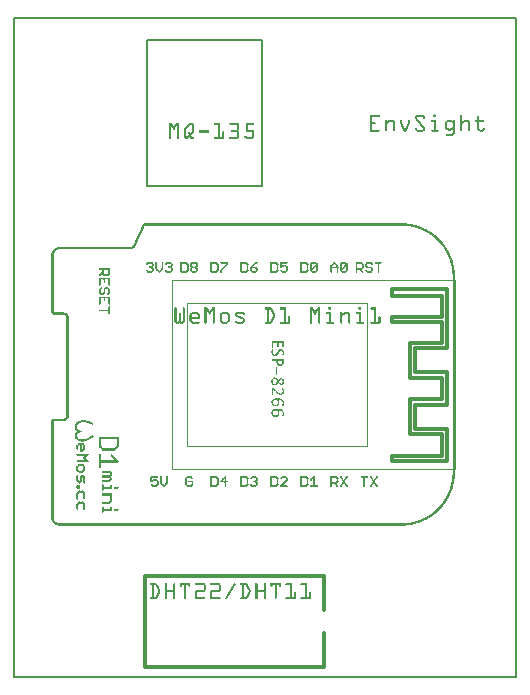
<source format=gto>
G04 MADE WITH FRITZING*
G04 WWW.FRITZING.ORG*
G04 DOUBLE SIDED*
G04 HOLES PLATED*
G04 CONTOUR ON CENTER OF CONTOUR VECTOR*
%ASAXBY*%
%FSLAX23Y23*%
%MOIN*%
%OFA0B0*%
%SFA1.0B1.0*%
%ADD10R,0.392363X0.492065X0.378499X0.478201*%
%ADD11C,0.006932*%
%ADD12R,1.682920X2.207190X1.666920X2.191190*%
%ADD13C,0.008000*%
%ADD14R,0.947653X0.632695X0.942097X0.627139*%
%ADD15C,0.002778*%
%ADD16R,0.602764X0.477764X0.597208X0.472208*%
%ADD17C,0.013889*%
%ADD18R,0.001000X0.001000*%
%LNSILK1*%
G90*
G70*
G54D11*
X447Y2127D02*
X832Y2127D01*
X832Y1642D01*
X447Y1642D01*
X447Y2127D01*
D02*
G54D13*
X4Y2203D02*
X1679Y2203D01*
X1679Y4D01*
X4Y4D01*
X4Y2203D01*
D02*
G54D15*
X531Y1328D02*
X1476Y1328D01*
X1476Y698D01*
X531Y698D01*
X531Y1328D01*
D02*
X580Y1250D02*
X1180Y1250D01*
X1180Y775D01*
X580Y775D01*
X580Y1250D01*
D02*
G54D17*
X1037Y342D02*
X442Y342D01*
D02*
X442Y342D02*
X442Y39D01*
D02*
X442Y39D02*
X1037Y39D01*
D02*
X1037Y342D02*
X1037Y228D01*
D02*
X1037Y152D02*
X1037Y39D01*
X1263Y726D02*
X1263Y743D01*
X1430Y743D01*
X1430Y814D01*
X1323Y814D01*
X1323Y930D01*
X1430Y930D01*
X1430Y1003D01*
X1323Y1003D01*
X1323Y1118D01*
X1430Y1118D01*
X1430Y1189D01*
X1263Y1189D01*
X1263Y1206D01*
X1430Y1206D01*
X1430Y1276D01*
X1263Y1276D01*
X1263Y1299D01*
X1447Y1299D01*
X1447Y1101D01*
X1340Y1101D01*
X1340Y1020D01*
X1447Y1020D01*
X1447Y913D01*
X1340Y913D01*
X1340Y831D01*
X1447Y831D01*
X1447Y726D01*
X1263Y726D01*
D02*
G54D18*
X1405Y1880D02*
X1408Y1880D01*
X1403Y1879D02*
X1410Y1879D01*
X1402Y1878D02*
X1411Y1878D01*
X1191Y1877D02*
X1221Y1877D01*
X1348Y1877D02*
X1366Y1877D01*
X1402Y1877D02*
X1411Y1877D01*
X1495Y1877D02*
X1495Y1877D01*
X1191Y1876D02*
X1223Y1876D01*
X1345Y1876D02*
X1370Y1876D01*
X1402Y1876D02*
X1411Y1876D01*
X1493Y1876D02*
X1497Y1876D01*
X1191Y1875D02*
X1224Y1875D01*
X1344Y1875D02*
X1371Y1875D01*
X1402Y1875D02*
X1411Y1875D01*
X1492Y1875D02*
X1497Y1875D01*
X1191Y1874D02*
X1224Y1874D01*
X1343Y1874D02*
X1372Y1874D01*
X1402Y1874D02*
X1411Y1874D01*
X1492Y1874D02*
X1498Y1874D01*
X1551Y1874D02*
X1552Y1874D01*
X1191Y1873D02*
X1224Y1873D01*
X1342Y1873D02*
X1373Y1873D01*
X1402Y1873D02*
X1411Y1873D01*
X1492Y1873D02*
X1498Y1873D01*
X1550Y1873D02*
X1554Y1873D01*
X1191Y1872D02*
X1224Y1872D01*
X1342Y1872D02*
X1374Y1872D01*
X1402Y1872D02*
X1411Y1872D01*
X1492Y1872D02*
X1498Y1872D01*
X1549Y1872D02*
X1554Y1872D01*
X1191Y1871D02*
X1223Y1871D01*
X1341Y1871D02*
X1374Y1871D01*
X1403Y1871D02*
X1410Y1871D01*
X1492Y1871D02*
X1498Y1871D01*
X1549Y1871D02*
X1555Y1871D01*
X1191Y1870D02*
X1197Y1870D01*
X1341Y1870D02*
X1348Y1870D01*
X1367Y1870D02*
X1374Y1870D01*
X1492Y1870D02*
X1498Y1870D01*
X1549Y1870D02*
X1555Y1870D01*
X1191Y1869D02*
X1197Y1869D01*
X1341Y1869D02*
X1347Y1869D01*
X1368Y1869D02*
X1375Y1869D01*
X1492Y1869D02*
X1498Y1869D01*
X1549Y1869D02*
X1555Y1869D01*
X1191Y1868D02*
X1197Y1868D01*
X1341Y1868D02*
X1348Y1868D01*
X1369Y1868D02*
X1375Y1868D01*
X1492Y1868D02*
X1498Y1868D01*
X1549Y1868D02*
X1555Y1868D01*
X1191Y1867D02*
X1197Y1867D01*
X1342Y1867D02*
X1349Y1867D01*
X1369Y1867D02*
X1375Y1867D01*
X1492Y1867D02*
X1498Y1867D01*
X1549Y1867D02*
X1555Y1867D01*
X1191Y1866D02*
X1197Y1866D01*
X1342Y1866D02*
X1349Y1866D01*
X1369Y1866D02*
X1374Y1866D01*
X1492Y1866D02*
X1498Y1866D01*
X1549Y1866D02*
X1555Y1866D01*
X1191Y1865D02*
X1197Y1865D01*
X1342Y1865D02*
X1350Y1865D01*
X1370Y1865D02*
X1373Y1865D01*
X1492Y1865D02*
X1498Y1865D01*
X1549Y1865D02*
X1555Y1865D01*
X1191Y1864D02*
X1197Y1864D01*
X1343Y1864D02*
X1351Y1864D01*
X1492Y1864D02*
X1498Y1864D01*
X1549Y1864D02*
X1555Y1864D01*
X1191Y1863D02*
X1197Y1863D01*
X1344Y1863D02*
X1352Y1863D01*
X1492Y1863D02*
X1498Y1863D01*
X1549Y1863D02*
X1555Y1863D01*
X1191Y1862D02*
X1197Y1862D01*
X1243Y1862D02*
X1245Y1862D01*
X1257Y1862D02*
X1266Y1862D01*
X1293Y1862D02*
X1295Y1862D01*
X1321Y1862D02*
X1323Y1862D01*
X1345Y1862D02*
X1353Y1862D01*
X1397Y1862D02*
X1409Y1862D01*
X1452Y1862D02*
X1461Y1862D01*
X1471Y1862D02*
X1473Y1862D01*
X1492Y1862D02*
X1498Y1862D01*
X1508Y1862D02*
X1517Y1862D01*
X1544Y1862D02*
X1570Y1862D01*
X1191Y1861D02*
X1197Y1861D01*
X1242Y1861D02*
X1246Y1861D01*
X1255Y1861D02*
X1268Y1861D01*
X1292Y1861D02*
X1296Y1861D01*
X1319Y1861D02*
X1324Y1861D01*
X1345Y1861D02*
X1353Y1861D01*
X1396Y1861D02*
X1410Y1861D01*
X1449Y1861D02*
X1464Y1861D01*
X1470Y1861D02*
X1474Y1861D01*
X1492Y1861D02*
X1498Y1861D01*
X1506Y1861D02*
X1519Y1861D01*
X1543Y1861D02*
X1571Y1861D01*
X1191Y1860D02*
X1197Y1860D01*
X1241Y1860D02*
X1247Y1860D01*
X1253Y1860D02*
X1270Y1860D01*
X1291Y1860D02*
X1297Y1860D01*
X1319Y1860D02*
X1324Y1860D01*
X1346Y1860D02*
X1354Y1860D01*
X1395Y1860D02*
X1411Y1860D01*
X1448Y1860D02*
X1465Y1860D01*
X1469Y1860D02*
X1475Y1860D01*
X1492Y1860D02*
X1498Y1860D01*
X1504Y1860D02*
X1521Y1860D01*
X1542Y1860D02*
X1572Y1860D01*
X1191Y1859D02*
X1197Y1859D01*
X1241Y1859D02*
X1247Y1859D01*
X1252Y1859D02*
X1271Y1859D01*
X1291Y1859D02*
X1297Y1859D01*
X1319Y1859D02*
X1325Y1859D01*
X1347Y1859D02*
X1355Y1859D01*
X1395Y1859D02*
X1411Y1859D01*
X1447Y1859D02*
X1466Y1859D01*
X1469Y1859D02*
X1475Y1859D01*
X1492Y1859D02*
X1498Y1859D01*
X1503Y1859D02*
X1522Y1859D01*
X1542Y1859D02*
X1572Y1859D01*
X1191Y1858D02*
X1197Y1858D01*
X1241Y1858D02*
X1247Y1858D01*
X1250Y1858D02*
X1272Y1858D01*
X1291Y1858D02*
X1297Y1858D01*
X1319Y1858D02*
X1325Y1858D01*
X1348Y1858D02*
X1356Y1858D01*
X1395Y1858D02*
X1411Y1858D01*
X1446Y1858D02*
X1475Y1858D01*
X1492Y1858D02*
X1498Y1858D01*
X1501Y1858D02*
X1522Y1858D01*
X1542Y1858D02*
X1572Y1858D01*
X1191Y1857D02*
X1197Y1857D01*
X1241Y1857D02*
X1247Y1857D01*
X1249Y1857D02*
X1272Y1857D01*
X1291Y1857D02*
X1297Y1857D01*
X1319Y1857D02*
X1325Y1857D01*
X1348Y1857D02*
X1356Y1857D01*
X1395Y1857D02*
X1411Y1857D01*
X1444Y1857D02*
X1475Y1857D01*
X1492Y1857D02*
X1498Y1857D01*
X1500Y1857D02*
X1523Y1857D01*
X1542Y1857D02*
X1571Y1857D01*
X1191Y1856D02*
X1197Y1856D01*
X1241Y1856D02*
X1273Y1856D01*
X1291Y1856D02*
X1297Y1856D01*
X1319Y1856D02*
X1325Y1856D01*
X1349Y1856D02*
X1357Y1856D01*
X1396Y1856D02*
X1411Y1856D01*
X1444Y1856D02*
X1475Y1856D01*
X1492Y1856D02*
X1524Y1856D01*
X1543Y1856D02*
X1570Y1856D01*
X1191Y1855D02*
X1197Y1855D01*
X1241Y1855D02*
X1258Y1855D01*
X1265Y1855D02*
X1273Y1855D01*
X1291Y1855D02*
X1297Y1855D01*
X1319Y1855D02*
X1325Y1855D01*
X1350Y1855D02*
X1358Y1855D01*
X1405Y1855D02*
X1411Y1855D01*
X1443Y1855D02*
X1452Y1855D01*
X1461Y1855D02*
X1475Y1855D01*
X1492Y1855D02*
X1508Y1855D01*
X1516Y1855D02*
X1524Y1855D01*
X1549Y1855D02*
X1555Y1855D01*
X1191Y1854D02*
X1197Y1854D01*
X1241Y1854D02*
X1256Y1854D01*
X1267Y1854D02*
X1273Y1854D01*
X1291Y1854D02*
X1297Y1854D01*
X1319Y1854D02*
X1325Y1854D01*
X1351Y1854D02*
X1359Y1854D01*
X1405Y1854D02*
X1411Y1854D01*
X1442Y1854D02*
X1451Y1854D01*
X1463Y1854D02*
X1475Y1854D01*
X1492Y1854D02*
X1507Y1854D01*
X1518Y1854D02*
X1524Y1854D01*
X1549Y1854D02*
X1555Y1854D01*
X1191Y1853D02*
X1209Y1853D01*
X1241Y1853D02*
X1254Y1853D01*
X1267Y1853D02*
X1273Y1853D01*
X1291Y1853D02*
X1297Y1853D01*
X1318Y1853D02*
X1325Y1853D01*
X1352Y1853D02*
X1360Y1853D01*
X1405Y1853D02*
X1411Y1853D01*
X1442Y1853D02*
X1449Y1853D01*
X1464Y1853D02*
X1475Y1853D01*
X1492Y1853D02*
X1505Y1853D01*
X1518Y1853D02*
X1524Y1853D01*
X1549Y1853D02*
X1555Y1853D01*
X521Y1852D02*
X529Y1852D01*
X546Y1852D02*
X554Y1852D01*
X593Y1852D02*
X599Y1852D01*
X673Y1852D02*
X691Y1852D01*
X723Y1852D02*
X751Y1852D01*
X778Y1852D02*
X804Y1852D01*
X1191Y1852D02*
X1210Y1852D01*
X1241Y1852D02*
X1253Y1852D01*
X1267Y1852D02*
X1274Y1852D01*
X1291Y1852D02*
X1298Y1852D01*
X1318Y1852D02*
X1324Y1852D01*
X1352Y1852D02*
X1360Y1852D01*
X1405Y1852D02*
X1411Y1852D01*
X1442Y1852D02*
X1448Y1852D01*
X1465Y1852D02*
X1475Y1852D01*
X1492Y1852D02*
X1504Y1852D01*
X1518Y1852D02*
X1524Y1852D01*
X1549Y1852D02*
X1555Y1852D01*
X521Y1851D02*
X530Y1851D01*
X545Y1851D02*
X554Y1851D01*
X592Y1851D02*
X601Y1851D01*
X672Y1851D02*
X691Y1851D01*
X722Y1851D02*
X752Y1851D01*
X778Y1851D02*
X805Y1851D01*
X1191Y1851D02*
X1210Y1851D01*
X1241Y1851D02*
X1251Y1851D01*
X1268Y1851D02*
X1274Y1851D01*
X1292Y1851D02*
X1298Y1851D01*
X1317Y1851D02*
X1324Y1851D01*
X1353Y1851D02*
X1361Y1851D01*
X1405Y1851D02*
X1411Y1851D01*
X1442Y1851D02*
X1448Y1851D01*
X1466Y1851D02*
X1475Y1851D01*
X1492Y1851D02*
X1502Y1851D01*
X1518Y1851D02*
X1524Y1851D01*
X1549Y1851D02*
X1555Y1851D01*
X521Y1850D02*
X530Y1850D01*
X544Y1850D02*
X554Y1850D01*
X590Y1850D02*
X602Y1850D01*
X671Y1850D02*
X691Y1850D01*
X721Y1850D02*
X753Y1850D01*
X778Y1850D02*
X805Y1850D01*
X1191Y1850D02*
X1210Y1850D01*
X1241Y1850D02*
X1250Y1850D01*
X1268Y1850D02*
X1274Y1850D01*
X1292Y1850D02*
X1299Y1850D01*
X1317Y1850D02*
X1324Y1850D01*
X1354Y1850D02*
X1362Y1850D01*
X1405Y1850D02*
X1411Y1850D01*
X1442Y1850D02*
X1448Y1850D01*
X1467Y1850D02*
X1475Y1850D01*
X1492Y1850D02*
X1501Y1850D01*
X1518Y1850D02*
X1524Y1850D01*
X1549Y1850D02*
X1555Y1850D01*
X521Y1849D02*
X531Y1849D01*
X544Y1849D02*
X554Y1849D01*
X589Y1849D02*
X603Y1849D01*
X671Y1849D02*
X691Y1849D01*
X721Y1849D02*
X754Y1849D01*
X778Y1849D02*
X805Y1849D01*
X1191Y1849D02*
X1210Y1849D01*
X1241Y1849D02*
X1248Y1849D01*
X1268Y1849D02*
X1274Y1849D01*
X1292Y1849D02*
X1299Y1849D01*
X1316Y1849D02*
X1323Y1849D01*
X1355Y1849D02*
X1363Y1849D01*
X1405Y1849D02*
X1411Y1849D01*
X1442Y1849D02*
X1447Y1849D01*
X1468Y1849D02*
X1475Y1849D01*
X1492Y1849D02*
X1499Y1849D01*
X1518Y1849D02*
X1524Y1849D01*
X1549Y1849D02*
X1555Y1849D01*
X521Y1848D02*
X532Y1848D01*
X543Y1848D02*
X554Y1848D01*
X588Y1848D02*
X603Y1848D01*
X671Y1848D02*
X691Y1848D01*
X722Y1848D02*
X754Y1848D01*
X778Y1848D02*
X805Y1848D01*
X1191Y1848D02*
X1210Y1848D01*
X1241Y1848D02*
X1247Y1848D01*
X1268Y1848D02*
X1274Y1848D01*
X1293Y1848D02*
X1299Y1848D01*
X1316Y1848D02*
X1323Y1848D01*
X1355Y1848D02*
X1363Y1848D01*
X1405Y1848D02*
X1411Y1848D01*
X1442Y1848D02*
X1447Y1848D01*
X1469Y1848D02*
X1475Y1848D01*
X1492Y1848D02*
X1498Y1848D01*
X1519Y1848D02*
X1525Y1848D01*
X1549Y1848D02*
X1555Y1848D01*
X521Y1847D02*
X532Y1847D01*
X542Y1847D02*
X554Y1847D01*
X587Y1847D02*
X604Y1847D01*
X672Y1847D02*
X691Y1847D01*
X722Y1847D02*
X755Y1847D01*
X778Y1847D02*
X804Y1847D01*
X1191Y1847D02*
X1209Y1847D01*
X1241Y1847D02*
X1247Y1847D01*
X1268Y1847D02*
X1274Y1847D01*
X1293Y1847D02*
X1300Y1847D01*
X1316Y1847D02*
X1322Y1847D01*
X1356Y1847D02*
X1364Y1847D01*
X1405Y1847D02*
X1411Y1847D01*
X1442Y1847D02*
X1447Y1847D01*
X1469Y1847D02*
X1475Y1847D01*
X1492Y1847D02*
X1498Y1847D01*
X1519Y1847D02*
X1525Y1847D01*
X1549Y1847D02*
X1555Y1847D01*
X521Y1846D02*
X533Y1846D01*
X542Y1846D02*
X554Y1846D01*
X586Y1846D02*
X604Y1846D01*
X673Y1846D02*
X691Y1846D01*
X724Y1846D02*
X755Y1846D01*
X778Y1846D02*
X803Y1846D01*
X1191Y1846D02*
X1197Y1846D01*
X1241Y1846D02*
X1247Y1846D01*
X1268Y1846D02*
X1274Y1846D01*
X1294Y1846D02*
X1300Y1846D01*
X1315Y1846D02*
X1322Y1846D01*
X1357Y1846D02*
X1365Y1846D01*
X1405Y1846D02*
X1411Y1846D01*
X1442Y1846D02*
X1447Y1846D01*
X1469Y1846D02*
X1475Y1846D01*
X1492Y1846D02*
X1498Y1846D01*
X1519Y1846D02*
X1525Y1846D01*
X1549Y1846D02*
X1555Y1846D01*
X521Y1845D02*
X534Y1845D01*
X541Y1845D02*
X554Y1845D01*
X585Y1845D02*
X594Y1845D01*
X598Y1845D02*
X604Y1845D01*
X685Y1845D02*
X691Y1845D01*
X749Y1845D02*
X755Y1845D01*
X778Y1845D02*
X784Y1845D01*
X1191Y1845D02*
X1197Y1845D01*
X1241Y1845D02*
X1247Y1845D01*
X1268Y1845D02*
X1274Y1845D01*
X1294Y1845D02*
X1301Y1845D01*
X1315Y1845D02*
X1321Y1845D01*
X1358Y1845D02*
X1366Y1845D01*
X1405Y1845D02*
X1411Y1845D01*
X1442Y1845D02*
X1447Y1845D01*
X1469Y1845D02*
X1475Y1845D01*
X1492Y1845D02*
X1498Y1845D01*
X1519Y1845D02*
X1525Y1845D01*
X1549Y1845D02*
X1555Y1845D01*
X521Y1844D02*
X535Y1844D01*
X540Y1844D02*
X554Y1844D01*
X583Y1844D02*
X593Y1844D01*
X598Y1844D02*
X604Y1844D01*
X685Y1844D02*
X691Y1844D01*
X749Y1844D02*
X755Y1844D01*
X778Y1844D02*
X784Y1844D01*
X1191Y1844D02*
X1197Y1844D01*
X1241Y1844D02*
X1247Y1844D01*
X1268Y1844D02*
X1274Y1844D01*
X1295Y1844D02*
X1301Y1844D01*
X1314Y1844D02*
X1321Y1844D01*
X1359Y1844D02*
X1367Y1844D01*
X1405Y1844D02*
X1411Y1844D01*
X1442Y1844D02*
X1447Y1844D01*
X1469Y1844D02*
X1475Y1844D01*
X1492Y1844D02*
X1498Y1844D01*
X1519Y1844D02*
X1525Y1844D01*
X1549Y1844D02*
X1555Y1844D01*
X521Y1843D02*
X535Y1843D01*
X540Y1843D02*
X554Y1843D01*
X582Y1843D02*
X592Y1843D01*
X598Y1843D02*
X604Y1843D01*
X685Y1843D02*
X691Y1843D01*
X749Y1843D02*
X755Y1843D01*
X778Y1843D02*
X784Y1843D01*
X1191Y1843D02*
X1197Y1843D01*
X1241Y1843D02*
X1247Y1843D01*
X1268Y1843D02*
X1274Y1843D01*
X1295Y1843D02*
X1302Y1843D01*
X1314Y1843D02*
X1320Y1843D01*
X1359Y1843D02*
X1367Y1843D01*
X1405Y1843D02*
X1411Y1843D01*
X1442Y1843D02*
X1447Y1843D01*
X1469Y1843D02*
X1475Y1843D01*
X1492Y1843D02*
X1498Y1843D01*
X1519Y1843D02*
X1525Y1843D01*
X1549Y1843D02*
X1555Y1843D01*
X521Y1842D02*
X536Y1842D01*
X539Y1842D02*
X546Y1842D01*
X548Y1842D02*
X554Y1842D01*
X581Y1842D02*
X591Y1842D01*
X598Y1842D02*
X604Y1842D01*
X685Y1842D02*
X691Y1842D01*
X749Y1842D02*
X755Y1842D01*
X778Y1842D02*
X784Y1842D01*
X1191Y1842D02*
X1197Y1842D01*
X1241Y1842D02*
X1247Y1842D01*
X1268Y1842D02*
X1274Y1842D01*
X1295Y1842D02*
X1302Y1842D01*
X1313Y1842D02*
X1320Y1842D01*
X1360Y1842D02*
X1368Y1842D01*
X1405Y1842D02*
X1411Y1842D01*
X1442Y1842D02*
X1447Y1842D01*
X1469Y1842D02*
X1475Y1842D01*
X1492Y1842D02*
X1498Y1842D01*
X1519Y1842D02*
X1525Y1842D01*
X1549Y1842D02*
X1555Y1842D01*
X521Y1841D02*
X527Y1841D01*
X529Y1841D02*
X546Y1841D01*
X548Y1841D02*
X554Y1841D01*
X580Y1841D02*
X590Y1841D01*
X598Y1841D02*
X604Y1841D01*
X685Y1841D02*
X691Y1841D01*
X749Y1841D02*
X755Y1841D01*
X778Y1841D02*
X784Y1841D01*
X1191Y1841D02*
X1197Y1841D01*
X1241Y1841D02*
X1247Y1841D01*
X1268Y1841D02*
X1274Y1841D01*
X1296Y1841D02*
X1303Y1841D01*
X1313Y1841D02*
X1320Y1841D01*
X1361Y1841D02*
X1369Y1841D01*
X1405Y1841D02*
X1411Y1841D01*
X1442Y1841D02*
X1447Y1841D01*
X1469Y1841D02*
X1475Y1841D01*
X1492Y1841D02*
X1498Y1841D01*
X1519Y1841D02*
X1525Y1841D01*
X1549Y1841D02*
X1555Y1841D01*
X521Y1840D02*
X527Y1840D01*
X530Y1840D02*
X545Y1840D01*
X548Y1840D02*
X554Y1840D01*
X579Y1840D02*
X589Y1840D01*
X598Y1840D02*
X604Y1840D01*
X685Y1840D02*
X691Y1840D01*
X749Y1840D02*
X755Y1840D01*
X778Y1840D02*
X784Y1840D01*
X1191Y1840D02*
X1197Y1840D01*
X1241Y1840D02*
X1247Y1840D01*
X1268Y1840D02*
X1274Y1840D01*
X1296Y1840D02*
X1303Y1840D01*
X1313Y1840D02*
X1319Y1840D01*
X1362Y1840D02*
X1370Y1840D01*
X1405Y1840D02*
X1411Y1840D01*
X1442Y1840D02*
X1447Y1840D01*
X1469Y1840D02*
X1475Y1840D01*
X1492Y1840D02*
X1498Y1840D01*
X1519Y1840D02*
X1525Y1840D01*
X1549Y1840D02*
X1555Y1840D01*
X521Y1839D02*
X527Y1839D01*
X530Y1839D02*
X544Y1839D01*
X548Y1839D02*
X554Y1839D01*
X577Y1839D02*
X587Y1839D01*
X598Y1839D02*
X604Y1839D01*
X685Y1839D02*
X691Y1839D01*
X749Y1839D02*
X755Y1839D01*
X778Y1839D02*
X784Y1839D01*
X1191Y1839D02*
X1197Y1839D01*
X1241Y1839D02*
X1247Y1839D01*
X1268Y1839D02*
X1274Y1839D01*
X1297Y1839D02*
X1303Y1839D01*
X1312Y1839D02*
X1319Y1839D01*
X1362Y1839D02*
X1370Y1839D01*
X1405Y1839D02*
X1411Y1839D01*
X1442Y1839D02*
X1447Y1839D01*
X1468Y1839D02*
X1475Y1839D01*
X1492Y1839D02*
X1498Y1839D01*
X1519Y1839D02*
X1525Y1839D01*
X1549Y1839D02*
X1555Y1839D01*
X521Y1838D02*
X527Y1838D01*
X531Y1838D02*
X544Y1838D01*
X548Y1838D02*
X554Y1838D01*
X576Y1838D02*
X586Y1838D01*
X598Y1838D02*
X604Y1838D01*
X685Y1838D02*
X691Y1838D01*
X749Y1838D02*
X755Y1838D01*
X778Y1838D02*
X784Y1838D01*
X1191Y1838D02*
X1197Y1838D01*
X1241Y1838D02*
X1247Y1838D01*
X1268Y1838D02*
X1274Y1838D01*
X1297Y1838D02*
X1304Y1838D01*
X1312Y1838D02*
X1318Y1838D01*
X1363Y1838D02*
X1371Y1838D01*
X1405Y1838D02*
X1411Y1838D01*
X1442Y1838D02*
X1448Y1838D01*
X1467Y1838D02*
X1475Y1838D01*
X1492Y1838D02*
X1498Y1838D01*
X1519Y1838D02*
X1525Y1838D01*
X1549Y1838D02*
X1555Y1838D01*
X521Y1837D02*
X527Y1837D01*
X532Y1837D02*
X543Y1837D01*
X548Y1837D02*
X554Y1837D01*
X575Y1837D02*
X585Y1837D01*
X598Y1837D02*
X604Y1837D01*
X685Y1837D02*
X691Y1837D01*
X749Y1837D02*
X755Y1837D01*
X778Y1837D02*
X784Y1837D01*
X1191Y1837D02*
X1197Y1837D01*
X1241Y1837D02*
X1247Y1837D01*
X1268Y1837D02*
X1274Y1837D01*
X1298Y1837D02*
X1304Y1837D01*
X1311Y1837D02*
X1318Y1837D01*
X1364Y1837D02*
X1372Y1837D01*
X1405Y1837D02*
X1411Y1837D01*
X1442Y1837D02*
X1448Y1837D01*
X1466Y1837D02*
X1475Y1837D01*
X1492Y1837D02*
X1498Y1837D01*
X1519Y1837D02*
X1525Y1837D01*
X1549Y1837D02*
X1555Y1837D01*
X521Y1836D02*
X527Y1836D01*
X533Y1836D02*
X542Y1836D01*
X548Y1836D02*
X554Y1836D01*
X574Y1836D02*
X584Y1836D01*
X598Y1836D02*
X604Y1836D01*
X685Y1836D02*
X691Y1836D01*
X749Y1836D02*
X755Y1836D01*
X778Y1836D02*
X784Y1836D01*
X1191Y1836D02*
X1197Y1836D01*
X1241Y1836D02*
X1247Y1836D01*
X1268Y1836D02*
X1274Y1836D01*
X1298Y1836D02*
X1305Y1836D01*
X1311Y1836D02*
X1317Y1836D01*
X1365Y1836D02*
X1373Y1836D01*
X1405Y1836D02*
X1411Y1836D01*
X1442Y1836D02*
X1449Y1836D01*
X1465Y1836D02*
X1475Y1836D01*
X1492Y1836D02*
X1498Y1836D01*
X1519Y1836D02*
X1525Y1836D01*
X1549Y1836D02*
X1555Y1836D01*
X521Y1835D02*
X527Y1835D01*
X533Y1835D02*
X541Y1835D01*
X548Y1835D02*
X554Y1835D01*
X573Y1835D02*
X583Y1835D01*
X598Y1835D02*
X604Y1835D01*
X685Y1835D02*
X691Y1835D01*
X749Y1835D02*
X755Y1835D01*
X778Y1835D02*
X784Y1835D01*
X1191Y1835D02*
X1197Y1835D01*
X1241Y1835D02*
X1247Y1835D01*
X1268Y1835D02*
X1274Y1835D01*
X1299Y1835D02*
X1305Y1835D01*
X1310Y1835D02*
X1317Y1835D01*
X1342Y1835D02*
X1346Y1835D01*
X1366Y1835D02*
X1373Y1835D01*
X1405Y1835D02*
X1411Y1835D01*
X1442Y1835D02*
X1449Y1835D01*
X1463Y1835D02*
X1475Y1835D01*
X1492Y1835D02*
X1498Y1835D01*
X1519Y1835D02*
X1525Y1835D01*
X1549Y1835D02*
X1555Y1835D01*
X1571Y1835D02*
X1574Y1835D01*
X521Y1834D02*
X527Y1834D01*
X534Y1834D02*
X541Y1834D01*
X548Y1834D02*
X554Y1834D01*
X573Y1834D02*
X581Y1834D01*
X598Y1834D02*
X604Y1834D01*
X685Y1834D02*
X691Y1834D01*
X749Y1834D02*
X755Y1834D01*
X778Y1834D02*
X784Y1834D01*
X1191Y1834D02*
X1197Y1834D01*
X1241Y1834D02*
X1247Y1834D01*
X1268Y1834D02*
X1274Y1834D01*
X1299Y1834D02*
X1306Y1834D01*
X1310Y1834D02*
X1317Y1834D01*
X1342Y1834D02*
X1347Y1834D01*
X1366Y1834D02*
X1374Y1834D01*
X1405Y1834D02*
X1411Y1834D01*
X1443Y1834D02*
X1451Y1834D01*
X1462Y1834D02*
X1475Y1834D01*
X1492Y1834D02*
X1498Y1834D01*
X1519Y1834D02*
X1525Y1834D01*
X1549Y1834D02*
X1555Y1834D01*
X1570Y1834D02*
X1575Y1834D01*
X521Y1833D02*
X527Y1833D01*
X534Y1833D02*
X540Y1833D01*
X548Y1833D02*
X554Y1833D01*
X572Y1833D02*
X580Y1833D01*
X598Y1833D02*
X604Y1833D01*
X685Y1833D02*
X691Y1833D01*
X749Y1833D02*
X755Y1833D01*
X778Y1833D02*
X784Y1833D01*
X1191Y1833D02*
X1197Y1833D01*
X1241Y1833D02*
X1247Y1833D01*
X1268Y1833D02*
X1274Y1833D01*
X1299Y1833D02*
X1306Y1833D01*
X1309Y1833D02*
X1316Y1833D01*
X1341Y1833D02*
X1347Y1833D01*
X1367Y1833D02*
X1374Y1833D01*
X1405Y1833D02*
X1411Y1833D01*
X1443Y1833D02*
X1453Y1833D01*
X1460Y1833D02*
X1475Y1833D01*
X1492Y1833D02*
X1498Y1833D01*
X1519Y1833D02*
X1525Y1833D01*
X1549Y1833D02*
X1555Y1833D01*
X1570Y1833D02*
X1575Y1833D01*
X521Y1832D02*
X527Y1832D01*
X534Y1832D02*
X540Y1832D01*
X548Y1832D02*
X554Y1832D01*
X572Y1832D02*
X579Y1832D01*
X598Y1832D02*
X604Y1832D01*
X685Y1832D02*
X691Y1832D01*
X749Y1832D02*
X755Y1832D01*
X778Y1832D02*
X784Y1832D01*
X1191Y1832D02*
X1197Y1832D01*
X1241Y1832D02*
X1247Y1832D01*
X1268Y1832D02*
X1274Y1832D01*
X1300Y1832D02*
X1306Y1832D01*
X1309Y1832D02*
X1316Y1832D01*
X1341Y1832D02*
X1347Y1832D01*
X1368Y1832D02*
X1375Y1832D01*
X1405Y1832D02*
X1411Y1832D01*
X1444Y1832D02*
X1475Y1832D01*
X1492Y1832D02*
X1498Y1832D01*
X1519Y1832D02*
X1525Y1832D01*
X1549Y1832D02*
X1555Y1832D01*
X1569Y1832D02*
X1575Y1832D01*
X521Y1831D02*
X527Y1831D01*
X534Y1831D02*
X540Y1831D01*
X548Y1831D02*
X554Y1831D01*
X571Y1831D02*
X578Y1831D01*
X598Y1831D02*
X604Y1831D01*
X685Y1831D02*
X691Y1831D01*
X748Y1831D02*
X755Y1831D01*
X778Y1831D02*
X784Y1831D01*
X1191Y1831D02*
X1197Y1831D01*
X1241Y1831D02*
X1247Y1831D01*
X1268Y1831D02*
X1274Y1831D01*
X1300Y1831D02*
X1307Y1831D01*
X1309Y1831D02*
X1315Y1831D01*
X1341Y1831D02*
X1348Y1831D01*
X1369Y1831D02*
X1375Y1831D01*
X1405Y1831D02*
X1411Y1831D01*
X1445Y1831D02*
X1475Y1831D01*
X1492Y1831D02*
X1498Y1831D01*
X1519Y1831D02*
X1525Y1831D01*
X1549Y1831D02*
X1556Y1831D01*
X1568Y1831D02*
X1575Y1831D01*
X521Y1830D02*
X527Y1830D01*
X535Y1830D02*
X540Y1830D01*
X548Y1830D02*
X554Y1830D01*
X571Y1830D02*
X578Y1830D01*
X598Y1830D02*
X604Y1830D01*
X685Y1830D02*
X691Y1830D01*
X747Y1830D02*
X755Y1830D01*
X778Y1830D02*
X784Y1830D01*
X1191Y1830D02*
X1197Y1830D01*
X1241Y1830D02*
X1247Y1830D01*
X1268Y1830D02*
X1274Y1830D01*
X1301Y1830D02*
X1315Y1830D01*
X1341Y1830D02*
X1349Y1830D01*
X1368Y1830D02*
X1375Y1830D01*
X1405Y1830D02*
X1412Y1830D01*
X1446Y1830D02*
X1467Y1830D01*
X1469Y1830D02*
X1475Y1830D01*
X1492Y1830D02*
X1498Y1830D01*
X1519Y1830D02*
X1525Y1830D01*
X1549Y1830D02*
X1558Y1830D01*
X1566Y1830D02*
X1575Y1830D01*
X521Y1829D02*
X527Y1829D01*
X536Y1829D02*
X539Y1829D01*
X548Y1829D02*
X554Y1829D01*
X571Y1829D02*
X577Y1829D01*
X598Y1829D02*
X604Y1829D01*
X623Y1829D02*
X652Y1829D01*
X685Y1829D02*
X691Y1829D01*
X731Y1829D02*
X754Y1829D01*
X778Y1829D02*
X800Y1829D01*
X1191Y1829D02*
X1223Y1829D01*
X1241Y1829D02*
X1247Y1829D01*
X1268Y1829D02*
X1274Y1829D01*
X1301Y1829D02*
X1314Y1829D01*
X1342Y1829D02*
X1374Y1829D01*
X1396Y1829D02*
X1420Y1829D01*
X1447Y1829D02*
X1466Y1829D01*
X1469Y1829D02*
X1475Y1829D01*
X1492Y1829D02*
X1498Y1829D01*
X1519Y1829D02*
X1525Y1829D01*
X1550Y1829D02*
X1575Y1829D01*
X521Y1828D02*
X527Y1828D01*
X548Y1828D02*
X554Y1828D01*
X571Y1828D02*
X577Y1828D01*
X598Y1828D02*
X604Y1828D01*
X622Y1828D02*
X654Y1828D01*
X685Y1828D02*
X691Y1828D01*
X729Y1828D02*
X754Y1828D01*
X778Y1828D02*
X802Y1828D01*
X1191Y1828D02*
X1224Y1828D01*
X1241Y1828D02*
X1247Y1828D01*
X1268Y1828D02*
X1274Y1828D01*
X1302Y1828D02*
X1314Y1828D01*
X1342Y1828D02*
X1374Y1828D01*
X1395Y1828D02*
X1421Y1828D01*
X1448Y1828D02*
X1465Y1828D01*
X1469Y1828D02*
X1475Y1828D01*
X1492Y1828D02*
X1498Y1828D01*
X1519Y1828D02*
X1525Y1828D01*
X1550Y1828D02*
X1574Y1828D01*
X521Y1827D02*
X527Y1827D01*
X548Y1827D02*
X554Y1827D01*
X571Y1827D02*
X577Y1827D01*
X598Y1827D02*
X604Y1827D01*
X621Y1827D02*
X654Y1827D01*
X685Y1827D02*
X691Y1827D01*
X728Y1827D02*
X753Y1827D01*
X778Y1827D02*
X803Y1827D01*
X1191Y1827D02*
X1224Y1827D01*
X1241Y1827D02*
X1247Y1827D01*
X1268Y1827D02*
X1274Y1827D01*
X1302Y1827D02*
X1314Y1827D01*
X1343Y1827D02*
X1374Y1827D01*
X1395Y1827D02*
X1421Y1827D01*
X1450Y1827D02*
X1463Y1827D01*
X1469Y1827D02*
X1475Y1827D01*
X1492Y1827D02*
X1498Y1827D01*
X1519Y1827D02*
X1525Y1827D01*
X1551Y1827D02*
X1573Y1827D01*
X521Y1826D02*
X527Y1826D01*
X548Y1826D02*
X554Y1826D01*
X571Y1826D02*
X577Y1826D01*
X598Y1826D02*
X604Y1826D01*
X621Y1826D02*
X654Y1826D01*
X685Y1826D02*
X691Y1826D01*
X728Y1826D02*
X752Y1826D01*
X778Y1826D02*
X804Y1826D01*
X1191Y1826D02*
X1224Y1826D01*
X1241Y1826D02*
X1247Y1826D01*
X1268Y1826D02*
X1274Y1826D01*
X1302Y1826D02*
X1313Y1826D01*
X1344Y1826D02*
X1373Y1826D01*
X1395Y1826D02*
X1421Y1826D01*
X1453Y1826D02*
X1460Y1826D01*
X1469Y1826D02*
X1475Y1826D01*
X1492Y1826D02*
X1498Y1826D01*
X1519Y1826D02*
X1525Y1826D01*
X1552Y1826D02*
X1572Y1826D01*
X521Y1825D02*
X527Y1825D01*
X548Y1825D02*
X554Y1825D01*
X571Y1825D02*
X577Y1825D01*
X598Y1825D02*
X604Y1825D01*
X621Y1825D02*
X655Y1825D01*
X685Y1825D02*
X691Y1825D01*
X728Y1825D02*
X753Y1825D01*
X778Y1825D02*
X804Y1825D01*
X1191Y1825D02*
X1224Y1825D01*
X1241Y1825D02*
X1246Y1825D01*
X1269Y1825D02*
X1274Y1825D01*
X1303Y1825D02*
X1313Y1825D01*
X1345Y1825D02*
X1372Y1825D01*
X1395Y1825D02*
X1421Y1825D01*
X1469Y1825D02*
X1475Y1825D01*
X1492Y1825D02*
X1497Y1825D01*
X1520Y1825D02*
X1525Y1825D01*
X1553Y1825D02*
X1571Y1825D01*
X521Y1824D02*
X527Y1824D01*
X548Y1824D02*
X554Y1824D01*
X571Y1824D02*
X577Y1824D01*
X598Y1824D02*
X604Y1824D01*
X621Y1824D02*
X655Y1824D01*
X685Y1824D02*
X691Y1824D01*
X729Y1824D02*
X753Y1824D01*
X778Y1824D02*
X805Y1824D01*
X1191Y1824D02*
X1223Y1824D01*
X1242Y1824D02*
X1246Y1824D01*
X1269Y1824D02*
X1273Y1824D01*
X1304Y1824D02*
X1312Y1824D01*
X1346Y1824D02*
X1371Y1824D01*
X1396Y1824D02*
X1420Y1824D01*
X1469Y1824D02*
X1475Y1824D01*
X1493Y1824D02*
X1497Y1824D01*
X1520Y1824D02*
X1524Y1824D01*
X1555Y1824D02*
X1569Y1824D01*
X521Y1823D02*
X527Y1823D01*
X548Y1823D02*
X554Y1823D01*
X571Y1823D02*
X577Y1823D01*
X587Y1823D02*
X588Y1823D01*
X598Y1823D02*
X604Y1823D01*
X621Y1823D02*
X655Y1823D01*
X685Y1823D02*
X691Y1823D01*
X701Y1823D02*
X703Y1823D01*
X730Y1823D02*
X754Y1823D01*
X778Y1823D02*
X805Y1823D01*
X1191Y1823D02*
X1221Y1823D01*
X1244Y1823D02*
X1244Y1823D01*
X1306Y1823D02*
X1310Y1823D01*
X1350Y1823D02*
X1367Y1823D01*
X1398Y1823D02*
X1418Y1823D01*
X1469Y1823D02*
X1475Y1823D01*
X1522Y1823D02*
X1522Y1823D01*
X1558Y1823D02*
X1566Y1823D01*
X521Y1822D02*
X527Y1822D01*
X548Y1822D02*
X554Y1822D01*
X571Y1822D02*
X577Y1822D01*
X585Y1822D02*
X590Y1822D01*
X598Y1822D02*
X604Y1822D01*
X621Y1822D02*
X654Y1822D01*
X685Y1822D02*
X691Y1822D01*
X700Y1822D02*
X704Y1822D01*
X746Y1822D02*
X754Y1822D01*
X799Y1822D02*
X805Y1822D01*
X1469Y1822D02*
X1475Y1822D01*
X521Y1821D02*
X527Y1821D01*
X548Y1821D02*
X554Y1821D01*
X571Y1821D02*
X577Y1821D01*
X585Y1821D02*
X590Y1821D01*
X597Y1821D02*
X604Y1821D01*
X621Y1821D02*
X654Y1821D01*
X685Y1821D02*
X691Y1821D01*
X699Y1821D02*
X704Y1821D01*
X748Y1821D02*
X755Y1821D01*
X799Y1821D02*
X805Y1821D01*
X1469Y1821D02*
X1475Y1821D01*
X521Y1820D02*
X527Y1820D01*
X548Y1820D02*
X554Y1820D01*
X571Y1820D02*
X577Y1820D01*
X585Y1820D02*
X591Y1820D01*
X596Y1820D02*
X603Y1820D01*
X622Y1820D02*
X653Y1820D01*
X685Y1820D02*
X691Y1820D01*
X699Y1820D02*
X705Y1820D01*
X749Y1820D02*
X755Y1820D01*
X799Y1820D02*
X805Y1820D01*
X1469Y1820D02*
X1475Y1820D01*
X521Y1819D02*
X527Y1819D01*
X548Y1819D02*
X554Y1819D01*
X571Y1819D02*
X577Y1819D01*
X585Y1819D02*
X591Y1819D01*
X596Y1819D02*
X603Y1819D01*
X685Y1819D02*
X691Y1819D01*
X699Y1819D02*
X705Y1819D01*
X749Y1819D02*
X755Y1819D01*
X799Y1819D02*
X805Y1819D01*
X1468Y1819D02*
X1475Y1819D01*
X521Y1818D02*
X527Y1818D01*
X548Y1818D02*
X554Y1818D01*
X571Y1818D02*
X577Y1818D01*
X585Y1818D02*
X591Y1818D01*
X594Y1818D02*
X603Y1818D01*
X685Y1818D02*
X691Y1818D01*
X699Y1818D02*
X705Y1818D01*
X749Y1818D02*
X755Y1818D01*
X799Y1818D02*
X805Y1818D01*
X1468Y1818D02*
X1475Y1818D01*
X521Y1817D02*
X527Y1817D01*
X548Y1817D02*
X554Y1817D01*
X571Y1817D02*
X577Y1817D01*
X585Y1817D02*
X602Y1817D01*
X685Y1817D02*
X691Y1817D01*
X699Y1817D02*
X705Y1817D01*
X749Y1817D02*
X755Y1817D01*
X799Y1817D02*
X805Y1817D01*
X1467Y1817D02*
X1474Y1817D01*
X521Y1816D02*
X527Y1816D01*
X548Y1816D02*
X554Y1816D01*
X571Y1816D02*
X577Y1816D01*
X586Y1816D02*
X601Y1816D01*
X685Y1816D02*
X691Y1816D01*
X699Y1816D02*
X705Y1816D01*
X749Y1816D02*
X755Y1816D01*
X799Y1816D02*
X805Y1816D01*
X1465Y1816D02*
X1474Y1816D01*
X521Y1815D02*
X527Y1815D01*
X548Y1815D02*
X554Y1815D01*
X571Y1815D02*
X577Y1815D01*
X586Y1815D02*
X600Y1815D01*
X685Y1815D02*
X691Y1815D01*
X699Y1815D02*
X705Y1815D01*
X749Y1815D02*
X755Y1815D01*
X799Y1815D02*
X805Y1815D01*
X1447Y1815D02*
X1473Y1815D01*
X521Y1814D02*
X527Y1814D01*
X548Y1814D02*
X554Y1814D01*
X571Y1814D02*
X577Y1814D01*
X587Y1814D02*
X599Y1814D01*
X685Y1814D02*
X691Y1814D01*
X699Y1814D02*
X705Y1814D01*
X749Y1814D02*
X755Y1814D01*
X799Y1814D02*
X805Y1814D01*
X1446Y1814D02*
X1472Y1814D01*
X521Y1813D02*
X527Y1813D01*
X548Y1813D02*
X554Y1813D01*
X571Y1813D02*
X577Y1813D01*
X587Y1813D02*
X598Y1813D01*
X685Y1813D02*
X691Y1813D01*
X699Y1813D02*
X705Y1813D01*
X749Y1813D02*
X755Y1813D01*
X799Y1813D02*
X805Y1813D01*
X1445Y1813D02*
X1471Y1813D01*
X521Y1812D02*
X527Y1812D01*
X548Y1812D02*
X554Y1812D01*
X571Y1812D02*
X577Y1812D01*
X587Y1812D02*
X597Y1812D01*
X685Y1812D02*
X691Y1812D01*
X699Y1812D02*
X705Y1812D01*
X749Y1812D02*
X755Y1812D01*
X799Y1812D02*
X805Y1812D01*
X1445Y1812D02*
X1470Y1812D01*
X521Y1811D02*
X527Y1811D01*
X548Y1811D02*
X554Y1811D01*
X571Y1811D02*
X577Y1811D01*
X586Y1811D02*
X596Y1811D01*
X685Y1811D02*
X691Y1811D01*
X699Y1811D02*
X705Y1811D01*
X749Y1811D02*
X755Y1811D01*
X799Y1811D02*
X805Y1811D01*
X1445Y1811D02*
X1469Y1811D01*
X521Y1810D02*
X527Y1810D01*
X548Y1810D02*
X554Y1810D01*
X571Y1810D02*
X577Y1810D01*
X585Y1810D02*
X595Y1810D01*
X685Y1810D02*
X691Y1810D01*
X699Y1810D02*
X705Y1810D01*
X749Y1810D02*
X755Y1810D01*
X799Y1810D02*
X805Y1810D01*
X1445Y1810D02*
X1468Y1810D01*
X521Y1809D02*
X527Y1809D01*
X548Y1809D02*
X554Y1809D01*
X571Y1809D02*
X577Y1809D01*
X584Y1809D02*
X595Y1809D01*
X685Y1809D02*
X691Y1809D01*
X699Y1809D02*
X705Y1809D01*
X749Y1809D02*
X755Y1809D01*
X799Y1809D02*
X805Y1809D01*
X1446Y1809D02*
X1466Y1809D01*
X521Y1808D02*
X527Y1808D01*
X548Y1808D02*
X554Y1808D01*
X571Y1808D02*
X577Y1808D01*
X583Y1808D02*
X595Y1808D01*
X685Y1808D02*
X691Y1808D01*
X699Y1808D02*
X705Y1808D01*
X749Y1808D02*
X755Y1808D01*
X773Y1808D02*
X776Y1808D01*
X799Y1808D02*
X805Y1808D01*
X521Y1807D02*
X527Y1807D01*
X548Y1807D02*
X554Y1807D01*
X571Y1807D02*
X577Y1807D01*
X581Y1807D02*
X596Y1807D01*
X685Y1807D02*
X691Y1807D01*
X699Y1807D02*
X705Y1807D01*
X749Y1807D02*
X755Y1807D01*
X772Y1807D02*
X778Y1807D01*
X799Y1807D02*
X805Y1807D01*
X521Y1806D02*
X527Y1806D01*
X548Y1806D02*
X554Y1806D01*
X571Y1806D02*
X577Y1806D01*
X580Y1806D02*
X596Y1806D01*
X685Y1806D02*
X691Y1806D01*
X699Y1806D02*
X705Y1806D01*
X749Y1806D02*
X755Y1806D01*
X772Y1806D02*
X781Y1806D01*
X799Y1806D02*
X805Y1806D01*
X521Y1805D02*
X527Y1805D01*
X548Y1805D02*
X554Y1805D01*
X571Y1805D02*
X603Y1805D01*
X673Y1805D02*
X705Y1805D01*
X723Y1805D02*
X755Y1805D01*
X772Y1805D02*
X805Y1805D01*
X521Y1804D02*
X527Y1804D01*
X548Y1804D02*
X554Y1804D01*
X571Y1804D02*
X588Y1804D01*
X590Y1804D02*
X604Y1804D01*
X672Y1804D02*
X705Y1804D01*
X722Y1804D02*
X755Y1804D01*
X772Y1804D02*
X805Y1804D01*
X521Y1803D02*
X527Y1803D01*
X548Y1803D02*
X554Y1803D01*
X572Y1803D02*
X586Y1803D01*
X591Y1803D02*
X604Y1803D01*
X671Y1803D02*
X705Y1803D01*
X721Y1803D02*
X754Y1803D01*
X772Y1803D02*
X805Y1803D01*
X521Y1802D02*
X527Y1802D01*
X548Y1802D02*
X554Y1802D01*
X573Y1802D02*
X585Y1802D01*
X591Y1802D02*
X604Y1802D01*
X671Y1802D02*
X705Y1802D01*
X721Y1802D02*
X754Y1802D01*
X773Y1802D02*
X804Y1802D01*
X521Y1801D02*
X526Y1801D01*
X548Y1801D02*
X554Y1801D01*
X573Y1801D02*
X584Y1801D01*
X592Y1801D02*
X604Y1801D01*
X671Y1801D02*
X704Y1801D01*
X722Y1801D02*
X753Y1801D01*
X775Y1801D02*
X803Y1801D01*
X521Y1800D02*
X526Y1800D01*
X549Y1800D02*
X553Y1800D01*
X575Y1800D02*
X583Y1800D01*
X592Y1800D02*
X604Y1800D01*
X672Y1800D02*
X704Y1800D01*
X722Y1800D02*
X752Y1800D01*
X777Y1800D02*
X802Y1800D01*
X523Y1799D02*
X525Y1799D01*
X550Y1799D02*
X552Y1799D01*
X577Y1799D02*
X581Y1799D01*
X592Y1799D02*
X602Y1799D01*
X673Y1799D02*
X703Y1799D01*
X723Y1799D02*
X750Y1799D01*
X780Y1799D02*
X800Y1799D01*
X441Y1517D02*
X1299Y1517D01*
X437Y1516D02*
X1315Y1516D01*
X436Y1515D02*
X1323Y1515D01*
X435Y1514D02*
X1329Y1514D01*
X434Y1513D02*
X1334Y1513D01*
X434Y1512D02*
X1338Y1512D01*
X433Y1511D02*
X1342Y1511D01*
X433Y1510D02*
X1346Y1510D01*
X433Y1509D02*
X441Y1509D01*
X1300Y1509D02*
X1349Y1509D01*
X432Y1508D02*
X440Y1508D01*
X1316Y1508D02*
X1352Y1508D01*
X432Y1507D02*
X439Y1507D01*
X1324Y1507D02*
X1355Y1507D01*
X431Y1506D02*
X439Y1506D01*
X1329Y1506D02*
X1358Y1506D01*
X431Y1505D02*
X438Y1505D01*
X1334Y1505D02*
X1360Y1505D01*
X430Y1504D02*
X438Y1504D01*
X1338Y1504D02*
X1363Y1504D01*
X430Y1503D02*
X437Y1503D01*
X1342Y1503D02*
X1365Y1503D01*
X429Y1502D02*
X437Y1502D01*
X1346Y1502D02*
X1368Y1502D01*
X429Y1501D02*
X437Y1501D01*
X1349Y1501D02*
X1370Y1501D01*
X428Y1500D02*
X436Y1500D01*
X1352Y1500D02*
X1372Y1500D01*
X428Y1499D02*
X436Y1499D01*
X1355Y1499D02*
X1374Y1499D01*
X427Y1498D02*
X435Y1498D01*
X1357Y1498D02*
X1376Y1498D01*
X427Y1497D02*
X435Y1497D01*
X1360Y1497D02*
X1378Y1497D01*
X427Y1496D02*
X434Y1496D01*
X1362Y1496D02*
X1380Y1496D01*
X426Y1495D02*
X434Y1495D01*
X1365Y1495D02*
X1382Y1495D01*
X426Y1494D02*
X433Y1494D01*
X1367Y1494D02*
X1384Y1494D01*
X425Y1493D02*
X433Y1493D01*
X1369Y1493D02*
X1385Y1493D01*
X425Y1492D02*
X432Y1492D01*
X1371Y1492D02*
X1387Y1492D01*
X424Y1491D02*
X432Y1491D01*
X1373Y1491D02*
X1389Y1491D01*
X424Y1490D02*
X431Y1490D01*
X1375Y1490D02*
X1390Y1490D01*
X423Y1489D02*
X431Y1489D01*
X1377Y1489D02*
X1392Y1489D01*
X423Y1488D02*
X431Y1488D01*
X1379Y1488D02*
X1393Y1488D01*
X422Y1487D02*
X430Y1487D01*
X1381Y1487D02*
X1395Y1487D01*
X422Y1486D02*
X430Y1486D01*
X1383Y1486D02*
X1396Y1486D01*
X421Y1485D02*
X429Y1485D01*
X1384Y1485D02*
X1398Y1485D01*
X421Y1484D02*
X429Y1484D01*
X1386Y1484D02*
X1399Y1484D01*
X421Y1483D02*
X428Y1483D01*
X1387Y1483D02*
X1401Y1483D01*
X420Y1482D02*
X428Y1482D01*
X1389Y1482D02*
X1402Y1482D01*
X420Y1481D02*
X427Y1481D01*
X1391Y1481D02*
X1403Y1481D01*
X419Y1480D02*
X427Y1480D01*
X1392Y1480D02*
X1405Y1480D01*
X419Y1479D02*
X426Y1479D01*
X1394Y1479D02*
X1406Y1479D01*
X418Y1478D02*
X426Y1478D01*
X1395Y1478D02*
X1407Y1478D01*
X418Y1477D02*
X426Y1477D01*
X1396Y1477D02*
X1408Y1477D01*
X417Y1476D02*
X425Y1476D01*
X1398Y1476D02*
X1410Y1476D01*
X417Y1475D02*
X425Y1475D01*
X1399Y1475D02*
X1411Y1475D01*
X416Y1474D02*
X424Y1474D01*
X1400Y1474D02*
X1412Y1474D01*
X416Y1473D02*
X424Y1473D01*
X1402Y1473D02*
X1413Y1473D01*
X415Y1472D02*
X423Y1472D01*
X1403Y1472D02*
X1414Y1472D01*
X415Y1471D02*
X423Y1471D01*
X1404Y1471D02*
X1415Y1471D01*
X415Y1470D02*
X422Y1470D01*
X1405Y1470D02*
X1416Y1470D01*
X414Y1469D02*
X422Y1469D01*
X1407Y1469D02*
X1418Y1469D01*
X414Y1468D02*
X421Y1468D01*
X1408Y1468D02*
X1419Y1468D01*
X413Y1467D02*
X421Y1467D01*
X1409Y1467D02*
X1420Y1467D01*
X413Y1466D02*
X420Y1466D01*
X1410Y1466D02*
X1421Y1466D01*
X412Y1465D02*
X420Y1465D01*
X1411Y1465D02*
X1422Y1465D01*
X412Y1464D02*
X420Y1464D01*
X1412Y1464D02*
X1423Y1464D01*
X411Y1463D02*
X419Y1463D01*
X1413Y1463D02*
X1424Y1463D01*
X411Y1462D02*
X419Y1462D01*
X1414Y1462D02*
X1425Y1462D01*
X410Y1461D02*
X418Y1461D01*
X1415Y1461D02*
X1426Y1461D01*
X410Y1460D02*
X418Y1460D01*
X1416Y1460D02*
X1426Y1460D01*
X409Y1459D02*
X417Y1459D01*
X1417Y1459D02*
X1427Y1459D01*
X409Y1458D02*
X417Y1458D01*
X1418Y1458D02*
X1428Y1458D01*
X409Y1457D02*
X416Y1457D01*
X1419Y1457D02*
X1429Y1457D01*
X408Y1456D02*
X416Y1456D01*
X1420Y1456D02*
X1430Y1456D01*
X408Y1455D02*
X415Y1455D01*
X1421Y1455D02*
X1431Y1455D01*
X407Y1454D02*
X415Y1454D01*
X1422Y1454D02*
X1432Y1454D01*
X407Y1453D02*
X415Y1453D01*
X1423Y1453D02*
X1433Y1453D01*
X406Y1452D02*
X414Y1452D01*
X1424Y1452D02*
X1433Y1452D01*
X406Y1451D02*
X414Y1451D01*
X1425Y1451D02*
X1434Y1451D01*
X405Y1450D02*
X413Y1450D01*
X1426Y1450D02*
X1435Y1450D01*
X405Y1449D02*
X413Y1449D01*
X1427Y1449D02*
X1436Y1449D01*
X404Y1448D02*
X412Y1448D01*
X1427Y1448D02*
X1437Y1448D01*
X404Y1447D02*
X412Y1447D01*
X1428Y1447D02*
X1437Y1447D01*
X404Y1446D02*
X411Y1446D01*
X1429Y1446D02*
X1438Y1446D01*
X403Y1445D02*
X411Y1445D01*
X1430Y1445D02*
X1439Y1445D01*
X403Y1444D02*
X410Y1444D01*
X1431Y1444D02*
X1440Y1444D01*
X402Y1443D02*
X410Y1443D01*
X1431Y1443D02*
X1440Y1443D01*
X401Y1442D02*
X409Y1442D01*
X1432Y1442D02*
X1441Y1442D01*
X400Y1441D02*
X409Y1441D01*
X1433Y1441D02*
X1442Y1441D01*
X398Y1440D02*
X409Y1440D01*
X1434Y1440D02*
X1442Y1440D01*
X155Y1439D02*
X408Y1439D01*
X1434Y1439D02*
X1443Y1439D01*
X151Y1438D02*
X407Y1438D01*
X1435Y1438D02*
X1444Y1438D01*
X149Y1437D02*
X406Y1437D01*
X1436Y1437D02*
X1445Y1437D01*
X147Y1436D02*
X406Y1436D01*
X1437Y1436D02*
X1445Y1436D01*
X145Y1435D02*
X404Y1435D01*
X1437Y1435D02*
X1446Y1435D01*
X144Y1434D02*
X403Y1434D01*
X1438Y1434D02*
X1446Y1434D01*
X142Y1433D02*
X401Y1433D01*
X1439Y1433D02*
X1447Y1433D01*
X141Y1432D02*
X399Y1432D01*
X1439Y1432D02*
X1448Y1432D01*
X140Y1431D02*
X155Y1431D01*
X1440Y1431D02*
X1448Y1431D01*
X139Y1430D02*
X152Y1430D01*
X1441Y1430D02*
X1449Y1430D01*
X137Y1429D02*
X150Y1429D01*
X1441Y1429D02*
X1449Y1429D01*
X137Y1428D02*
X148Y1428D01*
X1442Y1428D02*
X1450Y1428D01*
X136Y1427D02*
X146Y1427D01*
X1442Y1427D02*
X1451Y1427D01*
X135Y1426D02*
X145Y1426D01*
X1443Y1426D02*
X1451Y1426D01*
X134Y1425D02*
X144Y1425D01*
X1444Y1425D02*
X1452Y1425D01*
X134Y1424D02*
X143Y1424D01*
X1444Y1424D02*
X1452Y1424D01*
X133Y1423D02*
X142Y1423D01*
X1445Y1423D02*
X1453Y1423D01*
X133Y1422D02*
X141Y1422D01*
X1445Y1422D02*
X1453Y1422D01*
X132Y1421D02*
X140Y1421D01*
X1446Y1421D02*
X1454Y1421D01*
X131Y1420D02*
X140Y1420D01*
X1446Y1420D02*
X1454Y1420D01*
X131Y1419D02*
X139Y1419D01*
X1447Y1419D02*
X1455Y1419D01*
X131Y1418D02*
X138Y1418D01*
X1448Y1418D02*
X1455Y1418D01*
X130Y1417D02*
X138Y1417D01*
X1448Y1417D02*
X1456Y1417D01*
X130Y1416D02*
X137Y1416D01*
X1449Y1416D02*
X1456Y1416D01*
X130Y1415D02*
X137Y1415D01*
X1449Y1415D02*
X1457Y1415D01*
X130Y1414D02*
X137Y1414D01*
X1450Y1414D02*
X1457Y1414D01*
X129Y1413D02*
X137Y1413D01*
X1450Y1413D02*
X1458Y1413D01*
X129Y1412D02*
X136Y1412D01*
X1451Y1412D02*
X1458Y1412D01*
X129Y1411D02*
X136Y1411D01*
X1451Y1411D02*
X1459Y1411D01*
X129Y1410D02*
X136Y1410D01*
X1451Y1410D02*
X1459Y1410D01*
X129Y1409D02*
X136Y1409D01*
X1452Y1409D02*
X1460Y1409D01*
X129Y1408D02*
X136Y1408D01*
X1452Y1408D02*
X1460Y1408D01*
X129Y1407D02*
X136Y1407D01*
X1453Y1407D02*
X1460Y1407D01*
X129Y1406D02*
X136Y1406D01*
X1453Y1406D02*
X1461Y1406D01*
X129Y1405D02*
X136Y1405D01*
X1454Y1405D02*
X1461Y1405D01*
X129Y1404D02*
X136Y1404D01*
X1454Y1404D02*
X1462Y1404D01*
X129Y1403D02*
X136Y1403D01*
X1454Y1403D02*
X1462Y1403D01*
X129Y1402D02*
X136Y1402D01*
X1455Y1402D02*
X1462Y1402D01*
X129Y1401D02*
X136Y1401D01*
X1455Y1401D02*
X1463Y1401D01*
X129Y1400D02*
X136Y1400D01*
X1456Y1400D02*
X1463Y1400D01*
X129Y1399D02*
X136Y1399D01*
X1456Y1399D02*
X1464Y1399D01*
X129Y1398D02*
X136Y1398D01*
X1456Y1398D02*
X1464Y1398D01*
X129Y1397D02*
X136Y1397D01*
X1457Y1397D02*
X1464Y1397D01*
X129Y1396D02*
X136Y1396D01*
X1457Y1396D02*
X1465Y1396D01*
X129Y1395D02*
X136Y1395D01*
X1457Y1395D02*
X1465Y1395D01*
X129Y1394D02*
X136Y1394D01*
X1458Y1394D02*
X1465Y1394D01*
X129Y1393D02*
X136Y1393D01*
X1458Y1393D02*
X1466Y1393D01*
X129Y1392D02*
X136Y1392D01*
X1459Y1392D02*
X1466Y1392D01*
X129Y1391D02*
X136Y1391D01*
X1459Y1391D02*
X1466Y1391D01*
X129Y1390D02*
X136Y1390D01*
X1459Y1390D02*
X1466Y1390D01*
X129Y1389D02*
X136Y1389D01*
X1459Y1389D02*
X1467Y1389D01*
X129Y1388D02*
X136Y1388D01*
X451Y1388D02*
X464Y1388D01*
X477Y1388D02*
X480Y1388D01*
X498Y1388D02*
X500Y1388D01*
X514Y1388D02*
X527Y1388D01*
X561Y1388D02*
X579Y1388D01*
X598Y1388D02*
X611Y1388D01*
X661Y1388D02*
X679Y1388D01*
X693Y1388D02*
X716Y1388D01*
X761Y1388D02*
X779Y1388D01*
X813Y1388D02*
X816Y1388D01*
X861Y1388D02*
X879Y1388D01*
X893Y1388D02*
X916Y1388D01*
X961Y1388D02*
X979Y1388D01*
X998Y1388D02*
X1011Y1388D01*
X1072Y1388D02*
X1073Y1388D01*
X1098Y1388D02*
X1110Y1388D01*
X1145Y1388D02*
X1163Y1388D01*
X1182Y1388D02*
X1195Y1388D01*
X1208Y1388D02*
X1231Y1388D01*
X1460Y1388D02*
X1467Y1388D01*
X129Y1387D02*
X136Y1387D01*
X450Y1387D02*
X465Y1387D01*
X477Y1387D02*
X480Y1387D01*
X497Y1387D02*
X501Y1387D01*
X513Y1387D02*
X528Y1387D01*
X561Y1387D02*
X580Y1387D01*
X597Y1387D02*
X612Y1387D01*
X660Y1387D02*
X680Y1387D01*
X692Y1387D02*
X717Y1387D01*
X760Y1387D02*
X780Y1387D01*
X812Y1387D02*
X817Y1387D01*
X860Y1387D02*
X880Y1387D01*
X892Y1387D02*
X916Y1387D01*
X960Y1387D02*
X980Y1387D01*
X997Y1387D02*
X1011Y1387D01*
X1070Y1387D02*
X1074Y1387D01*
X1097Y1387D02*
X1111Y1387D01*
X1145Y1387D02*
X1164Y1387D01*
X1181Y1387D02*
X1196Y1387D01*
X1208Y1387D02*
X1232Y1387D01*
X1460Y1387D02*
X1467Y1387D01*
X129Y1386D02*
X136Y1386D01*
X449Y1386D02*
X466Y1386D01*
X476Y1386D02*
X481Y1386D01*
X497Y1386D02*
X501Y1386D01*
X512Y1386D02*
X529Y1386D01*
X560Y1386D02*
X581Y1386D01*
X596Y1386D02*
X613Y1386D01*
X660Y1386D02*
X681Y1386D01*
X692Y1386D02*
X717Y1386D01*
X760Y1386D02*
X781Y1386D01*
X810Y1386D02*
X817Y1386D01*
X860Y1386D02*
X881Y1386D01*
X891Y1386D02*
X917Y1386D01*
X960Y1386D02*
X981Y1386D01*
X996Y1386D02*
X1012Y1386D01*
X1070Y1386D02*
X1075Y1386D01*
X1096Y1386D02*
X1112Y1386D01*
X1144Y1386D02*
X1165Y1386D01*
X1180Y1386D02*
X1197Y1386D01*
X1207Y1386D02*
X1232Y1386D01*
X1460Y1386D02*
X1468Y1386D01*
X129Y1385D02*
X136Y1385D01*
X448Y1385D02*
X467Y1385D01*
X476Y1385D02*
X481Y1385D01*
X497Y1385D02*
X501Y1385D01*
X511Y1385D02*
X530Y1385D01*
X560Y1385D02*
X582Y1385D01*
X595Y1385D02*
X614Y1385D01*
X660Y1385D02*
X682Y1385D01*
X692Y1385D02*
X717Y1385D01*
X760Y1385D02*
X782Y1385D01*
X808Y1385D02*
X817Y1385D01*
X860Y1385D02*
X882Y1385D01*
X891Y1385D02*
X917Y1385D01*
X960Y1385D02*
X982Y1385D01*
X995Y1385D02*
X1013Y1385D01*
X1069Y1385D02*
X1076Y1385D01*
X1095Y1385D02*
X1113Y1385D01*
X1144Y1385D02*
X1166Y1385D01*
X1179Y1385D02*
X1198Y1385D01*
X1207Y1385D02*
X1232Y1385D01*
X1461Y1385D02*
X1468Y1385D01*
X129Y1384D02*
X136Y1384D01*
X447Y1384D02*
X468Y1384D01*
X476Y1384D02*
X481Y1384D01*
X497Y1384D02*
X501Y1384D01*
X510Y1384D02*
X531Y1384D01*
X560Y1384D02*
X583Y1384D01*
X594Y1384D02*
X615Y1384D01*
X660Y1384D02*
X683Y1384D01*
X692Y1384D02*
X717Y1384D01*
X760Y1384D02*
X783Y1384D01*
X806Y1384D02*
X816Y1384D01*
X860Y1384D02*
X883Y1384D01*
X892Y1384D02*
X916Y1384D01*
X960Y1384D02*
X983Y1384D01*
X994Y1384D02*
X1014Y1384D01*
X1068Y1384D02*
X1077Y1384D01*
X1094Y1384D02*
X1114Y1384D01*
X1144Y1384D02*
X1167Y1384D01*
X1178Y1384D02*
X1199Y1384D01*
X1208Y1384D02*
X1232Y1384D01*
X1461Y1384D02*
X1468Y1384D01*
X129Y1383D02*
X136Y1383D01*
X446Y1383D02*
X469Y1383D01*
X476Y1383D02*
X481Y1383D01*
X497Y1383D02*
X501Y1383D01*
X509Y1383D02*
X532Y1383D01*
X560Y1383D02*
X584Y1383D01*
X593Y1383D02*
X616Y1383D01*
X660Y1383D02*
X684Y1383D01*
X695Y1383D02*
X717Y1383D01*
X760Y1383D02*
X784Y1383D01*
X804Y1383D02*
X815Y1383D01*
X860Y1383D02*
X884Y1383D01*
X892Y1383D02*
X914Y1383D01*
X960Y1383D02*
X984Y1383D01*
X993Y1383D02*
X1016Y1383D01*
X1067Y1383D02*
X1078Y1383D01*
X1092Y1383D02*
X1116Y1383D01*
X1144Y1383D02*
X1168Y1383D01*
X1177Y1383D02*
X1200Y1383D01*
X1210Y1383D02*
X1229Y1383D01*
X1461Y1383D02*
X1468Y1383D01*
X129Y1382D02*
X136Y1382D01*
X445Y1382D02*
X452Y1382D01*
X463Y1382D02*
X470Y1382D01*
X476Y1382D02*
X481Y1382D01*
X497Y1382D02*
X501Y1382D01*
X508Y1382D02*
X515Y1382D01*
X526Y1382D02*
X532Y1382D01*
X560Y1382D02*
X565Y1382D01*
X578Y1382D02*
X585Y1382D01*
X592Y1382D02*
X599Y1382D01*
X610Y1382D02*
X617Y1382D01*
X660Y1382D02*
X665Y1382D01*
X678Y1382D02*
X685Y1382D01*
X712Y1382D02*
X717Y1382D01*
X760Y1382D02*
X765Y1382D01*
X778Y1382D02*
X785Y1382D01*
X803Y1382D02*
X813Y1382D01*
X860Y1382D02*
X865Y1382D01*
X878Y1382D02*
X885Y1382D01*
X892Y1382D02*
X896Y1382D01*
X960Y1382D02*
X965Y1382D01*
X978Y1382D02*
X985Y1382D01*
X992Y1382D02*
X999Y1382D01*
X1009Y1382D02*
X1017Y1382D01*
X1066Y1382D02*
X1080Y1382D01*
X1092Y1382D02*
X1099Y1382D01*
X1109Y1382D02*
X1117Y1382D01*
X1144Y1382D02*
X1149Y1382D01*
X1162Y1382D02*
X1169Y1382D01*
X1176Y1382D02*
X1183Y1382D01*
X1194Y1382D02*
X1200Y1382D01*
X1218Y1382D02*
X1222Y1382D01*
X1461Y1382D02*
X1469Y1382D01*
X129Y1381D02*
X136Y1381D01*
X445Y1381D02*
X451Y1381D01*
X464Y1381D02*
X470Y1381D01*
X476Y1381D02*
X481Y1381D01*
X497Y1381D02*
X501Y1381D01*
X508Y1381D02*
X514Y1381D01*
X527Y1381D02*
X533Y1381D01*
X560Y1381D02*
X565Y1381D01*
X579Y1381D02*
X586Y1381D01*
X592Y1381D02*
X598Y1381D01*
X611Y1381D02*
X617Y1381D01*
X660Y1381D02*
X665Y1381D01*
X679Y1381D02*
X686Y1381D01*
X712Y1381D02*
X717Y1381D01*
X760Y1381D02*
X765Y1381D01*
X779Y1381D02*
X786Y1381D01*
X802Y1381D02*
X811Y1381D01*
X860Y1381D02*
X865Y1381D01*
X879Y1381D02*
X886Y1381D01*
X892Y1381D02*
X896Y1381D01*
X960Y1381D02*
X965Y1381D01*
X979Y1381D02*
X986Y1381D01*
X991Y1381D02*
X998Y1381D01*
X1010Y1381D02*
X1017Y1381D01*
X1065Y1381D02*
X1071Y1381D01*
X1073Y1381D02*
X1081Y1381D01*
X1091Y1381D02*
X1098Y1381D01*
X1110Y1381D02*
X1117Y1381D01*
X1144Y1381D02*
X1149Y1381D01*
X1163Y1381D02*
X1170Y1381D01*
X1176Y1381D02*
X1182Y1381D01*
X1195Y1381D02*
X1201Y1381D01*
X1218Y1381D02*
X1222Y1381D01*
X1462Y1381D02*
X1469Y1381D01*
X129Y1380D02*
X136Y1380D01*
X445Y1380D02*
X450Y1380D01*
X465Y1380D02*
X470Y1380D01*
X476Y1380D02*
X481Y1380D01*
X497Y1380D02*
X501Y1380D01*
X508Y1380D02*
X513Y1380D01*
X528Y1380D02*
X533Y1380D01*
X560Y1380D02*
X565Y1380D01*
X580Y1380D02*
X586Y1380D01*
X592Y1380D02*
X597Y1380D01*
X612Y1380D02*
X617Y1380D01*
X660Y1380D02*
X665Y1380D01*
X680Y1380D02*
X686Y1380D01*
X711Y1380D02*
X717Y1380D01*
X760Y1380D02*
X765Y1380D01*
X780Y1380D02*
X786Y1380D01*
X801Y1380D02*
X809Y1380D01*
X860Y1380D02*
X865Y1380D01*
X880Y1380D02*
X886Y1380D01*
X892Y1380D02*
X896Y1380D01*
X960Y1380D02*
X965Y1380D01*
X980Y1380D02*
X986Y1380D01*
X991Y1380D02*
X997Y1380D01*
X1011Y1380D02*
X1017Y1380D01*
X1064Y1380D02*
X1070Y1380D01*
X1074Y1380D02*
X1082Y1380D01*
X1091Y1380D02*
X1097Y1380D01*
X1110Y1380D02*
X1117Y1380D01*
X1144Y1380D02*
X1149Y1380D01*
X1164Y1380D02*
X1170Y1380D01*
X1176Y1380D02*
X1181Y1380D01*
X1196Y1380D02*
X1201Y1380D01*
X1218Y1380D02*
X1222Y1380D01*
X1462Y1380D02*
X1469Y1380D01*
X129Y1379D02*
X136Y1379D01*
X445Y1379D02*
X449Y1379D01*
X465Y1379D02*
X470Y1379D01*
X476Y1379D02*
X481Y1379D01*
X497Y1379D02*
X501Y1379D01*
X508Y1379D02*
X512Y1379D01*
X528Y1379D02*
X533Y1379D01*
X560Y1379D02*
X565Y1379D01*
X581Y1379D02*
X586Y1379D01*
X592Y1379D02*
X597Y1379D01*
X612Y1379D02*
X617Y1379D01*
X660Y1379D02*
X665Y1379D01*
X681Y1379D02*
X686Y1379D01*
X710Y1379D02*
X717Y1379D01*
X760Y1379D02*
X765Y1379D01*
X781Y1379D02*
X786Y1379D01*
X800Y1379D02*
X807Y1379D01*
X860Y1379D02*
X865Y1379D01*
X881Y1379D02*
X886Y1379D01*
X892Y1379D02*
X896Y1379D01*
X960Y1379D02*
X965Y1379D01*
X981Y1379D02*
X985Y1379D01*
X992Y1379D02*
X996Y1379D01*
X1010Y1379D02*
X1017Y1379D01*
X1063Y1379D02*
X1069Y1379D01*
X1076Y1379D02*
X1083Y1379D01*
X1092Y1379D02*
X1096Y1379D01*
X1109Y1379D02*
X1117Y1379D01*
X1144Y1379D02*
X1149Y1379D01*
X1165Y1379D02*
X1170Y1379D01*
X1176Y1379D02*
X1181Y1379D01*
X1197Y1379D02*
X1201Y1379D01*
X1218Y1379D02*
X1222Y1379D01*
X1462Y1379D02*
X1469Y1379D01*
X129Y1378D02*
X136Y1378D01*
X446Y1378D02*
X448Y1378D01*
X465Y1378D02*
X470Y1378D01*
X476Y1378D02*
X481Y1378D01*
X497Y1378D02*
X501Y1378D01*
X509Y1378D02*
X511Y1378D01*
X528Y1378D02*
X533Y1378D01*
X560Y1378D02*
X565Y1378D01*
X581Y1378D02*
X586Y1378D01*
X592Y1378D02*
X596Y1378D01*
X612Y1378D02*
X617Y1378D01*
X660Y1378D02*
X665Y1378D01*
X681Y1378D02*
X686Y1378D01*
X709Y1378D02*
X716Y1378D01*
X760Y1378D02*
X765Y1378D01*
X781Y1378D02*
X785Y1378D01*
X799Y1378D02*
X806Y1378D01*
X860Y1378D02*
X865Y1378D01*
X881Y1378D02*
X885Y1378D01*
X892Y1378D02*
X896Y1378D01*
X903Y1378D02*
X911Y1378D01*
X960Y1378D02*
X965Y1378D01*
X981Y1378D02*
X985Y1378D01*
X992Y1378D02*
X996Y1378D01*
X1009Y1378D02*
X1017Y1378D01*
X1061Y1378D02*
X1068Y1378D01*
X1077Y1378D02*
X1084Y1378D01*
X1092Y1378D02*
X1096Y1378D01*
X1108Y1378D02*
X1117Y1378D01*
X1144Y1378D02*
X1149Y1378D01*
X1165Y1378D02*
X1170Y1378D01*
X1176Y1378D02*
X1180Y1378D01*
X1198Y1378D02*
X1200Y1378D01*
X1218Y1378D02*
X1222Y1378D01*
X1462Y1378D02*
X1470Y1378D01*
X129Y1377D02*
X136Y1377D01*
X465Y1377D02*
X470Y1377D01*
X476Y1377D02*
X481Y1377D01*
X497Y1377D02*
X501Y1377D01*
X528Y1377D02*
X533Y1377D01*
X560Y1377D02*
X565Y1377D01*
X581Y1377D02*
X586Y1377D01*
X592Y1377D02*
X596Y1377D01*
X612Y1377D02*
X617Y1377D01*
X660Y1377D02*
X665Y1377D01*
X681Y1377D02*
X686Y1377D01*
X708Y1377D02*
X715Y1377D01*
X760Y1377D02*
X765Y1377D01*
X781Y1377D02*
X785Y1377D01*
X798Y1377D02*
X805Y1377D01*
X860Y1377D02*
X865Y1377D01*
X881Y1377D02*
X885Y1377D01*
X892Y1377D02*
X896Y1377D01*
X901Y1377D02*
X912Y1377D01*
X960Y1377D02*
X965Y1377D01*
X981Y1377D02*
X985Y1377D01*
X992Y1377D02*
X996Y1377D01*
X1008Y1377D02*
X1017Y1377D01*
X1060Y1377D02*
X1067Y1377D01*
X1078Y1377D02*
X1085Y1377D01*
X1092Y1377D02*
X1096Y1377D01*
X1107Y1377D02*
X1117Y1377D01*
X1144Y1377D02*
X1149Y1377D01*
X1165Y1377D02*
X1170Y1377D01*
X1176Y1377D02*
X1180Y1377D01*
X1218Y1377D02*
X1222Y1377D01*
X1463Y1377D02*
X1470Y1377D01*
X129Y1376D02*
X136Y1376D01*
X464Y1376D02*
X470Y1376D01*
X476Y1376D02*
X481Y1376D01*
X497Y1376D02*
X501Y1376D01*
X527Y1376D02*
X533Y1376D01*
X560Y1376D02*
X565Y1376D01*
X581Y1376D02*
X586Y1376D01*
X592Y1376D02*
X597Y1376D01*
X612Y1376D02*
X617Y1376D01*
X660Y1376D02*
X665Y1376D01*
X681Y1376D02*
X686Y1376D01*
X707Y1376D02*
X714Y1376D01*
X760Y1376D02*
X765Y1376D01*
X781Y1376D02*
X785Y1376D01*
X797Y1376D02*
X804Y1376D01*
X860Y1376D02*
X865Y1376D01*
X881Y1376D02*
X885Y1376D01*
X892Y1376D02*
X896Y1376D01*
X899Y1376D02*
X912Y1376D01*
X960Y1376D02*
X965Y1376D01*
X981Y1376D02*
X985Y1376D01*
X992Y1376D02*
X996Y1376D01*
X1007Y1376D02*
X1017Y1376D01*
X1060Y1376D02*
X1066Y1376D01*
X1079Y1376D02*
X1085Y1376D01*
X1092Y1376D02*
X1096Y1376D01*
X1106Y1376D02*
X1117Y1376D01*
X1144Y1376D02*
X1149Y1376D01*
X1165Y1376D02*
X1170Y1376D01*
X1176Y1376D02*
X1181Y1376D01*
X1218Y1376D02*
X1222Y1376D01*
X1463Y1376D02*
X1470Y1376D01*
X129Y1375D02*
X136Y1375D01*
X463Y1375D02*
X470Y1375D01*
X476Y1375D02*
X481Y1375D01*
X497Y1375D02*
X501Y1375D01*
X527Y1375D02*
X533Y1375D01*
X560Y1375D02*
X565Y1375D01*
X581Y1375D02*
X586Y1375D01*
X592Y1375D02*
X598Y1375D01*
X611Y1375D02*
X617Y1375D01*
X660Y1375D02*
X665Y1375D01*
X681Y1375D02*
X686Y1375D01*
X706Y1375D02*
X713Y1375D01*
X760Y1375D02*
X765Y1375D01*
X781Y1375D02*
X785Y1375D01*
X796Y1375D02*
X803Y1375D01*
X860Y1375D02*
X865Y1375D01*
X881Y1375D02*
X885Y1375D01*
X892Y1375D02*
X913Y1375D01*
X960Y1375D02*
X965Y1375D01*
X981Y1375D02*
X985Y1375D01*
X992Y1375D02*
X996Y1375D01*
X1006Y1375D02*
X1017Y1375D01*
X1060Y1375D02*
X1065Y1375D01*
X1080Y1375D02*
X1086Y1375D01*
X1092Y1375D02*
X1096Y1375D01*
X1105Y1375D02*
X1117Y1375D01*
X1144Y1375D02*
X1149Y1375D01*
X1165Y1375D02*
X1170Y1375D01*
X1176Y1375D02*
X1181Y1375D01*
X1218Y1375D02*
X1222Y1375D01*
X1463Y1375D02*
X1470Y1375D01*
X129Y1374D02*
X136Y1374D01*
X462Y1374D02*
X469Y1374D01*
X476Y1374D02*
X481Y1374D01*
X497Y1374D02*
X501Y1374D01*
X526Y1374D02*
X532Y1374D01*
X560Y1374D02*
X565Y1374D01*
X581Y1374D02*
X586Y1374D01*
X592Y1374D02*
X599Y1374D01*
X610Y1374D02*
X617Y1374D01*
X660Y1374D02*
X665Y1374D01*
X681Y1374D02*
X686Y1374D01*
X705Y1374D02*
X712Y1374D01*
X760Y1374D02*
X765Y1374D01*
X781Y1374D02*
X785Y1374D01*
X795Y1374D02*
X802Y1374D01*
X860Y1374D02*
X865Y1374D01*
X881Y1374D02*
X885Y1374D01*
X892Y1374D02*
X914Y1374D01*
X960Y1374D02*
X965Y1374D01*
X981Y1374D02*
X985Y1374D01*
X992Y1374D02*
X996Y1374D01*
X1005Y1374D02*
X1017Y1374D01*
X1060Y1374D02*
X1065Y1374D01*
X1081Y1374D02*
X1085Y1374D01*
X1092Y1374D02*
X1096Y1374D01*
X1105Y1374D02*
X1117Y1374D01*
X1144Y1374D02*
X1149Y1374D01*
X1165Y1374D02*
X1170Y1374D01*
X1176Y1374D02*
X1182Y1374D01*
X1218Y1374D02*
X1222Y1374D01*
X1463Y1374D02*
X1470Y1374D01*
X129Y1373D02*
X136Y1373D01*
X456Y1373D02*
X468Y1373D01*
X476Y1373D02*
X481Y1373D01*
X497Y1373D02*
X501Y1373D01*
X520Y1373D02*
X531Y1373D01*
X560Y1373D02*
X565Y1373D01*
X581Y1373D02*
X586Y1373D01*
X592Y1373D02*
X600Y1373D01*
X609Y1373D02*
X616Y1373D01*
X660Y1373D02*
X665Y1373D01*
X681Y1373D02*
X686Y1373D01*
X704Y1373D02*
X711Y1373D01*
X760Y1373D02*
X765Y1373D01*
X781Y1373D02*
X785Y1373D01*
X794Y1373D02*
X801Y1373D01*
X860Y1373D02*
X865Y1373D01*
X881Y1373D02*
X885Y1373D01*
X892Y1373D02*
X905Y1373D01*
X908Y1373D02*
X916Y1373D01*
X960Y1373D02*
X965Y1373D01*
X981Y1373D02*
X985Y1373D01*
X992Y1373D02*
X996Y1373D01*
X1004Y1373D02*
X1017Y1373D01*
X1060Y1373D02*
X1065Y1373D01*
X1080Y1373D02*
X1085Y1373D01*
X1092Y1373D02*
X1096Y1373D01*
X1104Y1373D02*
X1110Y1373D01*
X1112Y1373D02*
X1117Y1373D01*
X1144Y1373D02*
X1149Y1373D01*
X1165Y1373D02*
X1170Y1373D01*
X1176Y1373D02*
X1183Y1373D01*
X1218Y1373D02*
X1222Y1373D01*
X1464Y1373D02*
X1471Y1373D01*
X129Y1372D02*
X136Y1372D01*
X455Y1372D02*
X467Y1372D01*
X476Y1372D02*
X481Y1372D01*
X497Y1372D02*
X501Y1372D01*
X519Y1372D02*
X530Y1372D01*
X560Y1372D02*
X565Y1372D01*
X581Y1372D02*
X586Y1372D01*
X594Y1372D02*
X615Y1372D01*
X660Y1372D02*
X665Y1372D01*
X681Y1372D02*
X686Y1372D01*
X703Y1372D02*
X710Y1372D01*
X760Y1372D02*
X765Y1372D01*
X781Y1372D02*
X785Y1372D01*
X793Y1372D02*
X810Y1372D01*
X860Y1372D02*
X865Y1372D01*
X881Y1372D02*
X885Y1372D01*
X892Y1372D02*
X903Y1372D01*
X910Y1372D02*
X917Y1372D01*
X960Y1372D02*
X965Y1372D01*
X981Y1372D02*
X985Y1372D01*
X992Y1372D02*
X996Y1372D01*
X1003Y1372D02*
X1010Y1372D01*
X1012Y1372D02*
X1017Y1372D01*
X1060Y1372D02*
X1085Y1372D01*
X1092Y1372D02*
X1096Y1372D01*
X1103Y1372D02*
X1109Y1372D01*
X1112Y1372D02*
X1117Y1372D01*
X1144Y1372D02*
X1149Y1372D01*
X1165Y1372D02*
X1170Y1372D01*
X1178Y1372D02*
X1195Y1372D01*
X1218Y1372D02*
X1222Y1372D01*
X1464Y1372D02*
X1471Y1372D01*
X129Y1371D02*
X136Y1371D01*
X455Y1371D02*
X466Y1371D01*
X476Y1371D02*
X481Y1371D01*
X497Y1371D02*
X501Y1371D01*
X518Y1371D02*
X529Y1371D01*
X560Y1371D02*
X565Y1371D01*
X581Y1371D02*
X586Y1371D01*
X595Y1371D02*
X614Y1371D01*
X660Y1371D02*
X665Y1371D01*
X681Y1371D02*
X686Y1371D01*
X702Y1371D02*
X709Y1371D01*
X760Y1371D02*
X765Y1371D01*
X781Y1371D02*
X785Y1371D01*
X792Y1371D02*
X812Y1371D01*
X860Y1371D02*
X865Y1371D01*
X881Y1371D02*
X885Y1371D01*
X891Y1371D02*
X901Y1371D01*
X911Y1371D02*
X917Y1371D01*
X960Y1371D02*
X965Y1371D01*
X981Y1371D02*
X985Y1371D01*
X992Y1371D02*
X996Y1371D01*
X1002Y1371D02*
X1009Y1371D01*
X1012Y1371D02*
X1017Y1371D01*
X1060Y1371D02*
X1085Y1371D01*
X1092Y1371D02*
X1096Y1371D01*
X1102Y1371D02*
X1108Y1371D01*
X1112Y1371D02*
X1117Y1371D01*
X1144Y1371D02*
X1149Y1371D01*
X1165Y1371D02*
X1170Y1371D01*
X1179Y1371D02*
X1196Y1371D01*
X1218Y1371D02*
X1222Y1371D01*
X1464Y1371D02*
X1471Y1371D01*
X129Y1370D02*
X136Y1370D01*
X455Y1370D02*
X466Y1370D01*
X476Y1370D02*
X481Y1370D01*
X497Y1370D02*
X501Y1370D01*
X518Y1370D02*
X530Y1370D01*
X560Y1370D02*
X565Y1370D01*
X581Y1370D02*
X586Y1370D01*
X596Y1370D02*
X613Y1370D01*
X660Y1370D02*
X665Y1370D01*
X681Y1370D02*
X686Y1370D01*
X701Y1370D02*
X708Y1370D01*
X760Y1370D02*
X765Y1370D01*
X781Y1370D02*
X785Y1370D01*
X791Y1370D02*
X813Y1370D01*
X860Y1370D02*
X865Y1370D01*
X881Y1370D02*
X885Y1370D01*
X892Y1370D02*
X899Y1370D01*
X912Y1370D02*
X917Y1370D01*
X960Y1370D02*
X965Y1370D01*
X981Y1370D02*
X985Y1370D01*
X992Y1370D02*
X996Y1370D01*
X1001Y1370D02*
X1008Y1370D01*
X1012Y1370D02*
X1017Y1370D01*
X1060Y1370D02*
X1086Y1370D01*
X1092Y1370D02*
X1096Y1370D01*
X1101Y1370D02*
X1107Y1370D01*
X1112Y1370D02*
X1117Y1370D01*
X1144Y1370D02*
X1149Y1370D01*
X1164Y1370D02*
X1170Y1370D01*
X1180Y1370D02*
X1197Y1370D01*
X1218Y1370D02*
X1222Y1370D01*
X1464Y1370D02*
X1471Y1370D01*
X129Y1369D02*
X136Y1369D01*
X455Y1369D02*
X467Y1369D01*
X476Y1369D02*
X481Y1369D01*
X497Y1369D02*
X501Y1369D01*
X519Y1369D02*
X530Y1369D01*
X560Y1369D02*
X565Y1369D01*
X581Y1369D02*
X586Y1369D01*
X595Y1369D02*
X613Y1369D01*
X660Y1369D02*
X665Y1369D01*
X681Y1369D02*
X686Y1369D01*
X700Y1369D02*
X707Y1369D01*
X760Y1369D02*
X765Y1369D01*
X781Y1369D02*
X785Y1369D01*
X791Y1369D02*
X814Y1369D01*
X860Y1369D02*
X865Y1369D01*
X881Y1369D02*
X885Y1369D01*
X892Y1369D02*
X897Y1369D01*
X912Y1369D02*
X917Y1369D01*
X960Y1369D02*
X965Y1369D01*
X981Y1369D02*
X985Y1369D01*
X992Y1369D02*
X996Y1369D01*
X1000Y1369D02*
X1007Y1369D01*
X1012Y1369D02*
X1017Y1369D01*
X1060Y1369D02*
X1085Y1369D01*
X1092Y1369D02*
X1096Y1369D01*
X1100Y1369D02*
X1106Y1369D01*
X1112Y1369D02*
X1117Y1369D01*
X1144Y1369D02*
X1149Y1369D01*
X1163Y1369D02*
X1170Y1369D01*
X1181Y1369D02*
X1198Y1369D01*
X1218Y1369D02*
X1222Y1369D01*
X1464Y1369D02*
X1471Y1369D01*
X129Y1368D02*
X136Y1368D01*
X456Y1368D02*
X468Y1368D01*
X476Y1368D02*
X481Y1368D01*
X497Y1368D02*
X501Y1368D01*
X520Y1368D02*
X531Y1368D01*
X560Y1368D02*
X565Y1368D01*
X581Y1368D02*
X586Y1368D01*
X594Y1368D02*
X614Y1368D01*
X660Y1368D02*
X665Y1368D01*
X681Y1368D02*
X686Y1368D01*
X699Y1368D02*
X706Y1368D01*
X760Y1368D02*
X765Y1368D01*
X781Y1368D02*
X785Y1368D01*
X792Y1368D02*
X815Y1368D01*
X860Y1368D02*
X865Y1368D01*
X881Y1368D02*
X885Y1368D01*
X893Y1368D02*
X895Y1368D01*
X912Y1368D02*
X917Y1368D01*
X960Y1368D02*
X965Y1368D01*
X981Y1368D02*
X985Y1368D01*
X992Y1368D02*
X996Y1368D01*
X999Y1368D02*
X1006Y1368D01*
X1012Y1368D02*
X1017Y1368D01*
X1060Y1368D02*
X1085Y1368D01*
X1092Y1368D02*
X1096Y1368D01*
X1099Y1368D02*
X1105Y1368D01*
X1112Y1368D02*
X1117Y1368D01*
X1144Y1368D02*
X1149Y1368D01*
X1156Y1368D02*
X1157Y1368D01*
X1161Y1368D02*
X1169Y1368D01*
X1181Y1368D02*
X1199Y1368D01*
X1218Y1368D02*
X1222Y1368D01*
X1464Y1368D02*
X1472Y1368D01*
X129Y1367D02*
X136Y1367D01*
X291Y1367D02*
X323Y1367D01*
X462Y1367D02*
X469Y1367D01*
X476Y1367D02*
X481Y1367D01*
X497Y1367D02*
X501Y1367D01*
X526Y1367D02*
X532Y1367D01*
X560Y1367D02*
X565Y1367D01*
X581Y1367D02*
X586Y1367D01*
X593Y1367D02*
X616Y1367D01*
X660Y1367D02*
X665Y1367D01*
X681Y1367D02*
X686Y1367D01*
X698Y1367D02*
X705Y1367D01*
X760Y1367D02*
X765Y1367D01*
X781Y1367D02*
X785Y1367D01*
X792Y1367D02*
X816Y1367D01*
X860Y1367D02*
X865Y1367D01*
X881Y1367D02*
X885Y1367D01*
X912Y1367D02*
X917Y1367D01*
X960Y1367D02*
X965Y1367D01*
X981Y1367D02*
X985Y1367D01*
X992Y1367D02*
X996Y1367D01*
X998Y1367D02*
X1005Y1367D01*
X1012Y1367D02*
X1017Y1367D01*
X1060Y1367D02*
X1065Y1367D01*
X1081Y1367D02*
X1085Y1367D01*
X1092Y1367D02*
X1096Y1367D01*
X1098Y1367D02*
X1105Y1367D01*
X1112Y1367D02*
X1117Y1367D01*
X1144Y1367D02*
X1168Y1367D01*
X1183Y1367D02*
X1200Y1367D01*
X1218Y1367D02*
X1222Y1367D01*
X1465Y1367D02*
X1472Y1367D01*
X129Y1366D02*
X136Y1366D01*
X289Y1366D02*
X324Y1366D01*
X463Y1366D02*
X470Y1366D01*
X476Y1366D02*
X481Y1366D01*
X496Y1366D02*
X502Y1366D01*
X527Y1366D02*
X533Y1366D01*
X560Y1366D02*
X565Y1366D01*
X581Y1366D02*
X586Y1366D01*
X592Y1366D02*
X599Y1366D01*
X610Y1366D02*
X617Y1366D01*
X660Y1366D02*
X665Y1366D01*
X681Y1366D02*
X686Y1366D01*
X697Y1366D02*
X704Y1366D01*
X760Y1366D02*
X765Y1366D01*
X781Y1366D02*
X785Y1366D01*
X792Y1366D02*
X796Y1366D01*
X810Y1366D02*
X817Y1366D01*
X860Y1366D02*
X865Y1366D01*
X881Y1366D02*
X885Y1366D01*
X912Y1366D02*
X917Y1366D01*
X960Y1366D02*
X965Y1366D01*
X981Y1366D02*
X985Y1366D01*
X992Y1366D02*
X1004Y1366D01*
X1012Y1366D02*
X1017Y1366D01*
X1060Y1366D02*
X1065Y1366D01*
X1081Y1366D02*
X1085Y1366D01*
X1092Y1366D02*
X1104Y1366D01*
X1112Y1366D02*
X1117Y1366D01*
X1144Y1366D02*
X1167Y1366D01*
X1194Y1366D02*
X1201Y1366D01*
X1218Y1366D02*
X1222Y1366D01*
X1465Y1366D02*
X1472Y1366D01*
X129Y1365D02*
X136Y1365D01*
X289Y1365D02*
X325Y1365D01*
X464Y1365D02*
X470Y1365D01*
X476Y1365D02*
X482Y1365D01*
X496Y1365D02*
X502Y1365D01*
X527Y1365D02*
X533Y1365D01*
X560Y1365D02*
X565Y1365D01*
X581Y1365D02*
X586Y1365D01*
X592Y1365D02*
X598Y1365D01*
X611Y1365D02*
X617Y1365D01*
X660Y1365D02*
X665Y1365D01*
X681Y1365D02*
X686Y1365D01*
X696Y1365D02*
X703Y1365D01*
X760Y1365D02*
X765Y1365D01*
X781Y1365D02*
X785Y1365D01*
X792Y1365D02*
X796Y1365D01*
X811Y1365D02*
X817Y1365D01*
X860Y1365D02*
X865Y1365D01*
X881Y1365D02*
X885Y1365D01*
X912Y1365D02*
X917Y1365D01*
X960Y1365D02*
X965Y1365D01*
X981Y1365D02*
X985Y1365D01*
X992Y1365D02*
X1003Y1365D01*
X1012Y1365D02*
X1017Y1365D01*
X1060Y1365D02*
X1065Y1365D01*
X1081Y1365D02*
X1085Y1365D01*
X1092Y1365D02*
X1103Y1365D01*
X1112Y1365D02*
X1117Y1365D01*
X1144Y1365D02*
X1166Y1365D01*
X1195Y1365D02*
X1201Y1365D01*
X1218Y1365D02*
X1222Y1365D01*
X1465Y1365D02*
X1472Y1365D01*
X129Y1364D02*
X136Y1364D01*
X289Y1364D02*
X325Y1364D01*
X465Y1364D02*
X470Y1364D01*
X476Y1364D02*
X483Y1364D01*
X495Y1364D02*
X501Y1364D01*
X528Y1364D02*
X533Y1364D01*
X560Y1364D02*
X565Y1364D01*
X581Y1364D02*
X586Y1364D01*
X592Y1364D02*
X597Y1364D01*
X612Y1364D02*
X617Y1364D01*
X660Y1364D02*
X665Y1364D01*
X681Y1364D02*
X686Y1364D01*
X695Y1364D02*
X702Y1364D01*
X760Y1364D02*
X765Y1364D01*
X781Y1364D02*
X785Y1364D01*
X792Y1364D02*
X796Y1364D01*
X812Y1364D02*
X817Y1364D01*
X860Y1364D02*
X865Y1364D01*
X881Y1364D02*
X885Y1364D01*
X912Y1364D02*
X917Y1364D01*
X960Y1364D02*
X965Y1364D01*
X981Y1364D02*
X985Y1364D01*
X992Y1364D02*
X1002Y1364D01*
X1012Y1364D02*
X1017Y1364D01*
X1060Y1364D02*
X1065Y1364D01*
X1081Y1364D02*
X1085Y1364D01*
X1092Y1364D02*
X1102Y1364D01*
X1112Y1364D02*
X1117Y1364D01*
X1144Y1364D02*
X1164Y1364D01*
X1196Y1364D02*
X1201Y1364D01*
X1218Y1364D02*
X1222Y1364D01*
X1465Y1364D02*
X1472Y1364D01*
X129Y1363D02*
X136Y1363D01*
X289Y1363D02*
X325Y1363D01*
X465Y1363D02*
X470Y1363D01*
X477Y1363D02*
X484Y1363D01*
X494Y1363D02*
X501Y1363D01*
X528Y1363D02*
X533Y1363D01*
X560Y1363D02*
X565Y1363D01*
X581Y1363D02*
X586Y1363D01*
X592Y1363D02*
X597Y1363D01*
X612Y1363D02*
X617Y1363D01*
X660Y1363D02*
X665Y1363D01*
X681Y1363D02*
X686Y1363D01*
X694Y1363D02*
X701Y1363D01*
X760Y1363D02*
X765Y1363D01*
X781Y1363D02*
X785Y1363D01*
X792Y1363D02*
X796Y1363D01*
X812Y1363D02*
X817Y1363D01*
X860Y1363D02*
X865Y1363D01*
X881Y1363D02*
X885Y1363D01*
X912Y1363D02*
X917Y1363D01*
X960Y1363D02*
X965Y1363D01*
X981Y1363D02*
X985Y1363D01*
X992Y1363D02*
X1001Y1363D01*
X1012Y1363D02*
X1017Y1363D01*
X1060Y1363D02*
X1065Y1363D01*
X1081Y1363D02*
X1085Y1363D01*
X1092Y1363D02*
X1101Y1363D01*
X1112Y1363D02*
X1117Y1363D01*
X1144Y1363D02*
X1163Y1363D01*
X1196Y1363D02*
X1201Y1363D01*
X1218Y1363D02*
X1222Y1363D01*
X1465Y1363D02*
X1472Y1363D01*
X129Y1362D02*
X136Y1362D01*
X290Y1362D02*
X324Y1362D01*
X446Y1362D02*
X448Y1362D01*
X465Y1362D02*
X470Y1362D01*
X478Y1362D02*
X485Y1362D01*
X493Y1362D02*
X499Y1362D01*
X509Y1362D02*
X511Y1362D01*
X528Y1362D02*
X533Y1362D01*
X560Y1362D02*
X565Y1362D01*
X581Y1362D02*
X586Y1362D01*
X592Y1362D02*
X596Y1362D01*
X612Y1362D02*
X617Y1362D01*
X660Y1362D02*
X665Y1362D01*
X681Y1362D02*
X686Y1362D01*
X693Y1362D02*
X700Y1362D01*
X760Y1362D02*
X765Y1362D01*
X781Y1362D02*
X785Y1362D01*
X792Y1362D02*
X796Y1362D01*
X812Y1362D02*
X817Y1362D01*
X860Y1362D02*
X865Y1362D01*
X881Y1362D02*
X885Y1362D01*
X893Y1362D02*
X895Y1362D01*
X912Y1362D02*
X917Y1362D01*
X960Y1362D02*
X965Y1362D01*
X981Y1362D02*
X985Y1362D01*
X992Y1362D02*
X1000Y1362D01*
X1012Y1362D02*
X1017Y1362D01*
X1060Y1362D02*
X1065Y1362D01*
X1081Y1362D02*
X1085Y1362D01*
X1092Y1362D02*
X1100Y1362D01*
X1112Y1362D02*
X1117Y1362D01*
X1144Y1362D02*
X1149Y1362D01*
X1156Y1362D02*
X1163Y1362D01*
X1177Y1362D02*
X1179Y1362D01*
X1196Y1362D02*
X1201Y1362D01*
X1218Y1362D02*
X1222Y1362D01*
X1465Y1362D02*
X1472Y1362D01*
X129Y1361D02*
X136Y1361D01*
X298Y1361D02*
X303Y1361D01*
X320Y1361D02*
X324Y1361D01*
X445Y1361D02*
X449Y1361D01*
X465Y1361D02*
X470Y1361D01*
X479Y1361D02*
X486Y1361D01*
X492Y1361D02*
X499Y1361D01*
X508Y1361D02*
X512Y1361D01*
X528Y1361D02*
X533Y1361D01*
X560Y1361D02*
X565Y1361D01*
X581Y1361D02*
X586Y1361D01*
X592Y1361D02*
X597Y1361D01*
X612Y1361D02*
X617Y1361D01*
X660Y1361D02*
X665Y1361D01*
X681Y1361D02*
X686Y1361D01*
X692Y1361D02*
X699Y1361D01*
X760Y1361D02*
X765Y1361D01*
X781Y1361D02*
X786Y1361D01*
X792Y1361D02*
X796Y1361D01*
X812Y1361D02*
X817Y1361D01*
X860Y1361D02*
X865Y1361D01*
X881Y1361D02*
X886Y1361D01*
X892Y1361D02*
X896Y1361D01*
X912Y1361D02*
X917Y1361D01*
X960Y1361D02*
X965Y1361D01*
X981Y1361D02*
X985Y1361D01*
X991Y1361D02*
X999Y1361D01*
X1012Y1361D02*
X1017Y1361D01*
X1060Y1361D02*
X1065Y1361D01*
X1081Y1361D02*
X1085Y1361D01*
X1092Y1361D02*
X1099Y1361D01*
X1112Y1361D02*
X1117Y1361D01*
X1144Y1361D02*
X1149Y1361D01*
X1157Y1361D02*
X1164Y1361D01*
X1176Y1361D02*
X1180Y1361D01*
X1196Y1361D02*
X1201Y1361D01*
X1218Y1361D02*
X1222Y1361D01*
X1465Y1361D02*
X1472Y1361D01*
X129Y1360D02*
X136Y1360D01*
X298Y1360D02*
X303Y1360D01*
X320Y1360D02*
X324Y1360D01*
X445Y1360D02*
X450Y1360D01*
X465Y1360D02*
X470Y1360D01*
X480Y1360D02*
X487Y1360D01*
X491Y1360D02*
X498Y1360D01*
X508Y1360D02*
X513Y1360D01*
X528Y1360D02*
X533Y1360D01*
X560Y1360D02*
X565Y1360D01*
X580Y1360D02*
X586Y1360D01*
X592Y1360D02*
X597Y1360D01*
X612Y1360D02*
X617Y1360D01*
X660Y1360D02*
X665Y1360D01*
X680Y1360D02*
X686Y1360D01*
X692Y1360D02*
X698Y1360D01*
X760Y1360D02*
X765Y1360D01*
X780Y1360D02*
X786Y1360D01*
X791Y1360D02*
X797Y1360D01*
X811Y1360D02*
X817Y1360D01*
X860Y1360D02*
X865Y1360D01*
X880Y1360D02*
X886Y1360D01*
X892Y1360D02*
X897Y1360D01*
X911Y1360D02*
X917Y1360D01*
X960Y1360D02*
X965Y1360D01*
X980Y1360D02*
X986Y1360D01*
X991Y1360D02*
X998Y1360D01*
X1011Y1360D02*
X1017Y1360D01*
X1060Y1360D02*
X1065Y1360D01*
X1081Y1360D02*
X1085Y1360D01*
X1091Y1360D02*
X1098Y1360D01*
X1111Y1360D02*
X1117Y1360D01*
X1144Y1360D02*
X1149Y1360D01*
X1158Y1360D02*
X1165Y1360D01*
X1176Y1360D02*
X1181Y1360D01*
X1196Y1360D02*
X1201Y1360D01*
X1218Y1360D02*
X1222Y1360D01*
X1466Y1360D02*
X1473Y1360D01*
X129Y1359D02*
X136Y1359D01*
X298Y1359D02*
X303Y1359D01*
X320Y1359D02*
X324Y1359D01*
X445Y1359D02*
X451Y1359D01*
X464Y1359D02*
X470Y1359D01*
X481Y1359D02*
X488Y1359D01*
X490Y1359D02*
X497Y1359D01*
X508Y1359D02*
X514Y1359D01*
X527Y1359D02*
X533Y1359D01*
X560Y1359D02*
X565Y1359D01*
X579Y1359D02*
X586Y1359D01*
X592Y1359D02*
X598Y1359D01*
X611Y1359D02*
X617Y1359D01*
X660Y1359D02*
X665Y1359D01*
X679Y1359D02*
X686Y1359D01*
X692Y1359D02*
X697Y1359D01*
X760Y1359D02*
X765Y1359D01*
X779Y1359D02*
X786Y1359D01*
X792Y1359D02*
X798Y1359D01*
X810Y1359D02*
X817Y1359D01*
X860Y1359D02*
X865Y1359D01*
X879Y1359D02*
X886Y1359D01*
X892Y1359D02*
X898Y1359D01*
X910Y1359D02*
X917Y1359D01*
X960Y1359D02*
X965Y1359D01*
X979Y1359D02*
X985Y1359D01*
X991Y1359D02*
X998Y1359D01*
X1010Y1359D02*
X1017Y1359D01*
X1060Y1359D02*
X1065Y1359D01*
X1081Y1359D02*
X1085Y1359D01*
X1091Y1359D02*
X1098Y1359D01*
X1110Y1359D02*
X1117Y1359D01*
X1144Y1359D02*
X1149Y1359D01*
X1159Y1359D02*
X1166Y1359D01*
X1176Y1359D02*
X1182Y1359D01*
X1194Y1359D02*
X1201Y1359D01*
X1218Y1359D02*
X1222Y1359D01*
X1466Y1359D02*
X1473Y1359D01*
X129Y1358D02*
X136Y1358D01*
X298Y1358D02*
X303Y1358D01*
X320Y1358D02*
X324Y1358D01*
X445Y1358D02*
X452Y1358D01*
X463Y1358D02*
X470Y1358D01*
X482Y1358D02*
X496Y1358D01*
X508Y1358D02*
X515Y1358D01*
X526Y1358D02*
X532Y1358D01*
X560Y1358D02*
X565Y1358D01*
X578Y1358D02*
X585Y1358D01*
X592Y1358D02*
X599Y1358D01*
X610Y1358D02*
X617Y1358D01*
X660Y1358D02*
X665Y1358D01*
X678Y1358D02*
X685Y1358D01*
X692Y1358D02*
X696Y1358D01*
X760Y1358D02*
X765Y1358D01*
X778Y1358D02*
X785Y1358D01*
X792Y1358D02*
X799Y1358D01*
X809Y1358D02*
X816Y1358D01*
X860Y1358D02*
X865Y1358D01*
X878Y1358D02*
X885Y1358D01*
X892Y1358D02*
X899Y1358D01*
X909Y1358D02*
X916Y1358D01*
X960Y1358D02*
X965Y1358D01*
X978Y1358D02*
X985Y1358D01*
X992Y1358D02*
X999Y1358D01*
X1009Y1358D02*
X1016Y1358D01*
X1060Y1358D02*
X1065Y1358D01*
X1081Y1358D02*
X1085Y1358D01*
X1092Y1358D02*
X1099Y1358D01*
X1109Y1358D02*
X1117Y1358D01*
X1144Y1358D02*
X1149Y1358D01*
X1160Y1358D02*
X1167Y1358D01*
X1176Y1358D02*
X1183Y1358D01*
X1193Y1358D02*
X1201Y1358D01*
X1218Y1358D02*
X1222Y1358D01*
X1466Y1358D02*
X1473Y1358D01*
X129Y1357D02*
X136Y1357D01*
X298Y1357D02*
X303Y1357D01*
X320Y1357D02*
X324Y1357D01*
X446Y1357D02*
X469Y1357D01*
X483Y1357D02*
X495Y1357D01*
X509Y1357D02*
X531Y1357D01*
X560Y1357D02*
X584Y1357D01*
X593Y1357D02*
X616Y1357D01*
X660Y1357D02*
X684Y1357D01*
X692Y1357D02*
X696Y1357D01*
X760Y1357D02*
X784Y1357D01*
X793Y1357D02*
X815Y1357D01*
X860Y1357D02*
X884Y1357D01*
X893Y1357D02*
X915Y1357D01*
X960Y1357D02*
X984Y1357D01*
X993Y1357D02*
X1015Y1357D01*
X1060Y1357D02*
X1065Y1357D01*
X1081Y1357D02*
X1085Y1357D01*
X1092Y1357D02*
X1116Y1357D01*
X1144Y1357D02*
X1149Y1357D01*
X1161Y1357D02*
X1168Y1357D01*
X1177Y1357D02*
X1200Y1357D01*
X1218Y1357D02*
X1222Y1357D01*
X1466Y1357D02*
X1473Y1357D01*
X129Y1356D02*
X136Y1356D01*
X298Y1356D02*
X303Y1356D01*
X320Y1356D02*
X324Y1356D01*
X447Y1356D02*
X467Y1356D01*
X484Y1356D02*
X494Y1356D01*
X510Y1356D02*
X530Y1356D01*
X560Y1356D02*
X583Y1356D01*
X594Y1356D02*
X614Y1356D01*
X660Y1356D02*
X683Y1356D01*
X692Y1356D02*
X696Y1356D01*
X760Y1356D02*
X783Y1356D01*
X794Y1356D02*
X814Y1356D01*
X860Y1356D02*
X883Y1356D01*
X894Y1356D02*
X914Y1356D01*
X960Y1356D02*
X983Y1356D01*
X994Y1356D02*
X1014Y1356D01*
X1060Y1356D02*
X1065Y1356D01*
X1081Y1356D02*
X1085Y1356D01*
X1094Y1356D02*
X1114Y1356D01*
X1144Y1356D02*
X1149Y1356D01*
X1162Y1356D02*
X1169Y1356D01*
X1178Y1356D02*
X1198Y1356D01*
X1218Y1356D02*
X1222Y1356D01*
X1466Y1356D02*
X1473Y1356D01*
X129Y1355D02*
X136Y1355D01*
X298Y1355D02*
X303Y1355D01*
X320Y1355D02*
X324Y1355D01*
X448Y1355D02*
X466Y1355D01*
X485Y1355D02*
X493Y1355D01*
X511Y1355D02*
X530Y1355D01*
X560Y1355D02*
X582Y1355D01*
X595Y1355D02*
X613Y1355D01*
X660Y1355D02*
X682Y1355D01*
X692Y1355D02*
X696Y1355D01*
X760Y1355D02*
X782Y1355D01*
X795Y1355D02*
X813Y1355D01*
X860Y1355D02*
X882Y1355D01*
X895Y1355D02*
X913Y1355D01*
X960Y1355D02*
X982Y1355D01*
X995Y1355D02*
X1013Y1355D01*
X1060Y1355D02*
X1065Y1355D01*
X1081Y1355D02*
X1085Y1355D01*
X1095Y1355D02*
X1113Y1355D01*
X1144Y1355D02*
X1149Y1355D01*
X1163Y1355D02*
X1169Y1355D01*
X1179Y1355D02*
X1197Y1355D01*
X1218Y1355D02*
X1222Y1355D01*
X1466Y1355D02*
X1473Y1355D01*
X129Y1354D02*
X136Y1354D01*
X297Y1354D02*
X303Y1354D01*
X320Y1354D02*
X324Y1354D01*
X449Y1354D02*
X465Y1354D01*
X486Y1354D02*
X492Y1354D01*
X512Y1354D02*
X529Y1354D01*
X560Y1354D02*
X581Y1354D01*
X596Y1354D02*
X612Y1354D01*
X660Y1354D02*
X681Y1354D01*
X692Y1354D02*
X696Y1354D01*
X760Y1354D02*
X781Y1354D01*
X796Y1354D02*
X812Y1354D01*
X860Y1354D02*
X881Y1354D01*
X896Y1354D02*
X912Y1354D01*
X960Y1354D02*
X981Y1354D01*
X996Y1354D02*
X1012Y1354D01*
X1060Y1354D02*
X1065Y1354D01*
X1081Y1354D02*
X1085Y1354D01*
X1096Y1354D02*
X1112Y1354D01*
X1144Y1354D02*
X1149Y1354D01*
X1164Y1354D02*
X1170Y1354D01*
X1180Y1354D02*
X1196Y1354D01*
X1218Y1354D02*
X1222Y1354D01*
X1466Y1354D02*
X1473Y1354D01*
X129Y1353D02*
X136Y1353D01*
X296Y1353D02*
X303Y1353D01*
X320Y1353D02*
X324Y1353D01*
X450Y1353D02*
X465Y1353D01*
X487Y1353D02*
X491Y1353D01*
X513Y1353D02*
X528Y1353D01*
X561Y1353D02*
X580Y1353D01*
X597Y1353D02*
X612Y1353D01*
X661Y1353D02*
X680Y1353D01*
X692Y1353D02*
X696Y1353D01*
X761Y1353D02*
X780Y1353D01*
X797Y1353D02*
X811Y1353D01*
X860Y1353D02*
X880Y1353D01*
X897Y1353D02*
X911Y1353D01*
X960Y1353D02*
X980Y1353D01*
X997Y1353D02*
X1011Y1353D01*
X1061Y1353D02*
X1064Y1353D01*
X1082Y1353D02*
X1085Y1353D01*
X1097Y1353D02*
X1111Y1353D01*
X1145Y1353D02*
X1149Y1353D01*
X1165Y1353D02*
X1169Y1353D01*
X1181Y1353D02*
X1196Y1353D01*
X1218Y1353D02*
X1222Y1353D01*
X1466Y1353D02*
X1473Y1353D01*
X129Y1352D02*
X136Y1352D01*
X295Y1352D02*
X303Y1352D01*
X320Y1352D02*
X324Y1352D01*
X451Y1352D02*
X464Y1352D01*
X488Y1352D02*
X490Y1352D01*
X514Y1352D02*
X527Y1352D01*
X561Y1352D02*
X579Y1352D01*
X598Y1352D02*
X611Y1352D01*
X661Y1352D02*
X679Y1352D01*
X693Y1352D02*
X695Y1352D01*
X761Y1352D02*
X779Y1352D01*
X798Y1352D02*
X810Y1352D01*
X861Y1352D02*
X879Y1352D01*
X898Y1352D02*
X910Y1352D01*
X961Y1352D02*
X979Y1352D01*
X998Y1352D02*
X1010Y1352D01*
X1099Y1352D02*
X1100Y1352D01*
X1108Y1352D02*
X1109Y1352D01*
X1146Y1352D02*
X1148Y1352D01*
X1166Y1352D02*
X1168Y1352D01*
X1182Y1352D02*
X1195Y1352D01*
X1219Y1352D02*
X1221Y1352D01*
X1466Y1352D02*
X1473Y1352D01*
X129Y1351D02*
X136Y1351D01*
X294Y1351D02*
X303Y1351D01*
X320Y1351D02*
X324Y1351D01*
X1466Y1351D02*
X1473Y1351D01*
X129Y1350D02*
X136Y1350D01*
X293Y1350D02*
X303Y1350D01*
X320Y1350D02*
X325Y1350D01*
X1466Y1350D02*
X1474Y1350D01*
X129Y1349D02*
X136Y1349D01*
X292Y1349D02*
X304Y1349D01*
X319Y1349D02*
X325Y1349D01*
X1467Y1349D02*
X1474Y1349D01*
X129Y1348D02*
X136Y1348D01*
X291Y1348D02*
X305Y1348D01*
X318Y1348D02*
X324Y1348D01*
X1467Y1348D02*
X1474Y1348D01*
X129Y1347D02*
X136Y1347D01*
X291Y1347D02*
X297Y1347D01*
X299Y1347D02*
X306Y1347D01*
X317Y1347D02*
X324Y1347D01*
X1467Y1347D02*
X1474Y1347D01*
X129Y1346D02*
X136Y1346D01*
X290Y1346D02*
X296Y1346D01*
X300Y1346D02*
X323Y1346D01*
X1467Y1346D02*
X1474Y1346D01*
X129Y1345D02*
X136Y1345D01*
X289Y1345D02*
X295Y1345D01*
X301Y1345D02*
X322Y1345D01*
X1467Y1345D02*
X1474Y1345D01*
X129Y1344D02*
X136Y1344D01*
X289Y1344D02*
X294Y1344D01*
X302Y1344D02*
X321Y1344D01*
X1467Y1344D02*
X1474Y1344D01*
X129Y1343D02*
X136Y1343D01*
X289Y1343D02*
X293Y1343D01*
X303Y1343D02*
X320Y1343D01*
X1467Y1343D02*
X1474Y1343D01*
X129Y1342D02*
X136Y1342D01*
X289Y1342D02*
X293Y1342D01*
X304Y1342D02*
X319Y1342D01*
X1467Y1342D02*
X1474Y1342D01*
X129Y1341D02*
X136Y1341D01*
X291Y1341D02*
X291Y1341D01*
X305Y1341D02*
X318Y1341D01*
X1467Y1341D02*
X1474Y1341D01*
X129Y1340D02*
X136Y1340D01*
X1467Y1340D02*
X1474Y1340D01*
X129Y1339D02*
X136Y1339D01*
X1467Y1339D02*
X1474Y1339D01*
X129Y1338D02*
X136Y1338D01*
X1467Y1338D02*
X1474Y1338D01*
X129Y1337D02*
X136Y1337D01*
X1467Y1337D02*
X1474Y1337D01*
X129Y1336D02*
X136Y1336D01*
X1467Y1336D02*
X1474Y1336D01*
X129Y1335D02*
X136Y1335D01*
X289Y1335D02*
X324Y1335D01*
X1467Y1335D02*
X1474Y1335D01*
X129Y1334D02*
X136Y1334D01*
X289Y1334D02*
X324Y1334D01*
X1467Y1334D02*
X1474Y1334D01*
X129Y1333D02*
X136Y1333D01*
X288Y1333D02*
X325Y1333D01*
X1467Y1333D02*
X1474Y1333D01*
X129Y1332D02*
X136Y1332D01*
X288Y1332D02*
X325Y1332D01*
X1467Y1332D02*
X1474Y1332D01*
X129Y1331D02*
X136Y1331D01*
X289Y1331D02*
X324Y1331D01*
X1467Y1331D02*
X1474Y1331D01*
X129Y1330D02*
X136Y1330D01*
X289Y1330D02*
X293Y1330D01*
X303Y1330D02*
X309Y1330D01*
X320Y1330D02*
X324Y1330D01*
X1467Y1330D02*
X1474Y1330D01*
X129Y1329D02*
X136Y1329D01*
X289Y1329D02*
X293Y1329D01*
X304Y1329D02*
X308Y1329D01*
X320Y1329D02*
X324Y1329D01*
X1467Y1329D02*
X1474Y1329D01*
X129Y1328D02*
X136Y1328D01*
X289Y1328D02*
X293Y1328D01*
X304Y1328D02*
X308Y1328D01*
X320Y1328D02*
X324Y1328D01*
X1467Y1328D02*
X1474Y1328D01*
X129Y1327D02*
X136Y1327D01*
X289Y1327D02*
X293Y1327D01*
X304Y1327D02*
X308Y1327D01*
X320Y1327D02*
X324Y1327D01*
X1467Y1327D02*
X1474Y1327D01*
X129Y1326D02*
X136Y1326D01*
X289Y1326D02*
X293Y1326D01*
X304Y1326D02*
X308Y1326D01*
X320Y1326D02*
X324Y1326D01*
X1467Y1326D02*
X1474Y1326D01*
X129Y1325D02*
X136Y1325D01*
X289Y1325D02*
X293Y1325D01*
X304Y1325D02*
X308Y1325D01*
X320Y1325D02*
X324Y1325D01*
X1467Y1325D02*
X1474Y1325D01*
X129Y1324D02*
X136Y1324D01*
X289Y1324D02*
X293Y1324D01*
X304Y1324D02*
X308Y1324D01*
X320Y1324D02*
X324Y1324D01*
X1467Y1324D02*
X1474Y1324D01*
X129Y1323D02*
X136Y1323D01*
X289Y1323D02*
X293Y1323D01*
X304Y1323D02*
X308Y1323D01*
X320Y1323D02*
X324Y1323D01*
X1467Y1323D02*
X1474Y1323D01*
X129Y1322D02*
X136Y1322D01*
X289Y1322D02*
X293Y1322D01*
X304Y1322D02*
X308Y1322D01*
X320Y1322D02*
X324Y1322D01*
X1467Y1322D02*
X1474Y1322D01*
X129Y1321D02*
X136Y1321D01*
X289Y1321D02*
X293Y1321D01*
X304Y1321D02*
X308Y1321D01*
X320Y1321D02*
X324Y1321D01*
X1467Y1321D02*
X1474Y1321D01*
X129Y1320D02*
X136Y1320D01*
X289Y1320D02*
X293Y1320D01*
X305Y1320D02*
X307Y1320D01*
X320Y1320D02*
X324Y1320D01*
X1467Y1320D02*
X1474Y1320D01*
X129Y1319D02*
X136Y1319D01*
X289Y1319D02*
X293Y1319D01*
X320Y1319D02*
X324Y1319D01*
X1467Y1319D02*
X1474Y1319D01*
X129Y1318D02*
X136Y1318D01*
X289Y1318D02*
X293Y1318D01*
X320Y1318D02*
X324Y1318D01*
X1467Y1318D02*
X1474Y1318D01*
X129Y1317D02*
X136Y1317D01*
X289Y1317D02*
X293Y1317D01*
X320Y1317D02*
X324Y1317D01*
X1467Y1317D02*
X1474Y1317D01*
X129Y1316D02*
X136Y1316D01*
X289Y1316D02*
X293Y1316D01*
X320Y1316D02*
X324Y1316D01*
X1467Y1316D02*
X1474Y1316D01*
X129Y1315D02*
X136Y1315D01*
X289Y1315D02*
X293Y1315D01*
X320Y1315D02*
X324Y1315D01*
X1467Y1315D02*
X1474Y1315D01*
X129Y1314D02*
X136Y1314D01*
X289Y1314D02*
X293Y1314D01*
X320Y1314D02*
X324Y1314D01*
X1467Y1314D02*
X1474Y1314D01*
X129Y1313D02*
X136Y1313D01*
X289Y1313D02*
X293Y1313D01*
X320Y1313D02*
X324Y1313D01*
X1467Y1313D02*
X1474Y1313D01*
X129Y1312D02*
X136Y1312D01*
X289Y1312D02*
X293Y1312D01*
X320Y1312D02*
X324Y1312D01*
X1467Y1312D02*
X1474Y1312D01*
X129Y1311D02*
X136Y1311D01*
X289Y1311D02*
X293Y1311D01*
X320Y1311D02*
X324Y1311D01*
X1467Y1311D02*
X1474Y1311D01*
X129Y1310D02*
X136Y1310D01*
X290Y1310D02*
X292Y1310D01*
X321Y1310D02*
X323Y1310D01*
X1467Y1310D02*
X1474Y1310D01*
X129Y1309D02*
X136Y1309D01*
X1467Y1309D02*
X1474Y1309D01*
X129Y1308D02*
X136Y1308D01*
X1467Y1308D02*
X1474Y1308D01*
X129Y1307D02*
X136Y1307D01*
X1467Y1307D02*
X1474Y1307D01*
X129Y1306D02*
X136Y1306D01*
X1467Y1306D02*
X1474Y1306D01*
X129Y1305D02*
X136Y1305D01*
X1467Y1305D02*
X1474Y1305D01*
X129Y1304D02*
X136Y1304D01*
X296Y1304D02*
X297Y1304D01*
X310Y1304D02*
X318Y1304D01*
X1467Y1304D02*
X1474Y1304D01*
X129Y1303D02*
X136Y1303D01*
X294Y1303D02*
X298Y1303D01*
X309Y1303D02*
X319Y1303D01*
X1467Y1303D02*
X1474Y1303D01*
X129Y1302D02*
X136Y1302D01*
X293Y1302D02*
X298Y1302D01*
X309Y1302D02*
X320Y1302D01*
X1467Y1302D02*
X1474Y1302D01*
X129Y1301D02*
X136Y1301D01*
X292Y1301D02*
X298Y1301D01*
X307Y1301D02*
X321Y1301D01*
X1467Y1301D02*
X1474Y1301D01*
X129Y1300D02*
X136Y1300D01*
X291Y1300D02*
X298Y1300D01*
X306Y1300D02*
X322Y1300D01*
X1467Y1300D02*
X1474Y1300D01*
X129Y1299D02*
X136Y1299D01*
X290Y1299D02*
X297Y1299D01*
X305Y1299D02*
X323Y1299D01*
X1467Y1299D02*
X1474Y1299D01*
X129Y1298D02*
X136Y1298D01*
X289Y1298D02*
X296Y1298D01*
X304Y1298D02*
X311Y1298D01*
X317Y1298D02*
X324Y1298D01*
X1467Y1298D02*
X1474Y1298D01*
X129Y1297D02*
X136Y1297D01*
X288Y1297D02*
X295Y1297D01*
X304Y1297D02*
X310Y1297D01*
X318Y1297D02*
X325Y1297D01*
X1467Y1297D02*
X1474Y1297D01*
X129Y1296D02*
X136Y1296D01*
X288Y1296D02*
X294Y1296D01*
X304Y1296D02*
X309Y1296D01*
X319Y1296D02*
X325Y1296D01*
X1467Y1296D02*
X1474Y1296D01*
X129Y1295D02*
X136Y1295D01*
X288Y1295D02*
X293Y1295D01*
X304Y1295D02*
X309Y1295D01*
X320Y1295D02*
X325Y1295D01*
X1467Y1295D02*
X1474Y1295D01*
X129Y1294D02*
X136Y1294D01*
X289Y1294D02*
X293Y1294D01*
X304Y1294D02*
X308Y1294D01*
X320Y1294D02*
X324Y1294D01*
X1467Y1294D02*
X1474Y1294D01*
X129Y1293D02*
X136Y1293D01*
X289Y1293D02*
X293Y1293D01*
X304Y1293D02*
X308Y1293D01*
X320Y1293D02*
X324Y1293D01*
X1467Y1293D02*
X1474Y1293D01*
X129Y1292D02*
X136Y1292D01*
X289Y1292D02*
X293Y1292D01*
X304Y1292D02*
X308Y1292D01*
X320Y1292D02*
X324Y1292D01*
X1467Y1292D02*
X1474Y1292D01*
X129Y1291D02*
X136Y1291D01*
X289Y1291D02*
X293Y1291D01*
X304Y1291D02*
X308Y1291D01*
X320Y1291D02*
X324Y1291D01*
X1467Y1291D02*
X1474Y1291D01*
X129Y1290D02*
X136Y1290D01*
X289Y1290D02*
X293Y1290D01*
X304Y1290D02*
X308Y1290D01*
X320Y1290D02*
X324Y1290D01*
X1467Y1290D02*
X1474Y1290D01*
X129Y1289D02*
X136Y1289D01*
X289Y1289D02*
X293Y1289D01*
X304Y1289D02*
X308Y1289D01*
X320Y1289D02*
X324Y1289D01*
X1467Y1289D02*
X1474Y1289D01*
X129Y1288D02*
X136Y1288D01*
X289Y1288D02*
X293Y1288D01*
X304Y1288D02*
X308Y1288D01*
X320Y1288D02*
X324Y1288D01*
X1467Y1288D02*
X1474Y1288D01*
X129Y1287D02*
X136Y1287D01*
X288Y1287D02*
X293Y1287D01*
X304Y1287D02*
X308Y1287D01*
X320Y1287D02*
X324Y1287D01*
X1467Y1287D02*
X1474Y1287D01*
X129Y1286D02*
X136Y1286D01*
X288Y1286D02*
X294Y1286D01*
X303Y1286D02*
X309Y1286D01*
X319Y1286D02*
X325Y1286D01*
X1467Y1286D02*
X1474Y1286D01*
X129Y1285D02*
X136Y1285D01*
X288Y1285D02*
X295Y1285D01*
X302Y1285D02*
X308Y1285D01*
X318Y1285D02*
X325Y1285D01*
X1467Y1285D02*
X1474Y1285D01*
X129Y1284D02*
X136Y1284D01*
X289Y1284D02*
X296Y1284D01*
X301Y1284D02*
X308Y1284D01*
X317Y1284D02*
X324Y1284D01*
X1467Y1284D02*
X1474Y1284D01*
X129Y1283D02*
X136Y1283D01*
X289Y1283D02*
X297Y1283D01*
X300Y1283D02*
X307Y1283D01*
X316Y1283D02*
X323Y1283D01*
X1467Y1283D02*
X1474Y1283D01*
X129Y1282D02*
X136Y1282D01*
X291Y1282D02*
X306Y1282D01*
X315Y1282D02*
X322Y1282D01*
X1467Y1282D02*
X1474Y1282D01*
X129Y1281D02*
X136Y1281D01*
X292Y1281D02*
X305Y1281D01*
X315Y1281D02*
X321Y1281D01*
X1467Y1281D02*
X1474Y1281D01*
X129Y1280D02*
X136Y1280D01*
X293Y1280D02*
X304Y1280D01*
X315Y1280D02*
X320Y1280D01*
X1467Y1280D02*
X1474Y1280D01*
X129Y1279D02*
X136Y1279D01*
X294Y1279D02*
X303Y1279D01*
X315Y1279D02*
X319Y1279D01*
X1467Y1279D02*
X1474Y1279D01*
X129Y1278D02*
X136Y1278D01*
X294Y1278D02*
X302Y1278D01*
X315Y1278D02*
X318Y1278D01*
X1467Y1278D02*
X1474Y1278D01*
X129Y1277D02*
X136Y1277D01*
X296Y1277D02*
X296Y1277D01*
X1467Y1277D02*
X1474Y1277D01*
X129Y1276D02*
X136Y1276D01*
X1467Y1276D02*
X1474Y1276D01*
X129Y1275D02*
X136Y1275D01*
X1467Y1275D02*
X1474Y1275D01*
X129Y1274D02*
X136Y1274D01*
X1467Y1274D02*
X1474Y1274D01*
X129Y1273D02*
X136Y1273D01*
X1467Y1273D02*
X1474Y1273D01*
X129Y1272D02*
X136Y1272D01*
X290Y1272D02*
X292Y1272D01*
X305Y1272D02*
X307Y1272D01*
X321Y1272D02*
X323Y1272D01*
X1467Y1272D02*
X1474Y1272D01*
X129Y1271D02*
X136Y1271D01*
X289Y1271D02*
X324Y1271D01*
X1467Y1271D02*
X1474Y1271D01*
X129Y1270D02*
X136Y1270D01*
X288Y1270D02*
X325Y1270D01*
X1467Y1270D02*
X1474Y1270D01*
X129Y1269D02*
X136Y1269D01*
X288Y1269D02*
X325Y1269D01*
X1467Y1269D02*
X1474Y1269D01*
X129Y1268D02*
X136Y1268D01*
X288Y1268D02*
X325Y1268D01*
X1467Y1268D02*
X1474Y1268D01*
X129Y1267D02*
X136Y1267D01*
X289Y1267D02*
X324Y1267D01*
X1467Y1267D02*
X1474Y1267D01*
X129Y1266D02*
X136Y1266D01*
X289Y1266D02*
X293Y1266D01*
X304Y1266D02*
X308Y1266D01*
X320Y1266D02*
X324Y1266D01*
X1467Y1266D02*
X1474Y1266D01*
X129Y1265D02*
X136Y1265D01*
X289Y1265D02*
X293Y1265D01*
X304Y1265D02*
X308Y1265D01*
X320Y1265D02*
X324Y1265D01*
X1467Y1265D02*
X1474Y1265D01*
X129Y1264D02*
X136Y1264D01*
X289Y1264D02*
X293Y1264D01*
X304Y1264D02*
X308Y1264D01*
X320Y1264D02*
X324Y1264D01*
X1467Y1264D02*
X1474Y1264D01*
X129Y1263D02*
X136Y1263D01*
X289Y1263D02*
X293Y1263D01*
X304Y1263D02*
X308Y1263D01*
X320Y1263D02*
X324Y1263D01*
X1467Y1263D02*
X1474Y1263D01*
X129Y1262D02*
X136Y1262D01*
X289Y1262D02*
X293Y1262D01*
X304Y1262D02*
X308Y1262D01*
X320Y1262D02*
X324Y1262D01*
X1467Y1262D02*
X1474Y1262D01*
X129Y1261D02*
X136Y1261D01*
X289Y1261D02*
X293Y1261D01*
X304Y1261D02*
X308Y1261D01*
X320Y1261D02*
X324Y1261D01*
X1467Y1261D02*
X1474Y1261D01*
X129Y1260D02*
X136Y1260D01*
X289Y1260D02*
X293Y1260D01*
X304Y1260D02*
X308Y1260D01*
X320Y1260D02*
X324Y1260D01*
X1467Y1260D02*
X1474Y1260D01*
X129Y1259D02*
X136Y1259D01*
X289Y1259D02*
X293Y1259D01*
X304Y1259D02*
X308Y1259D01*
X320Y1259D02*
X324Y1259D01*
X1467Y1259D02*
X1474Y1259D01*
X129Y1258D02*
X136Y1258D01*
X289Y1258D02*
X293Y1258D01*
X304Y1258D02*
X308Y1258D01*
X320Y1258D02*
X324Y1258D01*
X1467Y1258D02*
X1474Y1258D01*
X129Y1257D02*
X136Y1257D01*
X289Y1257D02*
X293Y1257D01*
X305Y1257D02*
X307Y1257D01*
X320Y1257D02*
X324Y1257D01*
X1467Y1257D02*
X1474Y1257D01*
X129Y1256D02*
X136Y1256D01*
X289Y1256D02*
X293Y1256D01*
X320Y1256D02*
X324Y1256D01*
X1467Y1256D02*
X1474Y1256D01*
X129Y1255D02*
X136Y1255D01*
X289Y1255D02*
X293Y1255D01*
X320Y1255D02*
X324Y1255D01*
X1467Y1255D02*
X1474Y1255D01*
X129Y1254D02*
X136Y1254D01*
X289Y1254D02*
X293Y1254D01*
X320Y1254D02*
X324Y1254D01*
X1467Y1254D02*
X1474Y1254D01*
X129Y1253D02*
X136Y1253D01*
X289Y1253D02*
X293Y1253D01*
X320Y1253D02*
X324Y1253D01*
X1467Y1253D02*
X1474Y1253D01*
X129Y1252D02*
X136Y1252D01*
X289Y1252D02*
X293Y1252D01*
X320Y1252D02*
X324Y1252D01*
X1467Y1252D02*
X1474Y1252D01*
X129Y1251D02*
X136Y1251D01*
X289Y1251D02*
X293Y1251D01*
X320Y1251D02*
X324Y1251D01*
X1467Y1251D02*
X1474Y1251D01*
X129Y1250D02*
X136Y1250D01*
X289Y1250D02*
X293Y1250D01*
X320Y1250D02*
X324Y1250D01*
X1467Y1250D02*
X1474Y1250D01*
X129Y1249D02*
X136Y1249D01*
X289Y1249D02*
X293Y1249D01*
X320Y1249D02*
X324Y1249D01*
X1467Y1249D02*
X1474Y1249D01*
X129Y1248D02*
X136Y1248D01*
X289Y1248D02*
X293Y1248D01*
X320Y1248D02*
X324Y1248D01*
X1467Y1248D02*
X1474Y1248D01*
X129Y1247D02*
X136Y1247D01*
X289Y1247D02*
X293Y1247D01*
X320Y1247D02*
X324Y1247D01*
X1467Y1247D02*
X1474Y1247D01*
X129Y1246D02*
X136Y1246D01*
X290Y1246D02*
X291Y1246D01*
X322Y1246D02*
X323Y1246D01*
X1467Y1246D02*
X1474Y1246D01*
X129Y1245D02*
X136Y1245D01*
X1467Y1245D02*
X1474Y1245D01*
X129Y1244D02*
X136Y1244D01*
X1467Y1244D02*
X1474Y1244D01*
X129Y1243D02*
X136Y1243D01*
X1467Y1243D02*
X1474Y1243D01*
X129Y1242D02*
X136Y1242D01*
X1467Y1242D02*
X1474Y1242D01*
X129Y1241D02*
X136Y1241D01*
X1467Y1241D02*
X1474Y1241D01*
X129Y1240D02*
X136Y1240D01*
X321Y1240D02*
X323Y1240D01*
X1467Y1240D02*
X1474Y1240D01*
X129Y1239D02*
X136Y1239D01*
X320Y1239D02*
X324Y1239D01*
X1054Y1239D02*
X1060Y1239D01*
X1154Y1239D02*
X1160Y1239D01*
X1467Y1239D02*
X1474Y1239D01*
X129Y1238D02*
X136Y1238D01*
X320Y1238D02*
X324Y1238D01*
X1053Y1238D02*
X1061Y1238D01*
X1153Y1238D02*
X1161Y1238D01*
X1467Y1238D02*
X1474Y1238D01*
X129Y1237D02*
X136Y1237D01*
X320Y1237D02*
X324Y1237D01*
X1052Y1237D02*
X1061Y1237D01*
X1153Y1237D02*
X1162Y1237D01*
X1467Y1237D02*
X1474Y1237D01*
X129Y1236D02*
X136Y1236D01*
X320Y1236D02*
X324Y1236D01*
X542Y1236D02*
X544Y1236D01*
X569Y1236D02*
X572Y1236D01*
X640Y1236D02*
X648Y1236D01*
X666Y1236D02*
X674Y1236D01*
X843Y1236D02*
X860Y1236D01*
X893Y1236D02*
X911Y1236D01*
X992Y1236D02*
X1000Y1236D01*
X1017Y1236D02*
X1025Y1236D01*
X1052Y1236D02*
X1061Y1236D01*
X1152Y1236D02*
X1162Y1236D01*
X1194Y1236D02*
X1212Y1236D01*
X1467Y1236D02*
X1474Y1236D01*
X129Y1235D02*
X136Y1235D01*
X320Y1235D02*
X324Y1235D01*
X541Y1235D02*
X545Y1235D01*
X568Y1235D02*
X573Y1235D01*
X640Y1235D02*
X649Y1235D01*
X665Y1235D02*
X674Y1235D01*
X842Y1235D02*
X862Y1235D01*
X892Y1235D02*
X911Y1235D01*
X992Y1235D02*
X1000Y1235D01*
X1016Y1235D02*
X1025Y1235D01*
X1052Y1235D02*
X1062Y1235D01*
X1152Y1235D02*
X1162Y1235D01*
X1193Y1235D02*
X1212Y1235D01*
X1467Y1235D02*
X1474Y1235D01*
X129Y1234D02*
X136Y1234D01*
X320Y1234D02*
X324Y1234D01*
X540Y1234D02*
X546Y1234D01*
X568Y1234D02*
X573Y1234D01*
X640Y1234D02*
X650Y1234D01*
X664Y1234D02*
X674Y1234D01*
X841Y1234D02*
X863Y1234D01*
X891Y1234D02*
X911Y1234D01*
X992Y1234D02*
X1001Y1234D01*
X1016Y1234D02*
X1025Y1234D01*
X1052Y1234D02*
X1062Y1234D01*
X1152Y1234D02*
X1162Y1234D01*
X1192Y1234D02*
X1212Y1234D01*
X1467Y1234D02*
X1474Y1234D01*
X129Y1233D02*
X136Y1233D01*
X320Y1233D02*
X324Y1233D01*
X540Y1233D02*
X546Y1233D01*
X568Y1233D02*
X574Y1233D01*
X640Y1233D02*
X651Y1233D01*
X664Y1233D02*
X674Y1233D01*
X841Y1233D02*
X864Y1233D01*
X891Y1233D02*
X911Y1233D01*
X992Y1233D02*
X1002Y1233D01*
X1015Y1233D02*
X1025Y1233D01*
X1052Y1233D02*
X1061Y1233D01*
X1152Y1233D02*
X1162Y1233D01*
X1192Y1233D02*
X1212Y1233D01*
X1467Y1233D02*
X1474Y1233D01*
X129Y1232D02*
X136Y1232D01*
X320Y1232D02*
X324Y1232D01*
X540Y1232D02*
X546Y1232D01*
X568Y1232D02*
X574Y1232D01*
X640Y1232D02*
X651Y1232D01*
X663Y1232D02*
X674Y1232D01*
X841Y1232D02*
X865Y1232D01*
X891Y1232D02*
X911Y1232D01*
X992Y1232D02*
X1002Y1232D01*
X1014Y1232D02*
X1025Y1232D01*
X1052Y1232D02*
X1061Y1232D01*
X1153Y1232D02*
X1162Y1232D01*
X1192Y1232D02*
X1212Y1232D01*
X1467Y1232D02*
X1474Y1232D01*
X129Y1231D02*
X136Y1231D01*
X320Y1231D02*
X324Y1231D01*
X540Y1231D02*
X546Y1231D01*
X568Y1231D02*
X574Y1231D01*
X640Y1231D02*
X652Y1231D01*
X662Y1231D02*
X674Y1231D01*
X842Y1231D02*
X866Y1231D01*
X892Y1231D02*
X911Y1231D01*
X992Y1231D02*
X1003Y1231D01*
X1013Y1231D02*
X1025Y1231D01*
X1053Y1231D02*
X1061Y1231D01*
X1153Y1231D02*
X1161Y1231D01*
X1193Y1231D02*
X1212Y1231D01*
X1467Y1231D02*
X1474Y1231D01*
X129Y1230D02*
X136Y1230D01*
X320Y1230D02*
X324Y1230D01*
X540Y1230D02*
X546Y1230D01*
X568Y1230D02*
X574Y1230D01*
X640Y1230D02*
X653Y1230D01*
X662Y1230D02*
X674Y1230D01*
X843Y1230D02*
X866Y1230D01*
X893Y1230D02*
X911Y1230D01*
X992Y1230D02*
X1004Y1230D01*
X1013Y1230D02*
X1025Y1230D01*
X1054Y1230D02*
X1060Y1230D01*
X1154Y1230D02*
X1160Y1230D01*
X1194Y1230D02*
X1212Y1230D01*
X1467Y1230D02*
X1474Y1230D01*
X129Y1229D02*
X136Y1229D01*
X289Y1229D02*
X324Y1229D01*
X540Y1229D02*
X546Y1229D01*
X568Y1229D02*
X574Y1229D01*
X640Y1229D02*
X653Y1229D01*
X661Y1229D02*
X674Y1229D01*
X848Y1229D02*
X854Y1229D01*
X859Y1229D02*
X867Y1229D01*
X905Y1229D02*
X911Y1229D01*
X992Y1229D02*
X1005Y1229D01*
X1012Y1229D02*
X1025Y1229D01*
X1206Y1229D02*
X1212Y1229D01*
X1467Y1229D02*
X1474Y1229D01*
X129Y1228D02*
X136Y1228D01*
X289Y1228D02*
X325Y1228D01*
X540Y1228D02*
X546Y1228D01*
X568Y1228D02*
X574Y1228D01*
X640Y1228D02*
X654Y1228D01*
X660Y1228D02*
X674Y1228D01*
X848Y1228D02*
X854Y1228D01*
X860Y1228D02*
X867Y1228D01*
X905Y1228D02*
X911Y1228D01*
X992Y1228D02*
X1005Y1228D01*
X1011Y1228D02*
X1025Y1228D01*
X1206Y1228D02*
X1212Y1228D01*
X1467Y1228D02*
X1474Y1228D01*
X129Y1227D02*
X136Y1227D01*
X289Y1227D02*
X325Y1227D01*
X540Y1227D02*
X546Y1227D01*
X568Y1227D02*
X574Y1227D01*
X640Y1227D02*
X655Y1227D01*
X659Y1227D02*
X674Y1227D01*
X848Y1227D02*
X854Y1227D01*
X861Y1227D02*
X868Y1227D01*
X905Y1227D02*
X911Y1227D01*
X992Y1227D02*
X1006Y1227D01*
X1011Y1227D02*
X1025Y1227D01*
X1206Y1227D02*
X1212Y1227D01*
X1467Y1227D02*
X1474Y1227D01*
X129Y1226D02*
X136Y1226D01*
X289Y1226D02*
X325Y1226D01*
X540Y1226D02*
X546Y1226D01*
X568Y1226D02*
X574Y1226D01*
X640Y1226D02*
X655Y1226D01*
X659Y1226D02*
X666Y1226D01*
X668Y1226D02*
X674Y1226D01*
X848Y1226D02*
X854Y1226D01*
X861Y1226D02*
X868Y1226D01*
X905Y1226D02*
X911Y1226D01*
X992Y1226D02*
X1007Y1226D01*
X1010Y1226D02*
X1025Y1226D01*
X1206Y1226D02*
X1212Y1226D01*
X1467Y1226D02*
X1474Y1226D01*
X129Y1225D02*
X136Y1225D01*
X290Y1225D02*
X324Y1225D01*
X540Y1225D02*
X546Y1225D01*
X568Y1225D02*
X574Y1225D01*
X640Y1225D02*
X646Y1225D01*
X649Y1225D02*
X656Y1225D01*
X658Y1225D02*
X666Y1225D01*
X668Y1225D02*
X674Y1225D01*
X848Y1225D02*
X854Y1225D01*
X862Y1225D02*
X869Y1225D01*
X905Y1225D02*
X911Y1225D01*
X992Y1225D02*
X998Y1225D01*
X1000Y1225D02*
X1007Y1225D01*
X1009Y1225D02*
X1017Y1225D01*
X1019Y1225D02*
X1025Y1225D01*
X1206Y1225D02*
X1212Y1225D01*
X1467Y1225D02*
X1474Y1225D01*
X129Y1224D02*
X136Y1224D01*
X320Y1224D02*
X324Y1224D01*
X540Y1224D02*
X546Y1224D01*
X568Y1224D02*
X574Y1224D01*
X640Y1224D02*
X646Y1224D01*
X649Y1224D02*
X665Y1224D01*
X668Y1224D02*
X674Y1224D01*
X848Y1224D02*
X854Y1224D01*
X862Y1224D02*
X869Y1224D01*
X905Y1224D02*
X911Y1224D01*
X992Y1224D02*
X998Y1224D01*
X1001Y1224D02*
X1016Y1224D01*
X1019Y1224D02*
X1025Y1224D01*
X1206Y1224D02*
X1212Y1224D01*
X1467Y1224D02*
X1474Y1224D01*
X129Y1223D02*
X136Y1223D01*
X320Y1223D02*
X324Y1223D01*
X540Y1223D02*
X546Y1223D01*
X568Y1223D02*
X574Y1223D01*
X640Y1223D02*
X646Y1223D01*
X650Y1223D02*
X664Y1223D01*
X668Y1223D02*
X674Y1223D01*
X848Y1223D02*
X854Y1223D01*
X863Y1223D02*
X870Y1223D01*
X905Y1223D02*
X911Y1223D01*
X992Y1223D02*
X998Y1223D01*
X1001Y1223D02*
X1015Y1223D01*
X1019Y1223D02*
X1025Y1223D01*
X1206Y1223D02*
X1212Y1223D01*
X1467Y1223D02*
X1474Y1223D01*
X129Y1222D02*
X136Y1222D01*
X320Y1222D02*
X324Y1222D01*
X540Y1222D02*
X546Y1222D01*
X568Y1222D02*
X574Y1222D01*
X640Y1222D02*
X646Y1222D01*
X651Y1222D02*
X663Y1222D01*
X668Y1222D02*
X674Y1222D01*
X848Y1222D02*
X854Y1222D01*
X863Y1222D02*
X870Y1222D01*
X905Y1222D02*
X911Y1222D01*
X992Y1222D02*
X998Y1222D01*
X1002Y1222D02*
X1015Y1222D01*
X1019Y1222D02*
X1025Y1222D01*
X1206Y1222D02*
X1212Y1222D01*
X1467Y1222D02*
X1474Y1222D01*
X129Y1221D02*
X136Y1221D01*
X320Y1221D02*
X324Y1221D01*
X540Y1221D02*
X546Y1221D01*
X568Y1221D02*
X574Y1221D01*
X599Y1221D02*
X615Y1221D01*
X640Y1221D02*
X646Y1221D01*
X651Y1221D02*
X663Y1221D01*
X668Y1221D02*
X674Y1221D01*
X699Y1221D02*
X715Y1221D01*
X747Y1221D02*
X768Y1221D01*
X848Y1221D02*
X854Y1221D01*
X864Y1221D02*
X871Y1221D01*
X905Y1221D02*
X911Y1221D01*
X992Y1221D02*
X998Y1221D01*
X1003Y1221D02*
X1014Y1221D01*
X1019Y1221D02*
X1025Y1221D01*
X1047Y1221D02*
X1060Y1221D01*
X1093Y1221D02*
X1097Y1221D01*
X1108Y1221D02*
X1118Y1221D01*
X1147Y1221D02*
X1160Y1221D01*
X1206Y1221D02*
X1212Y1221D01*
X1467Y1221D02*
X1474Y1221D01*
X129Y1220D02*
X170Y1220D01*
X320Y1220D02*
X324Y1220D01*
X540Y1220D02*
X546Y1220D01*
X568Y1220D02*
X574Y1220D01*
X597Y1220D02*
X617Y1220D01*
X640Y1220D02*
X646Y1220D01*
X652Y1220D02*
X662Y1220D01*
X668Y1220D02*
X674Y1220D01*
X698Y1220D02*
X717Y1220D01*
X745Y1220D02*
X770Y1220D01*
X848Y1220D02*
X854Y1220D01*
X864Y1220D02*
X871Y1220D01*
X905Y1220D02*
X911Y1220D01*
X992Y1220D02*
X998Y1220D01*
X1003Y1220D02*
X1013Y1220D01*
X1019Y1220D02*
X1025Y1220D01*
X1046Y1220D02*
X1061Y1220D01*
X1092Y1220D02*
X1097Y1220D01*
X1105Y1220D02*
X1120Y1220D01*
X1146Y1220D02*
X1161Y1220D01*
X1206Y1220D02*
X1212Y1220D01*
X1467Y1220D02*
X1474Y1220D01*
X129Y1219D02*
X175Y1219D01*
X320Y1219D02*
X324Y1219D01*
X540Y1219D02*
X546Y1219D01*
X568Y1219D02*
X574Y1219D01*
X596Y1219D02*
X618Y1219D01*
X640Y1219D02*
X646Y1219D01*
X653Y1219D02*
X661Y1219D01*
X668Y1219D02*
X674Y1219D01*
X696Y1219D02*
X718Y1219D01*
X744Y1219D02*
X771Y1219D01*
X848Y1219D02*
X854Y1219D01*
X865Y1219D02*
X872Y1219D01*
X905Y1219D02*
X911Y1219D01*
X992Y1219D02*
X998Y1219D01*
X1004Y1219D02*
X1013Y1219D01*
X1019Y1219D02*
X1025Y1219D01*
X1045Y1219D02*
X1061Y1219D01*
X1092Y1219D02*
X1098Y1219D01*
X1104Y1219D02*
X1121Y1219D01*
X1146Y1219D02*
X1162Y1219D01*
X1206Y1219D02*
X1212Y1219D01*
X1467Y1219D02*
X1474Y1219D01*
X130Y1218D02*
X177Y1218D01*
X320Y1218D02*
X324Y1218D01*
X540Y1218D02*
X546Y1218D01*
X555Y1218D02*
X558Y1218D01*
X568Y1218D02*
X574Y1218D01*
X595Y1218D02*
X619Y1218D01*
X640Y1218D02*
X646Y1218D01*
X653Y1218D02*
X661Y1218D01*
X668Y1218D02*
X674Y1218D01*
X695Y1218D02*
X719Y1218D01*
X743Y1218D02*
X772Y1218D01*
X848Y1218D02*
X854Y1218D01*
X865Y1218D02*
X872Y1218D01*
X905Y1218D02*
X911Y1218D01*
X992Y1218D02*
X998Y1218D01*
X1005Y1218D02*
X1012Y1218D01*
X1019Y1218D02*
X1025Y1218D01*
X1045Y1218D02*
X1062Y1218D01*
X1092Y1218D02*
X1098Y1218D01*
X1102Y1218D02*
X1122Y1218D01*
X1146Y1218D02*
X1162Y1218D01*
X1206Y1218D02*
X1212Y1218D01*
X1467Y1218D02*
X1474Y1218D01*
X130Y1217D02*
X179Y1217D01*
X320Y1217D02*
X324Y1217D01*
X540Y1217D02*
X546Y1217D01*
X554Y1217D02*
X559Y1217D01*
X568Y1217D02*
X574Y1217D01*
X594Y1217D02*
X620Y1217D01*
X640Y1217D02*
X646Y1217D01*
X654Y1217D02*
X660Y1217D01*
X668Y1217D02*
X674Y1217D01*
X694Y1217D02*
X721Y1217D01*
X743Y1217D02*
X773Y1217D01*
X848Y1217D02*
X854Y1217D01*
X866Y1217D02*
X873Y1217D01*
X905Y1217D02*
X911Y1217D01*
X992Y1217D02*
X998Y1217D01*
X1005Y1217D02*
X1011Y1217D01*
X1019Y1217D02*
X1025Y1217D01*
X1045Y1217D02*
X1062Y1217D01*
X1092Y1217D02*
X1098Y1217D01*
X1101Y1217D02*
X1123Y1217D01*
X1146Y1217D02*
X1162Y1217D01*
X1206Y1217D02*
X1212Y1217D01*
X1467Y1217D02*
X1474Y1217D01*
X131Y1216D02*
X180Y1216D01*
X320Y1216D02*
X324Y1216D01*
X540Y1216D02*
X546Y1216D01*
X554Y1216D02*
X560Y1216D01*
X568Y1216D02*
X574Y1216D01*
X593Y1216D02*
X621Y1216D01*
X640Y1216D02*
X646Y1216D01*
X654Y1216D02*
X660Y1216D01*
X668Y1216D02*
X674Y1216D01*
X693Y1216D02*
X721Y1216D01*
X742Y1216D02*
X773Y1216D01*
X848Y1216D02*
X854Y1216D01*
X866Y1216D02*
X873Y1216D01*
X905Y1216D02*
X911Y1216D01*
X992Y1216D02*
X998Y1216D01*
X1005Y1216D02*
X1011Y1216D01*
X1019Y1216D02*
X1025Y1216D01*
X1046Y1216D02*
X1062Y1216D01*
X1092Y1216D02*
X1124Y1216D01*
X1146Y1216D02*
X1162Y1216D01*
X1206Y1216D02*
X1212Y1216D01*
X1467Y1216D02*
X1474Y1216D01*
X131Y1215D02*
X181Y1215D01*
X321Y1215D02*
X323Y1215D01*
X540Y1215D02*
X546Y1215D01*
X554Y1215D02*
X560Y1215D01*
X568Y1215D02*
X574Y1215D01*
X592Y1215D02*
X622Y1215D01*
X640Y1215D02*
X646Y1215D01*
X654Y1215D02*
X660Y1215D01*
X668Y1215D02*
X674Y1215D01*
X692Y1215D02*
X722Y1215D01*
X742Y1215D02*
X773Y1215D01*
X848Y1215D02*
X854Y1215D01*
X867Y1215D02*
X873Y1215D01*
X905Y1215D02*
X911Y1215D01*
X992Y1215D02*
X998Y1215D01*
X1005Y1215D02*
X1011Y1215D01*
X1019Y1215D02*
X1025Y1215D01*
X1048Y1215D02*
X1062Y1215D01*
X1092Y1215D02*
X1124Y1215D01*
X1148Y1215D02*
X1162Y1215D01*
X1206Y1215D02*
X1212Y1215D01*
X1467Y1215D02*
X1474Y1215D01*
X133Y1214D02*
X182Y1214D01*
X540Y1214D02*
X546Y1214D01*
X554Y1214D02*
X560Y1214D01*
X568Y1214D02*
X574Y1214D01*
X591Y1214D02*
X600Y1214D01*
X614Y1214D02*
X623Y1214D01*
X640Y1214D02*
X646Y1214D01*
X654Y1214D02*
X660Y1214D01*
X668Y1214D02*
X674Y1214D01*
X692Y1214D02*
X700Y1214D01*
X714Y1214D02*
X723Y1214D01*
X742Y1214D02*
X748Y1214D01*
X767Y1214D02*
X773Y1214D01*
X848Y1214D02*
X854Y1214D01*
X867Y1214D02*
X874Y1214D01*
X905Y1214D02*
X911Y1214D01*
X992Y1214D02*
X998Y1214D01*
X1006Y1214D02*
X1011Y1214D01*
X1019Y1214D02*
X1025Y1214D01*
X1056Y1214D02*
X1062Y1214D01*
X1092Y1214D02*
X1108Y1214D01*
X1117Y1214D02*
X1124Y1214D01*
X1156Y1214D02*
X1162Y1214D01*
X1206Y1214D02*
X1212Y1214D01*
X1467Y1214D02*
X1474Y1214D01*
X134Y1213D02*
X183Y1213D01*
X540Y1213D02*
X546Y1213D01*
X554Y1213D02*
X560Y1213D01*
X568Y1213D02*
X574Y1213D01*
X591Y1213D02*
X599Y1213D01*
X615Y1213D02*
X623Y1213D01*
X640Y1213D02*
X646Y1213D01*
X655Y1213D02*
X659Y1213D01*
X668Y1213D02*
X674Y1213D01*
X691Y1213D02*
X699Y1213D01*
X716Y1213D02*
X723Y1213D01*
X742Y1213D02*
X748Y1213D01*
X769Y1213D02*
X773Y1213D01*
X848Y1213D02*
X854Y1213D01*
X868Y1213D02*
X874Y1213D01*
X905Y1213D02*
X911Y1213D01*
X992Y1213D02*
X998Y1213D01*
X1006Y1213D02*
X1010Y1213D01*
X1019Y1213D02*
X1025Y1213D01*
X1056Y1213D02*
X1062Y1213D01*
X1092Y1213D02*
X1107Y1213D01*
X1118Y1213D02*
X1124Y1213D01*
X1156Y1213D02*
X1162Y1213D01*
X1206Y1213D02*
X1212Y1213D01*
X1467Y1213D02*
X1474Y1213D01*
X170Y1212D02*
X184Y1212D01*
X540Y1212D02*
X546Y1212D01*
X554Y1212D02*
X560Y1212D01*
X568Y1212D02*
X574Y1212D01*
X591Y1212D02*
X598Y1212D01*
X616Y1212D02*
X623Y1212D01*
X640Y1212D02*
X646Y1212D01*
X657Y1212D02*
X658Y1212D01*
X668Y1212D02*
X674Y1212D01*
X691Y1212D02*
X698Y1212D01*
X717Y1212D02*
X724Y1212D01*
X742Y1212D02*
X748Y1212D01*
X770Y1212D02*
X771Y1212D01*
X848Y1212D02*
X854Y1212D01*
X868Y1212D02*
X874Y1212D01*
X905Y1212D02*
X911Y1212D01*
X992Y1212D02*
X998Y1212D01*
X1008Y1212D02*
X1009Y1212D01*
X1019Y1212D02*
X1025Y1212D01*
X1056Y1212D02*
X1062Y1212D01*
X1092Y1212D02*
X1105Y1212D01*
X1118Y1212D02*
X1125Y1212D01*
X1156Y1212D02*
X1162Y1212D01*
X1206Y1212D02*
X1212Y1212D01*
X1467Y1212D02*
X1474Y1212D01*
X174Y1211D02*
X185Y1211D01*
X540Y1211D02*
X546Y1211D01*
X554Y1211D02*
X560Y1211D01*
X568Y1211D02*
X574Y1211D01*
X590Y1211D02*
X597Y1211D01*
X617Y1211D02*
X624Y1211D01*
X640Y1211D02*
X646Y1211D01*
X668Y1211D02*
X674Y1211D01*
X691Y1211D02*
X697Y1211D01*
X718Y1211D02*
X724Y1211D01*
X742Y1211D02*
X749Y1211D01*
X848Y1211D02*
X854Y1211D01*
X868Y1211D02*
X875Y1211D01*
X905Y1211D02*
X911Y1211D01*
X992Y1211D02*
X998Y1211D01*
X1019Y1211D02*
X1025Y1211D01*
X1056Y1211D02*
X1062Y1211D01*
X1092Y1211D02*
X1103Y1211D01*
X1119Y1211D02*
X1125Y1211D01*
X1156Y1211D02*
X1162Y1211D01*
X1206Y1211D02*
X1212Y1211D01*
X1467Y1211D02*
X1474Y1211D01*
X176Y1210D02*
X185Y1210D01*
X540Y1210D02*
X546Y1210D01*
X554Y1210D02*
X560Y1210D01*
X568Y1210D02*
X574Y1210D01*
X590Y1210D02*
X596Y1210D01*
X618Y1210D02*
X624Y1210D01*
X640Y1210D02*
X646Y1210D01*
X668Y1210D02*
X674Y1210D01*
X691Y1210D02*
X697Y1210D01*
X718Y1210D02*
X724Y1210D01*
X742Y1210D02*
X751Y1210D01*
X848Y1210D02*
X854Y1210D01*
X869Y1210D02*
X875Y1210D01*
X905Y1210D02*
X911Y1210D01*
X992Y1210D02*
X998Y1210D01*
X1019Y1210D02*
X1025Y1210D01*
X1056Y1210D02*
X1062Y1210D01*
X1092Y1210D02*
X1102Y1210D01*
X1119Y1210D02*
X1125Y1210D01*
X1156Y1210D02*
X1162Y1210D01*
X1206Y1210D02*
X1212Y1210D01*
X1467Y1210D02*
X1474Y1210D01*
X177Y1209D02*
X186Y1209D01*
X540Y1209D02*
X546Y1209D01*
X554Y1209D02*
X560Y1209D01*
X568Y1209D02*
X574Y1209D01*
X590Y1209D02*
X596Y1209D01*
X618Y1209D02*
X624Y1209D01*
X640Y1209D02*
X646Y1209D01*
X668Y1209D02*
X674Y1209D01*
X691Y1209D02*
X697Y1209D01*
X718Y1209D02*
X724Y1209D01*
X743Y1209D02*
X753Y1209D01*
X848Y1209D02*
X854Y1209D01*
X869Y1209D02*
X875Y1209D01*
X905Y1209D02*
X911Y1209D01*
X992Y1209D02*
X998Y1209D01*
X1019Y1209D02*
X1025Y1209D01*
X1056Y1209D02*
X1062Y1209D01*
X1092Y1209D02*
X1100Y1209D01*
X1119Y1209D02*
X1125Y1209D01*
X1156Y1209D02*
X1162Y1209D01*
X1206Y1209D02*
X1212Y1209D01*
X1467Y1209D02*
X1474Y1209D01*
X178Y1208D02*
X186Y1208D01*
X540Y1208D02*
X546Y1208D01*
X554Y1208D02*
X560Y1208D01*
X568Y1208D02*
X574Y1208D01*
X590Y1208D02*
X596Y1208D01*
X618Y1208D02*
X624Y1208D01*
X640Y1208D02*
X646Y1208D01*
X668Y1208D02*
X674Y1208D01*
X691Y1208D02*
X697Y1208D01*
X718Y1208D02*
X724Y1208D01*
X743Y1208D02*
X756Y1208D01*
X848Y1208D02*
X854Y1208D01*
X868Y1208D02*
X875Y1208D01*
X905Y1208D02*
X911Y1208D01*
X992Y1208D02*
X998Y1208D01*
X1019Y1208D02*
X1025Y1208D01*
X1056Y1208D02*
X1062Y1208D01*
X1092Y1208D02*
X1099Y1208D01*
X1119Y1208D02*
X1125Y1208D01*
X1156Y1208D02*
X1162Y1208D01*
X1206Y1208D02*
X1212Y1208D01*
X1467Y1208D02*
X1474Y1208D01*
X179Y1207D02*
X186Y1207D01*
X540Y1207D02*
X546Y1207D01*
X554Y1207D02*
X560Y1207D01*
X568Y1207D02*
X574Y1207D01*
X590Y1207D02*
X596Y1207D01*
X618Y1207D02*
X624Y1207D01*
X640Y1207D02*
X646Y1207D01*
X668Y1207D02*
X674Y1207D01*
X691Y1207D02*
X697Y1207D01*
X718Y1207D02*
X724Y1207D01*
X744Y1207D02*
X758Y1207D01*
X848Y1207D02*
X854Y1207D01*
X868Y1207D02*
X874Y1207D01*
X905Y1207D02*
X911Y1207D01*
X922Y1207D02*
X922Y1207D01*
X992Y1207D02*
X998Y1207D01*
X1019Y1207D02*
X1025Y1207D01*
X1056Y1207D02*
X1062Y1207D01*
X1092Y1207D02*
X1098Y1207D01*
X1119Y1207D02*
X1125Y1207D01*
X1156Y1207D02*
X1162Y1207D01*
X1206Y1207D02*
X1212Y1207D01*
X1223Y1207D02*
X1223Y1207D01*
X1467Y1207D02*
X1474Y1207D01*
X179Y1206D02*
X187Y1206D01*
X540Y1206D02*
X546Y1206D01*
X554Y1206D02*
X560Y1206D01*
X568Y1206D02*
X574Y1206D01*
X590Y1206D02*
X596Y1206D01*
X618Y1206D02*
X624Y1206D01*
X640Y1206D02*
X646Y1206D01*
X668Y1206D02*
X674Y1206D01*
X691Y1206D02*
X697Y1206D01*
X718Y1206D02*
X724Y1206D01*
X745Y1206D02*
X760Y1206D01*
X848Y1206D02*
X854Y1206D01*
X868Y1206D02*
X874Y1206D01*
X905Y1206D02*
X911Y1206D01*
X920Y1206D02*
X924Y1206D01*
X992Y1206D02*
X998Y1206D01*
X1019Y1206D02*
X1025Y1206D01*
X1056Y1206D02*
X1062Y1206D01*
X1092Y1206D02*
X1098Y1206D01*
X1119Y1206D02*
X1125Y1206D01*
X1156Y1206D02*
X1162Y1206D01*
X1206Y1206D02*
X1212Y1206D01*
X1221Y1206D02*
X1225Y1206D01*
X1467Y1206D02*
X1474Y1206D01*
X180Y1205D02*
X187Y1205D01*
X540Y1205D02*
X546Y1205D01*
X554Y1205D02*
X560Y1205D01*
X568Y1205D02*
X574Y1205D01*
X590Y1205D02*
X596Y1205D01*
X618Y1205D02*
X624Y1205D01*
X640Y1205D02*
X646Y1205D01*
X668Y1205D02*
X674Y1205D01*
X691Y1205D02*
X697Y1205D01*
X718Y1205D02*
X724Y1205D01*
X746Y1205D02*
X763Y1205D01*
X848Y1205D02*
X854Y1205D01*
X867Y1205D02*
X874Y1205D01*
X905Y1205D02*
X911Y1205D01*
X919Y1205D02*
X924Y1205D01*
X992Y1205D02*
X998Y1205D01*
X1019Y1205D02*
X1025Y1205D01*
X1056Y1205D02*
X1062Y1205D01*
X1092Y1205D02*
X1098Y1205D01*
X1119Y1205D02*
X1125Y1205D01*
X1156Y1205D02*
X1162Y1205D01*
X1206Y1205D02*
X1212Y1205D01*
X1220Y1205D02*
X1225Y1205D01*
X1467Y1205D02*
X1474Y1205D01*
X180Y1204D02*
X187Y1204D01*
X540Y1204D02*
X546Y1204D01*
X554Y1204D02*
X560Y1204D01*
X568Y1204D02*
X574Y1204D01*
X590Y1204D02*
X624Y1204D01*
X640Y1204D02*
X646Y1204D01*
X668Y1204D02*
X674Y1204D01*
X691Y1204D02*
X697Y1204D01*
X718Y1204D02*
X724Y1204D01*
X748Y1204D02*
X765Y1204D01*
X848Y1204D02*
X854Y1204D01*
X867Y1204D02*
X873Y1204D01*
X905Y1204D02*
X911Y1204D01*
X919Y1204D02*
X925Y1204D01*
X992Y1204D02*
X998Y1204D01*
X1019Y1204D02*
X1025Y1204D01*
X1056Y1204D02*
X1062Y1204D01*
X1092Y1204D02*
X1098Y1204D01*
X1119Y1204D02*
X1125Y1204D01*
X1156Y1204D02*
X1162Y1204D01*
X1206Y1204D02*
X1212Y1204D01*
X1220Y1204D02*
X1226Y1204D01*
X1467Y1204D02*
X1474Y1204D01*
X180Y1203D02*
X187Y1203D01*
X540Y1203D02*
X546Y1203D01*
X554Y1203D02*
X560Y1203D01*
X568Y1203D02*
X574Y1203D01*
X590Y1203D02*
X624Y1203D01*
X640Y1203D02*
X646Y1203D01*
X668Y1203D02*
X674Y1203D01*
X691Y1203D02*
X697Y1203D01*
X718Y1203D02*
X724Y1203D01*
X751Y1203D02*
X767Y1203D01*
X848Y1203D02*
X854Y1203D01*
X866Y1203D02*
X873Y1203D01*
X905Y1203D02*
X911Y1203D01*
X919Y1203D02*
X925Y1203D01*
X992Y1203D02*
X998Y1203D01*
X1019Y1203D02*
X1025Y1203D01*
X1056Y1203D02*
X1062Y1203D01*
X1092Y1203D02*
X1098Y1203D01*
X1119Y1203D02*
X1125Y1203D01*
X1156Y1203D02*
X1162Y1203D01*
X1206Y1203D02*
X1212Y1203D01*
X1220Y1203D02*
X1226Y1203D01*
X1467Y1203D02*
X1474Y1203D01*
X180Y1202D02*
X187Y1202D01*
X540Y1202D02*
X546Y1202D01*
X554Y1202D02*
X560Y1202D01*
X568Y1202D02*
X574Y1202D01*
X590Y1202D02*
X624Y1202D01*
X640Y1202D02*
X646Y1202D01*
X668Y1202D02*
X674Y1202D01*
X691Y1202D02*
X697Y1202D01*
X718Y1202D02*
X724Y1202D01*
X753Y1202D02*
X769Y1202D01*
X848Y1202D02*
X854Y1202D01*
X866Y1202D02*
X873Y1202D01*
X905Y1202D02*
X911Y1202D01*
X919Y1202D02*
X925Y1202D01*
X992Y1202D02*
X998Y1202D01*
X1019Y1202D02*
X1025Y1202D01*
X1056Y1202D02*
X1062Y1202D01*
X1092Y1202D02*
X1098Y1202D01*
X1119Y1202D02*
X1125Y1202D01*
X1156Y1202D02*
X1162Y1202D01*
X1206Y1202D02*
X1212Y1202D01*
X1220Y1202D02*
X1226Y1202D01*
X1467Y1202D02*
X1474Y1202D01*
X180Y1201D02*
X187Y1201D01*
X540Y1201D02*
X546Y1201D01*
X554Y1201D02*
X560Y1201D01*
X568Y1201D02*
X574Y1201D01*
X590Y1201D02*
X624Y1201D01*
X640Y1201D02*
X646Y1201D01*
X668Y1201D02*
X674Y1201D01*
X691Y1201D02*
X697Y1201D01*
X718Y1201D02*
X724Y1201D01*
X755Y1201D02*
X770Y1201D01*
X848Y1201D02*
X854Y1201D01*
X865Y1201D02*
X872Y1201D01*
X905Y1201D02*
X911Y1201D01*
X919Y1201D02*
X925Y1201D01*
X992Y1201D02*
X998Y1201D01*
X1019Y1201D02*
X1025Y1201D01*
X1056Y1201D02*
X1062Y1201D01*
X1092Y1201D02*
X1098Y1201D01*
X1119Y1201D02*
X1125Y1201D01*
X1156Y1201D02*
X1162Y1201D01*
X1206Y1201D02*
X1212Y1201D01*
X1220Y1201D02*
X1226Y1201D01*
X1467Y1201D02*
X1474Y1201D01*
X180Y1200D02*
X187Y1200D01*
X540Y1200D02*
X546Y1200D01*
X554Y1200D02*
X560Y1200D01*
X568Y1200D02*
X574Y1200D01*
X590Y1200D02*
X624Y1200D01*
X640Y1200D02*
X646Y1200D01*
X668Y1200D02*
X674Y1200D01*
X691Y1200D02*
X697Y1200D01*
X718Y1200D02*
X724Y1200D01*
X758Y1200D02*
X771Y1200D01*
X848Y1200D02*
X854Y1200D01*
X865Y1200D02*
X872Y1200D01*
X905Y1200D02*
X911Y1200D01*
X919Y1200D02*
X925Y1200D01*
X992Y1200D02*
X998Y1200D01*
X1019Y1200D02*
X1025Y1200D01*
X1056Y1200D02*
X1062Y1200D01*
X1092Y1200D02*
X1098Y1200D01*
X1119Y1200D02*
X1125Y1200D01*
X1156Y1200D02*
X1162Y1200D01*
X1206Y1200D02*
X1212Y1200D01*
X1220Y1200D02*
X1226Y1200D01*
X1467Y1200D02*
X1474Y1200D01*
X180Y1199D02*
X187Y1199D01*
X540Y1199D02*
X546Y1199D01*
X554Y1199D02*
X560Y1199D01*
X568Y1199D02*
X574Y1199D01*
X590Y1199D02*
X623Y1199D01*
X640Y1199D02*
X646Y1199D01*
X668Y1199D02*
X674Y1199D01*
X691Y1199D02*
X697Y1199D01*
X718Y1199D02*
X724Y1199D01*
X760Y1199D02*
X772Y1199D01*
X848Y1199D02*
X854Y1199D01*
X864Y1199D02*
X871Y1199D01*
X905Y1199D02*
X911Y1199D01*
X919Y1199D02*
X925Y1199D01*
X992Y1199D02*
X998Y1199D01*
X1019Y1199D02*
X1025Y1199D01*
X1056Y1199D02*
X1062Y1199D01*
X1092Y1199D02*
X1098Y1199D01*
X1119Y1199D02*
X1125Y1199D01*
X1156Y1199D02*
X1162Y1199D01*
X1206Y1199D02*
X1212Y1199D01*
X1220Y1199D02*
X1226Y1199D01*
X1467Y1199D02*
X1474Y1199D01*
X180Y1198D02*
X187Y1198D01*
X540Y1198D02*
X546Y1198D01*
X554Y1198D02*
X560Y1198D01*
X568Y1198D02*
X574Y1198D01*
X590Y1198D02*
X622Y1198D01*
X640Y1198D02*
X646Y1198D01*
X668Y1198D02*
X674Y1198D01*
X691Y1198D02*
X697Y1198D01*
X718Y1198D02*
X724Y1198D01*
X762Y1198D02*
X773Y1198D01*
X848Y1198D02*
X854Y1198D01*
X864Y1198D02*
X871Y1198D01*
X905Y1198D02*
X911Y1198D01*
X919Y1198D02*
X925Y1198D01*
X992Y1198D02*
X998Y1198D01*
X1019Y1198D02*
X1025Y1198D01*
X1056Y1198D02*
X1062Y1198D01*
X1092Y1198D02*
X1098Y1198D01*
X1119Y1198D02*
X1125Y1198D01*
X1156Y1198D02*
X1162Y1198D01*
X1206Y1198D02*
X1212Y1198D01*
X1220Y1198D02*
X1226Y1198D01*
X1467Y1198D02*
X1474Y1198D01*
X180Y1197D02*
X187Y1197D01*
X540Y1197D02*
X546Y1197D01*
X554Y1197D02*
X560Y1197D01*
X568Y1197D02*
X574Y1197D01*
X590Y1197D02*
X597Y1197D01*
X640Y1197D02*
X646Y1197D01*
X668Y1197D02*
X674Y1197D01*
X691Y1197D02*
X697Y1197D01*
X718Y1197D02*
X724Y1197D01*
X765Y1197D02*
X773Y1197D01*
X848Y1197D02*
X854Y1197D01*
X863Y1197D02*
X870Y1197D01*
X905Y1197D02*
X911Y1197D01*
X919Y1197D02*
X925Y1197D01*
X992Y1197D02*
X998Y1197D01*
X1019Y1197D02*
X1025Y1197D01*
X1056Y1197D02*
X1062Y1197D01*
X1092Y1197D02*
X1098Y1197D01*
X1119Y1197D02*
X1125Y1197D01*
X1156Y1197D02*
X1162Y1197D01*
X1206Y1197D02*
X1212Y1197D01*
X1220Y1197D02*
X1226Y1197D01*
X1467Y1197D02*
X1474Y1197D01*
X180Y1196D02*
X187Y1196D01*
X540Y1196D02*
X546Y1196D01*
X554Y1196D02*
X560Y1196D01*
X568Y1196D02*
X574Y1196D01*
X590Y1196D02*
X596Y1196D01*
X640Y1196D02*
X646Y1196D01*
X668Y1196D02*
X674Y1196D01*
X691Y1196D02*
X697Y1196D01*
X718Y1196D02*
X724Y1196D01*
X767Y1196D02*
X774Y1196D01*
X848Y1196D02*
X854Y1196D01*
X863Y1196D02*
X870Y1196D01*
X905Y1196D02*
X911Y1196D01*
X919Y1196D02*
X925Y1196D01*
X992Y1196D02*
X998Y1196D01*
X1019Y1196D02*
X1025Y1196D01*
X1056Y1196D02*
X1062Y1196D01*
X1092Y1196D02*
X1098Y1196D01*
X1119Y1196D02*
X1125Y1196D01*
X1156Y1196D02*
X1162Y1196D01*
X1206Y1196D02*
X1212Y1196D01*
X1220Y1196D02*
X1226Y1196D01*
X1467Y1196D02*
X1474Y1196D01*
X180Y1195D02*
X187Y1195D01*
X540Y1195D02*
X546Y1195D01*
X554Y1195D02*
X560Y1195D01*
X568Y1195D02*
X574Y1195D01*
X590Y1195D02*
X596Y1195D01*
X640Y1195D02*
X646Y1195D01*
X668Y1195D02*
X674Y1195D01*
X691Y1195D02*
X697Y1195D01*
X718Y1195D02*
X724Y1195D01*
X768Y1195D02*
X774Y1195D01*
X848Y1195D02*
X854Y1195D01*
X862Y1195D02*
X869Y1195D01*
X905Y1195D02*
X911Y1195D01*
X919Y1195D02*
X925Y1195D01*
X992Y1195D02*
X998Y1195D01*
X1019Y1195D02*
X1025Y1195D01*
X1056Y1195D02*
X1062Y1195D01*
X1092Y1195D02*
X1098Y1195D01*
X1119Y1195D02*
X1125Y1195D01*
X1156Y1195D02*
X1162Y1195D01*
X1206Y1195D02*
X1212Y1195D01*
X1220Y1195D02*
X1226Y1195D01*
X1467Y1195D02*
X1474Y1195D01*
X180Y1194D02*
X187Y1194D01*
X540Y1194D02*
X546Y1194D01*
X554Y1194D02*
X560Y1194D01*
X568Y1194D02*
X574Y1194D01*
X590Y1194D02*
X596Y1194D01*
X640Y1194D02*
X646Y1194D01*
X668Y1194D02*
X674Y1194D01*
X691Y1194D02*
X697Y1194D01*
X718Y1194D02*
X724Y1194D01*
X768Y1194D02*
X774Y1194D01*
X848Y1194D02*
X854Y1194D01*
X862Y1194D02*
X869Y1194D01*
X905Y1194D02*
X911Y1194D01*
X919Y1194D02*
X925Y1194D01*
X992Y1194D02*
X998Y1194D01*
X1019Y1194D02*
X1025Y1194D01*
X1056Y1194D02*
X1062Y1194D01*
X1092Y1194D02*
X1098Y1194D01*
X1119Y1194D02*
X1125Y1194D01*
X1156Y1194D02*
X1162Y1194D01*
X1206Y1194D02*
X1212Y1194D01*
X1220Y1194D02*
X1226Y1194D01*
X1467Y1194D02*
X1474Y1194D01*
X180Y1193D02*
X187Y1193D01*
X540Y1193D02*
X546Y1193D01*
X554Y1193D02*
X560Y1193D01*
X568Y1193D02*
X574Y1193D01*
X590Y1193D02*
X597Y1193D01*
X640Y1193D02*
X646Y1193D01*
X668Y1193D02*
X674Y1193D01*
X691Y1193D02*
X697Y1193D01*
X717Y1193D02*
X724Y1193D01*
X768Y1193D02*
X774Y1193D01*
X848Y1193D02*
X854Y1193D01*
X861Y1193D02*
X868Y1193D01*
X905Y1193D02*
X911Y1193D01*
X919Y1193D02*
X925Y1193D01*
X992Y1193D02*
X998Y1193D01*
X1019Y1193D02*
X1025Y1193D01*
X1056Y1193D02*
X1062Y1193D01*
X1092Y1193D02*
X1098Y1193D01*
X1119Y1193D02*
X1125Y1193D01*
X1156Y1193D02*
X1162Y1193D01*
X1206Y1193D02*
X1212Y1193D01*
X1220Y1193D02*
X1226Y1193D01*
X1467Y1193D02*
X1474Y1193D01*
X180Y1192D02*
X187Y1192D01*
X540Y1192D02*
X546Y1192D01*
X553Y1192D02*
X560Y1192D01*
X567Y1192D02*
X574Y1192D01*
X591Y1192D02*
X598Y1192D01*
X640Y1192D02*
X646Y1192D01*
X668Y1192D02*
X674Y1192D01*
X691Y1192D02*
X698Y1192D01*
X716Y1192D02*
X724Y1192D01*
X743Y1192D02*
X744Y1192D01*
X768Y1192D02*
X774Y1192D01*
X848Y1192D02*
X854Y1192D01*
X861Y1192D02*
X868Y1192D01*
X905Y1192D02*
X911Y1192D01*
X919Y1192D02*
X925Y1192D01*
X992Y1192D02*
X998Y1192D01*
X1019Y1192D02*
X1025Y1192D01*
X1056Y1192D02*
X1062Y1192D01*
X1092Y1192D02*
X1098Y1192D01*
X1119Y1192D02*
X1125Y1192D01*
X1156Y1192D02*
X1162Y1192D01*
X1206Y1192D02*
X1212Y1192D01*
X1220Y1192D02*
X1226Y1192D01*
X1467Y1192D02*
X1474Y1192D01*
X180Y1191D02*
X187Y1191D01*
X540Y1191D02*
X547Y1191D01*
X553Y1191D02*
X561Y1191D01*
X567Y1191D02*
X574Y1191D01*
X591Y1191D02*
X599Y1191D01*
X640Y1191D02*
X646Y1191D01*
X668Y1191D02*
X674Y1191D01*
X691Y1191D02*
X699Y1191D01*
X715Y1191D02*
X723Y1191D01*
X742Y1191D02*
X746Y1191D01*
X767Y1191D02*
X774Y1191D01*
X848Y1191D02*
X854Y1191D01*
X860Y1191D02*
X867Y1191D01*
X905Y1191D02*
X911Y1191D01*
X919Y1191D02*
X925Y1191D01*
X992Y1191D02*
X998Y1191D01*
X1019Y1191D02*
X1025Y1191D01*
X1056Y1191D02*
X1062Y1191D01*
X1092Y1191D02*
X1098Y1191D01*
X1119Y1191D02*
X1125Y1191D01*
X1156Y1191D02*
X1162Y1191D01*
X1206Y1191D02*
X1212Y1191D01*
X1220Y1191D02*
X1226Y1191D01*
X1467Y1191D02*
X1474Y1191D01*
X180Y1190D02*
X187Y1190D01*
X540Y1190D02*
X548Y1190D01*
X552Y1190D02*
X561Y1190D01*
X566Y1190D02*
X573Y1190D01*
X591Y1190D02*
X600Y1190D01*
X640Y1190D02*
X646Y1190D01*
X668Y1190D02*
X674Y1190D01*
X692Y1190D02*
X701Y1190D01*
X714Y1190D02*
X723Y1190D01*
X741Y1190D02*
X748Y1190D01*
X766Y1190D02*
X774Y1190D01*
X848Y1190D02*
X854Y1190D01*
X859Y1190D02*
X867Y1190D01*
X905Y1190D02*
X911Y1190D01*
X919Y1190D02*
X925Y1190D01*
X992Y1190D02*
X998Y1190D01*
X1019Y1190D02*
X1025Y1190D01*
X1056Y1190D02*
X1062Y1190D01*
X1092Y1190D02*
X1098Y1190D01*
X1119Y1190D02*
X1125Y1190D01*
X1156Y1190D02*
X1162Y1190D01*
X1206Y1190D02*
X1212Y1190D01*
X1220Y1190D02*
X1226Y1190D01*
X1467Y1190D02*
X1474Y1190D01*
X180Y1189D02*
X187Y1189D01*
X541Y1189D02*
X572Y1189D01*
X592Y1189D02*
X622Y1189D01*
X640Y1189D02*
X646Y1189D01*
X668Y1189D02*
X674Y1189D01*
X692Y1189D02*
X722Y1189D01*
X741Y1189D02*
X773Y1189D01*
X843Y1189D02*
X866Y1189D01*
X893Y1189D02*
X925Y1189D01*
X992Y1189D02*
X998Y1189D01*
X1019Y1189D02*
X1025Y1189D01*
X1047Y1189D02*
X1070Y1189D01*
X1092Y1189D02*
X1098Y1189D01*
X1119Y1189D02*
X1125Y1189D01*
X1148Y1189D02*
X1170Y1189D01*
X1194Y1189D02*
X1226Y1189D01*
X1467Y1189D02*
X1474Y1189D01*
X180Y1188D02*
X187Y1188D01*
X542Y1188D02*
X572Y1188D01*
X593Y1188D02*
X623Y1188D01*
X640Y1188D02*
X646Y1188D01*
X668Y1188D02*
X674Y1188D01*
X693Y1188D02*
X721Y1188D01*
X741Y1188D02*
X773Y1188D01*
X842Y1188D02*
X866Y1188D01*
X892Y1188D02*
X925Y1188D01*
X992Y1188D02*
X998Y1188D01*
X1019Y1188D02*
X1025Y1188D01*
X1046Y1188D02*
X1071Y1188D01*
X1092Y1188D02*
X1098Y1188D01*
X1119Y1188D02*
X1125Y1188D01*
X1146Y1188D02*
X1171Y1188D01*
X1193Y1188D02*
X1226Y1188D01*
X1467Y1188D02*
X1474Y1188D01*
X180Y1187D02*
X187Y1187D01*
X542Y1187D02*
X571Y1187D01*
X594Y1187D02*
X623Y1187D01*
X640Y1187D02*
X646Y1187D01*
X668Y1187D02*
X674Y1187D01*
X694Y1187D02*
X720Y1187D01*
X741Y1187D02*
X772Y1187D01*
X841Y1187D02*
X865Y1187D01*
X891Y1187D02*
X925Y1187D01*
X992Y1187D02*
X998Y1187D01*
X1019Y1187D02*
X1025Y1187D01*
X1045Y1187D02*
X1072Y1187D01*
X1092Y1187D02*
X1098Y1187D01*
X1119Y1187D02*
X1125Y1187D01*
X1146Y1187D02*
X1172Y1187D01*
X1193Y1187D02*
X1226Y1187D01*
X1467Y1187D02*
X1474Y1187D01*
X180Y1186D02*
X187Y1186D01*
X543Y1186D02*
X571Y1186D01*
X595Y1186D02*
X624Y1186D01*
X640Y1186D02*
X646Y1186D01*
X668Y1186D02*
X674Y1186D01*
X695Y1186D02*
X719Y1186D01*
X742Y1186D02*
X771Y1186D01*
X841Y1186D02*
X864Y1186D01*
X891Y1186D02*
X925Y1186D01*
X992Y1186D02*
X998Y1186D01*
X1019Y1186D02*
X1025Y1186D01*
X1045Y1186D02*
X1072Y1186D01*
X1092Y1186D02*
X1098Y1186D01*
X1119Y1186D02*
X1125Y1186D01*
X1146Y1186D02*
X1172Y1186D01*
X1192Y1186D02*
X1226Y1186D01*
X1467Y1186D02*
X1474Y1186D01*
X180Y1185D02*
X187Y1185D01*
X543Y1185D02*
X570Y1185D01*
X596Y1185D02*
X624Y1185D01*
X640Y1185D02*
X646Y1185D01*
X668Y1185D02*
X674Y1185D01*
X696Y1185D02*
X718Y1185D01*
X743Y1185D02*
X770Y1185D01*
X841Y1185D02*
X863Y1185D01*
X891Y1185D02*
X925Y1185D01*
X992Y1185D02*
X997Y1185D01*
X1019Y1185D02*
X1025Y1185D01*
X1045Y1185D02*
X1072Y1185D01*
X1092Y1185D02*
X1098Y1185D01*
X1120Y1185D02*
X1125Y1185D01*
X1146Y1185D02*
X1172Y1185D01*
X1192Y1185D02*
X1226Y1185D01*
X1467Y1185D02*
X1474Y1185D01*
X180Y1184D02*
X187Y1184D01*
X544Y1184D02*
X556Y1184D01*
X558Y1184D02*
X569Y1184D01*
X597Y1184D02*
X623Y1184D01*
X641Y1184D02*
X646Y1184D01*
X668Y1184D02*
X673Y1184D01*
X698Y1184D02*
X717Y1184D01*
X745Y1184D02*
X769Y1184D01*
X842Y1184D02*
X862Y1184D01*
X892Y1184D02*
X924Y1184D01*
X992Y1184D02*
X997Y1184D01*
X1020Y1184D02*
X1025Y1184D01*
X1046Y1184D02*
X1071Y1184D01*
X1093Y1184D02*
X1097Y1184D01*
X1120Y1184D02*
X1125Y1184D01*
X1146Y1184D02*
X1172Y1184D01*
X1193Y1184D02*
X1225Y1184D01*
X1467Y1184D02*
X1474Y1184D01*
X180Y1183D02*
X187Y1183D01*
X545Y1183D02*
X555Y1183D01*
X559Y1183D02*
X568Y1183D01*
X599Y1183D02*
X622Y1183D01*
X642Y1183D02*
X645Y1183D01*
X669Y1183D02*
X672Y1183D01*
X700Y1183D02*
X715Y1183D01*
X747Y1183D02*
X767Y1183D01*
X843Y1183D02*
X860Y1183D01*
X893Y1183D02*
X923Y1183D01*
X993Y1183D02*
X996Y1183D01*
X1021Y1183D02*
X1024Y1183D01*
X1047Y1183D02*
X1070Y1183D01*
X1094Y1183D02*
X1096Y1183D01*
X1121Y1183D02*
X1124Y1183D01*
X1147Y1183D02*
X1171Y1183D01*
X1194Y1183D02*
X1224Y1183D01*
X1467Y1183D02*
X1474Y1183D01*
X180Y1182D02*
X187Y1182D01*
X1467Y1182D02*
X1474Y1182D01*
X180Y1181D02*
X187Y1181D01*
X1467Y1181D02*
X1474Y1181D01*
X180Y1180D02*
X187Y1180D01*
X1467Y1180D02*
X1474Y1180D01*
X180Y1179D02*
X187Y1179D01*
X1467Y1179D02*
X1474Y1179D01*
X180Y1178D02*
X187Y1178D01*
X1467Y1178D02*
X1474Y1178D01*
X180Y1177D02*
X187Y1177D01*
X1467Y1177D02*
X1474Y1177D01*
X180Y1176D02*
X187Y1176D01*
X1467Y1176D02*
X1474Y1176D01*
X180Y1175D02*
X187Y1175D01*
X1467Y1175D02*
X1474Y1175D01*
X180Y1174D02*
X187Y1174D01*
X1467Y1174D02*
X1474Y1174D01*
X180Y1173D02*
X187Y1173D01*
X1467Y1173D02*
X1474Y1173D01*
X180Y1172D02*
X187Y1172D01*
X1467Y1172D02*
X1474Y1172D01*
X180Y1171D02*
X187Y1171D01*
X1467Y1171D02*
X1474Y1171D01*
X180Y1170D02*
X187Y1170D01*
X1467Y1170D02*
X1474Y1170D01*
X180Y1169D02*
X187Y1169D01*
X1467Y1169D02*
X1474Y1169D01*
X180Y1168D02*
X187Y1168D01*
X1467Y1168D02*
X1474Y1168D01*
X180Y1167D02*
X187Y1167D01*
X1467Y1167D02*
X1474Y1167D01*
X180Y1166D02*
X187Y1166D01*
X1467Y1166D02*
X1474Y1166D01*
X180Y1165D02*
X187Y1165D01*
X1467Y1165D02*
X1474Y1165D01*
X180Y1164D02*
X187Y1164D01*
X1467Y1164D02*
X1474Y1164D01*
X180Y1163D02*
X187Y1163D01*
X1467Y1163D02*
X1474Y1163D01*
X180Y1162D02*
X187Y1162D01*
X1467Y1162D02*
X1474Y1162D01*
X180Y1161D02*
X187Y1161D01*
X1467Y1161D02*
X1474Y1161D01*
X180Y1160D02*
X187Y1160D01*
X1467Y1160D02*
X1474Y1160D01*
X180Y1159D02*
X187Y1159D01*
X1467Y1159D02*
X1474Y1159D01*
X180Y1158D02*
X187Y1158D01*
X1467Y1158D02*
X1474Y1158D01*
X180Y1157D02*
X187Y1157D01*
X1467Y1157D02*
X1474Y1157D01*
X180Y1156D02*
X187Y1156D01*
X1467Y1156D02*
X1474Y1156D01*
X180Y1155D02*
X187Y1155D01*
X1467Y1155D02*
X1474Y1155D01*
X180Y1154D02*
X187Y1154D01*
X1467Y1154D02*
X1474Y1154D01*
X180Y1153D02*
X187Y1153D01*
X1467Y1153D02*
X1474Y1153D01*
X180Y1152D02*
X187Y1152D01*
X1467Y1152D02*
X1474Y1152D01*
X180Y1151D02*
X187Y1151D01*
X1467Y1151D02*
X1474Y1151D01*
X180Y1150D02*
X187Y1150D01*
X1467Y1150D02*
X1474Y1150D01*
X180Y1149D02*
X187Y1149D01*
X1467Y1149D02*
X1474Y1149D01*
X180Y1148D02*
X187Y1148D01*
X1467Y1148D02*
X1474Y1148D01*
X180Y1147D02*
X187Y1147D01*
X1467Y1147D02*
X1474Y1147D01*
X180Y1146D02*
X187Y1146D01*
X1467Y1146D02*
X1474Y1146D01*
X180Y1145D02*
X187Y1145D01*
X1467Y1145D02*
X1474Y1145D01*
X180Y1144D02*
X187Y1144D01*
X1467Y1144D02*
X1474Y1144D01*
X180Y1143D02*
X187Y1143D01*
X1467Y1143D02*
X1474Y1143D01*
X180Y1142D02*
X187Y1142D01*
X1467Y1142D02*
X1474Y1142D01*
X180Y1141D02*
X187Y1141D01*
X1467Y1141D02*
X1474Y1141D01*
X180Y1140D02*
X187Y1140D01*
X1467Y1140D02*
X1474Y1140D01*
X180Y1139D02*
X187Y1139D01*
X1467Y1139D02*
X1474Y1139D01*
X180Y1138D02*
X187Y1138D01*
X1467Y1138D02*
X1474Y1138D01*
X180Y1137D02*
X187Y1137D01*
X1467Y1137D02*
X1474Y1137D01*
X180Y1136D02*
X187Y1136D01*
X1467Y1136D02*
X1474Y1136D01*
X180Y1135D02*
X187Y1135D01*
X1467Y1135D02*
X1474Y1135D01*
X180Y1134D02*
X187Y1134D01*
X1467Y1134D02*
X1474Y1134D01*
X180Y1133D02*
X187Y1133D01*
X1467Y1133D02*
X1474Y1133D01*
X180Y1132D02*
X187Y1132D01*
X1467Y1132D02*
X1474Y1132D01*
X180Y1131D02*
X187Y1131D01*
X1467Y1131D02*
X1474Y1131D01*
X180Y1130D02*
X187Y1130D01*
X1467Y1130D02*
X1474Y1130D01*
X180Y1129D02*
X187Y1129D01*
X1467Y1129D02*
X1474Y1129D01*
X180Y1128D02*
X187Y1128D01*
X1467Y1128D02*
X1474Y1128D01*
X180Y1127D02*
X187Y1127D01*
X1467Y1127D02*
X1474Y1127D01*
X180Y1126D02*
X187Y1126D01*
X1467Y1126D02*
X1474Y1126D01*
X180Y1125D02*
X187Y1125D01*
X864Y1125D02*
X903Y1125D01*
X1467Y1125D02*
X1474Y1125D01*
X180Y1124D02*
X187Y1124D01*
X864Y1124D02*
X903Y1124D01*
X1467Y1124D02*
X1474Y1124D01*
X180Y1123D02*
X187Y1123D01*
X864Y1123D02*
X903Y1123D01*
X1467Y1123D02*
X1474Y1123D01*
X180Y1122D02*
X187Y1122D01*
X864Y1122D02*
X903Y1122D01*
X1467Y1122D02*
X1474Y1122D01*
X180Y1121D02*
X187Y1121D01*
X864Y1121D02*
X903Y1121D01*
X1467Y1121D02*
X1474Y1121D01*
X180Y1120D02*
X187Y1120D01*
X864Y1120D02*
X903Y1120D01*
X1467Y1120D02*
X1474Y1120D01*
X180Y1119D02*
X187Y1119D01*
X864Y1119D02*
X867Y1119D01*
X883Y1119D02*
X886Y1119D01*
X900Y1119D02*
X903Y1119D01*
X1467Y1119D02*
X1474Y1119D01*
X180Y1118D02*
X187Y1118D01*
X864Y1118D02*
X867Y1118D01*
X883Y1118D02*
X886Y1118D01*
X900Y1118D02*
X903Y1118D01*
X1467Y1118D02*
X1474Y1118D01*
X180Y1117D02*
X187Y1117D01*
X864Y1117D02*
X867Y1117D01*
X883Y1117D02*
X886Y1117D01*
X900Y1117D02*
X903Y1117D01*
X1467Y1117D02*
X1474Y1117D01*
X180Y1116D02*
X187Y1116D01*
X864Y1116D02*
X867Y1116D01*
X883Y1116D02*
X886Y1116D01*
X900Y1116D02*
X903Y1116D01*
X1467Y1116D02*
X1474Y1116D01*
X180Y1115D02*
X187Y1115D01*
X864Y1115D02*
X867Y1115D01*
X883Y1115D02*
X886Y1115D01*
X900Y1115D02*
X903Y1115D01*
X1467Y1115D02*
X1474Y1115D01*
X180Y1114D02*
X187Y1114D01*
X864Y1114D02*
X867Y1114D01*
X883Y1114D02*
X886Y1114D01*
X900Y1114D02*
X903Y1114D01*
X1467Y1114D02*
X1474Y1114D01*
X180Y1113D02*
X187Y1113D01*
X864Y1113D02*
X867Y1113D01*
X883Y1113D02*
X886Y1113D01*
X900Y1113D02*
X903Y1113D01*
X1467Y1113D02*
X1474Y1113D01*
X180Y1112D02*
X187Y1112D01*
X864Y1112D02*
X867Y1112D01*
X883Y1112D02*
X886Y1112D01*
X900Y1112D02*
X903Y1112D01*
X1467Y1112D02*
X1474Y1112D01*
X180Y1111D02*
X187Y1111D01*
X864Y1111D02*
X867Y1111D01*
X883Y1111D02*
X886Y1111D01*
X900Y1111D02*
X903Y1111D01*
X1467Y1111D02*
X1474Y1111D01*
X180Y1110D02*
X187Y1110D01*
X864Y1110D02*
X867Y1110D01*
X883Y1110D02*
X886Y1110D01*
X900Y1110D02*
X903Y1110D01*
X1467Y1110D02*
X1474Y1110D01*
X180Y1109D02*
X187Y1109D01*
X864Y1109D02*
X867Y1109D01*
X883Y1109D02*
X886Y1109D01*
X900Y1109D02*
X903Y1109D01*
X1467Y1109D02*
X1474Y1109D01*
X180Y1108D02*
X187Y1108D01*
X864Y1108D02*
X867Y1108D01*
X883Y1108D02*
X886Y1108D01*
X900Y1108D02*
X903Y1108D01*
X1467Y1108D02*
X1474Y1108D01*
X180Y1107D02*
X187Y1107D01*
X864Y1107D02*
X867Y1107D01*
X883Y1107D02*
X886Y1107D01*
X900Y1107D02*
X903Y1107D01*
X1467Y1107D02*
X1474Y1107D01*
X180Y1106D02*
X187Y1106D01*
X864Y1106D02*
X867Y1106D01*
X883Y1106D02*
X886Y1106D01*
X900Y1106D02*
X903Y1106D01*
X1467Y1106D02*
X1474Y1106D01*
X180Y1105D02*
X187Y1105D01*
X864Y1105D02*
X867Y1105D01*
X900Y1105D02*
X903Y1105D01*
X1467Y1105D02*
X1474Y1105D01*
X180Y1104D02*
X187Y1104D01*
X864Y1104D02*
X867Y1104D01*
X900Y1104D02*
X903Y1104D01*
X1467Y1104D02*
X1474Y1104D01*
X180Y1103D02*
X187Y1103D01*
X864Y1103D02*
X867Y1103D01*
X1467Y1103D02*
X1474Y1103D01*
X180Y1102D02*
X187Y1102D01*
X1467Y1102D02*
X1474Y1102D01*
X180Y1101D02*
X187Y1101D01*
X1467Y1101D02*
X1474Y1101D01*
X180Y1100D02*
X187Y1100D01*
X1467Y1100D02*
X1474Y1100D01*
X180Y1099D02*
X187Y1099D01*
X1467Y1099D02*
X1474Y1099D01*
X180Y1098D02*
X187Y1098D01*
X865Y1098D02*
X869Y1098D01*
X1467Y1098D02*
X1474Y1098D01*
X180Y1097D02*
X187Y1097D01*
X865Y1097D02*
X869Y1097D01*
X891Y1097D02*
X898Y1097D01*
X1467Y1097D02*
X1474Y1097D01*
X180Y1096D02*
X187Y1096D01*
X864Y1096D02*
X869Y1096D01*
X889Y1096D02*
X899Y1096D01*
X1467Y1096D02*
X1474Y1096D01*
X180Y1095D02*
X187Y1095D01*
X864Y1095D02*
X868Y1095D01*
X888Y1095D02*
X901Y1095D01*
X1467Y1095D02*
X1474Y1095D01*
X180Y1094D02*
X187Y1094D01*
X864Y1094D02*
X868Y1094D01*
X887Y1094D02*
X901Y1094D01*
X1467Y1094D02*
X1474Y1094D01*
X180Y1093D02*
X187Y1093D01*
X864Y1093D02*
X867Y1093D01*
X886Y1093D02*
X902Y1093D01*
X1467Y1093D02*
X1474Y1093D01*
X180Y1092D02*
X187Y1092D01*
X863Y1092D02*
X867Y1092D01*
X885Y1092D02*
X893Y1092D01*
X897Y1092D02*
X903Y1092D01*
X1467Y1092D02*
X1474Y1092D01*
X180Y1091D02*
X187Y1091D01*
X863Y1091D02*
X867Y1091D01*
X885Y1091D02*
X891Y1091D01*
X899Y1091D02*
X903Y1091D01*
X1467Y1091D02*
X1474Y1091D01*
X180Y1090D02*
X187Y1090D01*
X863Y1090D02*
X867Y1090D01*
X884Y1090D02*
X890Y1090D01*
X900Y1090D02*
X904Y1090D01*
X1467Y1090D02*
X1474Y1090D01*
X180Y1089D02*
X187Y1089D01*
X863Y1089D02*
X866Y1089D01*
X883Y1089D02*
X889Y1089D01*
X900Y1089D02*
X904Y1089D01*
X1467Y1089D02*
X1474Y1089D01*
X180Y1088D02*
X187Y1088D01*
X863Y1088D02*
X866Y1088D01*
X883Y1088D02*
X889Y1088D01*
X901Y1088D02*
X904Y1088D01*
X1467Y1088D02*
X1474Y1088D01*
X180Y1087D02*
X187Y1087D01*
X863Y1087D02*
X866Y1087D01*
X882Y1087D02*
X888Y1087D01*
X901Y1087D02*
X904Y1087D01*
X1467Y1087D02*
X1474Y1087D01*
X180Y1086D02*
X187Y1086D01*
X863Y1086D02*
X866Y1086D01*
X882Y1086D02*
X887Y1086D01*
X901Y1086D02*
X904Y1086D01*
X1467Y1086D02*
X1474Y1086D01*
X180Y1085D02*
X187Y1085D01*
X863Y1085D02*
X866Y1085D01*
X881Y1085D02*
X887Y1085D01*
X901Y1085D02*
X904Y1085D01*
X1467Y1085D02*
X1474Y1085D01*
X180Y1084D02*
X187Y1084D01*
X863Y1084D02*
X867Y1084D01*
X880Y1084D02*
X886Y1084D01*
X901Y1084D02*
X904Y1084D01*
X1467Y1084D02*
X1474Y1084D01*
X180Y1083D02*
X187Y1083D01*
X864Y1083D02*
X867Y1083D01*
X880Y1083D02*
X886Y1083D01*
X901Y1083D02*
X904Y1083D01*
X1467Y1083D02*
X1474Y1083D01*
X180Y1082D02*
X187Y1082D01*
X864Y1082D02*
X868Y1082D01*
X879Y1082D02*
X885Y1082D01*
X900Y1082D02*
X904Y1082D01*
X1467Y1082D02*
X1474Y1082D01*
X180Y1081D02*
X187Y1081D01*
X864Y1081D02*
X869Y1081D01*
X878Y1081D02*
X884Y1081D01*
X900Y1081D02*
X904Y1081D01*
X1467Y1081D02*
X1474Y1081D01*
X180Y1080D02*
X187Y1080D01*
X865Y1080D02*
X870Y1080D01*
X876Y1080D02*
X884Y1080D01*
X900Y1080D02*
X904Y1080D01*
X1467Y1080D02*
X1474Y1080D01*
X180Y1079D02*
X187Y1079D01*
X865Y1079D02*
X883Y1079D01*
X899Y1079D02*
X903Y1079D01*
X1467Y1079D02*
X1474Y1079D01*
X180Y1078D02*
X187Y1078D01*
X866Y1078D02*
X882Y1078D01*
X899Y1078D02*
X903Y1078D01*
X1467Y1078D02*
X1474Y1078D01*
X180Y1077D02*
X187Y1077D01*
X867Y1077D02*
X881Y1077D01*
X899Y1077D02*
X903Y1077D01*
X1467Y1077D02*
X1474Y1077D01*
X180Y1076D02*
X187Y1076D01*
X868Y1076D02*
X880Y1076D01*
X1467Y1076D02*
X1474Y1076D01*
X180Y1075D02*
X187Y1075D01*
X869Y1075D02*
X879Y1075D01*
X1467Y1075D02*
X1474Y1075D01*
X180Y1074D02*
X187Y1074D01*
X872Y1074D02*
X877Y1074D01*
X1467Y1074D02*
X1474Y1074D01*
X180Y1073D02*
X187Y1073D01*
X1467Y1073D02*
X1474Y1073D01*
X180Y1072D02*
X187Y1072D01*
X1467Y1072D02*
X1474Y1072D01*
X180Y1071D02*
X187Y1071D01*
X1467Y1071D02*
X1474Y1071D01*
X180Y1070D02*
X187Y1070D01*
X1467Y1070D02*
X1474Y1070D01*
X180Y1069D02*
X187Y1069D01*
X1467Y1069D02*
X1474Y1069D01*
X180Y1068D02*
X187Y1068D01*
X1467Y1068D02*
X1474Y1068D01*
X180Y1067D02*
X187Y1067D01*
X1467Y1067D02*
X1474Y1067D01*
X180Y1066D02*
X187Y1066D01*
X1467Y1066D02*
X1474Y1066D01*
X180Y1065D02*
X187Y1065D01*
X864Y1065D02*
X903Y1065D01*
X1467Y1065D02*
X1474Y1065D01*
X180Y1064D02*
X187Y1064D01*
X864Y1064D02*
X903Y1064D01*
X1467Y1064D02*
X1474Y1064D01*
X180Y1063D02*
X187Y1063D01*
X864Y1063D02*
X903Y1063D01*
X1467Y1063D02*
X1474Y1063D01*
X180Y1062D02*
X187Y1062D01*
X864Y1062D02*
X903Y1062D01*
X1467Y1062D02*
X1474Y1062D01*
X180Y1061D02*
X187Y1061D01*
X864Y1061D02*
X903Y1061D01*
X1467Y1061D02*
X1474Y1061D01*
X180Y1060D02*
X187Y1060D01*
X865Y1060D02*
X903Y1060D01*
X1467Y1060D02*
X1474Y1060D01*
X180Y1059D02*
X187Y1059D01*
X880Y1059D02*
X883Y1059D01*
X900Y1059D02*
X903Y1059D01*
X1467Y1059D02*
X1474Y1059D01*
X180Y1058D02*
X187Y1058D01*
X880Y1058D02*
X883Y1058D01*
X900Y1058D02*
X903Y1058D01*
X1467Y1058D02*
X1474Y1058D01*
X180Y1057D02*
X187Y1057D01*
X880Y1057D02*
X883Y1057D01*
X900Y1057D02*
X903Y1057D01*
X1467Y1057D02*
X1474Y1057D01*
X180Y1056D02*
X187Y1056D01*
X880Y1056D02*
X883Y1056D01*
X900Y1056D02*
X903Y1056D01*
X1467Y1056D02*
X1474Y1056D01*
X180Y1055D02*
X187Y1055D01*
X880Y1055D02*
X884Y1055D01*
X900Y1055D02*
X903Y1055D01*
X1467Y1055D02*
X1474Y1055D01*
X180Y1054D02*
X187Y1054D01*
X880Y1054D02*
X884Y1054D01*
X900Y1054D02*
X903Y1054D01*
X1467Y1054D02*
X1474Y1054D01*
X180Y1053D02*
X187Y1053D01*
X880Y1053D02*
X884Y1053D01*
X900Y1053D02*
X903Y1053D01*
X1467Y1053D02*
X1474Y1053D01*
X180Y1052D02*
X187Y1052D01*
X881Y1052D02*
X884Y1052D01*
X899Y1052D02*
X903Y1052D01*
X1467Y1052D02*
X1474Y1052D01*
X180Y1051D02*
X187Y1051D01*
X881Y1051D02*
X885Y1051D01*
X899Y1051D02*
X903Y1051D01*
X1467Y1051D02*
X1474Y1051D01*
X180Y1050D02*
X187Y1050D01*
X881Y1050D02*
X886Y1050D01*
X899Y1050D02*
X903Y1050D01*
X1467Y1050D02*
X1474Y1050D01*
X180Y1049D02*
X187Y1049D01*
X882Y1049D02*
X887Y1049D01*
X898Y1049D02*
X903Y1049D01*
X1467Y1049D02*
X1474Y1049D01*
X180Y1048D02*
X187Y1048D01*
X882Y1048D02*
X888Y1048D01*
X897Y1048D02*
X902Y1048D01*
X1467Y1048D02*
X1474Y1048D01*
X180Y1047D02*
X187Y1047D01*
X883Y1047D02*
X902Y1047D01*
X1467Y1047D02*
X1474Y1047D01*
X180Y1046D02*
X187Y1046D01*
X883Y1046D02*
X902Y1046D01*
X1467Y1046D02*
X1474Y1046D01*
X180Y1045D02*
X187Y1045D01*
X884Y1045D02*
X901Y1045D01*
X1467Y1045D02*
X1474Y1045D01*
X180Y1044D02*
X187Y1044D01*
X885Y1044D02*
X900Y1044D01*
X1467Y1044D02*
X1474Y1044D01*
X180Y1043D02*
X187Y1043D01*
X886Y1043D02*
X899Y1043D01*
X1467Y1043D02*
X1474Y1043D01*
X180Y1042D02*
X187Y1042D01*
X888Y1042D02*
X898Y1042D01*
X1467Y1042D02*
X1474Y1042D01*
X180Y1041D02*
X187Y1041D01*
X1467Y1041D02*
X1474Y1041D01*
X180Y1040D02*
X187Y1040D01*
X1467Y1040D02*
X1474Y1040D01*
X180Y1039D02*
X187Y1039D01*
X1467Y1039D02*
X1474Y1039D01*
X180Y1038D02*
X187Y1038D01*
X1467Y1038D02*
X1474Y1038D01*
X180Y1037D02*
X187Y1037D01*
X1467Y1037D02*
X1474Y1037D01*
X180Y1036D02*
X187Y1036D01*
X878Y1036D02*
X881Y1036D01*
X1467Y1036D02*
X1474Y1036D01*
X180Y1035D02*
X187Y1035D01*
X878Y1035D02*
X881Y1035D01*
X1467Y1035D02*
X1474Y1035D01*
X180Y1034D02*
X187Y1034D01*
X878Y1034D02*
X881Y1034D01*
X1467Y1034D02*
X1474Y1034D01*
X180Y1033D02*
X187Y1033D01*
X878Y1033D02*
X881Y1033D01*
X1467Y1033D02*
X1474Y1033D01*
X180Y1032D02*
X187Y1032D01*
X878Y1032D02*
X881Y1032D01*
X1467Y1032D02*
X1474Y1032D01*
X180Y1031D02*
X187Y1031D01*
X878Y1031D02*
X881Y1031D01*
X1467Y1031D02*
X1474Y1031D01*
X180Y1030D02*
X187Y1030D01*
X878Y1030D02*
X881Y1030D01*
X1467Y1030D02*
X1474Y1030D01*
X180Y1029D02*
X187Y1029D01*
X878Y1029D02*
X881Y1029D01*
X1467Y1029D02*
X1474Y1029D01*
X180Y1028D02*
X187Y1028D01*
X878Y1028D02*
X881Y1028D01*
X1467Y1028D02*
X1474Y1028D01*
X180Y1027D02*
X187Y1027D01*
X878Y1027D02*
X881Y1027D01*
X1467Y1027D02*
X1474Y1027D01*
X180Y1026D02*
X187Y1026D01*
X878Y1026D02*
X881Y1026D01*
X1467Y1026D02*
X1474Y1026D01*
X180Y1025D02*
X187Y1025D01*
X878Y1025D02*
X881Y1025D01*
X1467Y1025D02*
X1474Y1025D01*
X180Y1024D02*
X187Y1024D01*
X878Y1024D02*
X881Y1024D01*
X1467Y1024D02*
X1474Y1024D01*
X180Y1023D02*
X187Y1023D01*
X878Y1023D02*
X881Y1023D01*
X1467Y1023D02*
X1474Y1023D01*
X180Y1022D02*
X187Y1022D01*
X878Y1022D02*
X881Y1022D01*
X1467Y1022D02*
X1474Y1022D01*
X180Y1021D02*
X187Y1021D01*
X878Y1021D02*
X881Y1021D01*
X1467Y1021D02*
X1474Y1021D01*
X180Y1020D02*
X187Y1020D01*
X878Y1020D02*
X881Y1020D01*
X1467Y1020D02*
X1474Y1020D01*
X180Y1019D02*
X187Y1019D01*
X878Y1019D02*
X881Y1019D01*
X1467Y1019D02*
X1474Y1019D01*
X180Y1018D02*
X187Y1018D01*
X878Y1018D02*
X881Y1018D01*
X1467Y1018D02*
X1474Y1018D01*
X180Y1017D02*
X187Y1017D01*
X878Y1017D02*
X881Y1017D01*
X1467Y1017D02*
X1474Y1017D01*
X180Y1016D02*
X187Y1016D01*
X878Y1016D02*
X881Y1016D01*
X1467Y1016D02*
X1474Y1016D01*
X180Y1015D02*
X187Y1015D01*
X878Y1015D02*
X881Y1015D01*
X1467Y1015D02*
X1474Y1015D01*
X180Y1014D02*
X187Y1014D01*
X878Y1014D02*
X881Y1014D01*
X1467Y1014D02*
X1474Y1014D01*
X180Y1013D02*
X187Y1013D01*
X878Y1013D02*
X881Y1013D01*
X1467Y1013D02*
X1474Y1013D01*
X180Y1012D02*
X187Y1012D01*
X879Y1012D02*
X881Y1012D01*
X1467Y1012D02*
X1474Y1012D01*
X180Y1011D02*
X187Y1011D01*
X1467Y1011D02*
X1474Y1011D01*
X180Y1010D02*
X187Y1010D01*
X1467Y1010D02*
X1474Y1010D01*
X180Y1009D02*
X187Y1009D01*
X1467Y1009D02*
X1474Y1009D01*
X180Y1008D02*
X187Y1008D01*
X1467Y1008D02*
X1474Y1008D01*
X180Y1007D02*
X187Y1007D01*
X1467Y1007D02*
X1474Y1007D01*
X180Y1006D02*
X187Y1006D01*
X1467Y1006D02*
X1474Y1006D01*
X180Y1005D02*
X187Y1005D01*
X1467Y1005D02*
X1474Y1005D01*
X180Y1004D02*
X187Y1004D01*
X1467Y1004D02*
X1474Y1004D01*
X180Y1003D02*
X187Y1003D01*
X872Y1003D02*
X875Y1003D01*
X1467Y1003D02*
X1474Y1003D01*
X180Y1002D02*
X187Y1002D01*
X869Y1002D02*
X878Y1002D01*
X1467Y1002D02*
X1474Y1002D01*
X180Y1001D02*
X187Y1001D01*
X868Y1001D02*
X880Y1001D01*
X894Y1001D02*
X895Y1001D01*
X1467Y1001D02*
X1474Y1001D01*
X180Y1000D02*
X187Y1000D01*
X867Y1000D02*
X881Y1000D01*
X891Y1000D02*
X898Y1000D01*
X1467Y1000D02*
X1474Y1000D01*
X180Y999D02*
X187Y999D01*
X866Y999D02*
X882Y999D01*
X889Y999D02*
X900Y999D01*
X1467Y999D02*
X1474Y999D01*
X180Y998D02*
X187Y998D01*
X865Y998D02*
X883Y998D01*
X888Y998D02*
X901Y998D01*
X1467Y998D02*
X1474Y998D01*
X180Y997D02*
X187Y997D01*
X865Y997D02*
X870Y997D01*
X879Y997D02*
X884Y997D01*
X887Y997D02*
X902Y997D01*
X1467Y997D02*
X1474Y997D01*
X180Y996D02*
X187Y996D01*
X864Y996D02*
X869Y996D01*
X880Y996D02*
X884Y996D01*
X887Y996D02*
X894Y996D01*
X897Y996D02*
X903Y996D01*
X1467Y996D02*
X1474Y996D01*
X180Y995D02*
X187Y995D01*
X864Y995D02*
X868Y995D01*
X881Y995D02*
X892Y995D01*
X899Y995D02*
X903Y995D01*
X1467Y995D02*
X1474Y995D01*
X180Y994D02*
X187Y994D01*
X864Y994D02*
X867Y994D01*
X882Y994D02*
X890Y994D01*
X900Y994D02*
X903Y994D01*
X1467Y994D02*
X1474Y994D01*
X180Y993D02*
X187Y993D01*
X863Y993D02*
X867Y993D01*
X883Y993D02*
X890Y993D01*
X900Y993D02*
X904Y993D01*
X1467Y993D02*
X1474Y993D01*
X180Y992D02*
X187Y992D01*
X863Y992D02*
X866Y992D01*
X884Y992D02*
X889Y992D01*
X901Y992D02*
X904Y992D01*
X1467Y992D02*
X1474Y992D01*
X180Y991D02*
X187Y991D01*
X863Y991D02*
X866Y991D01*
X883Y991D02*
X888Y991D01*
X901Y991D02*
X904Y991D01*
X1467Y991D02*
X1474Y991D01*
X180Y990D02*
X187Y990D01*
X863Y990D02*
X866Y990D01*
X882Y990D02*
X888Y990D01*
X901Y990D02*
X904Y990D01*
X1467Y990D02*
X1474Y990D01*
X180Y989D02*
X187Y989D01*
X863Y989D02*
X866Y989D01*
X882Y989D02*
X887Y989D01*
X901Y989D02*
X904Y989D01*
X1467Y989D02*
X1474Y989D01*
X180Y988D02*
X187Y988D01*
X863Y988D02*
X866Y988D01*
X881Y988D02*
X887Y988D01*
X901Y988D02*
X904Y988D01*
X1467Y988D02*
X1474Y988D01*
X180Y987D02*
X187Y987D01*
X863Y987D02*
X866Y987D01*
X881Y987D02*
X888Y987D01*
X901Y987D02*
X904Y987D01*
X1467Y987D02*
X1474Y987D01*
X180Y986D02*
X187Y986D01*
X863Y986D02*
X867Y986D01*
X880Y986D02*
X888Y986D01*
X900Y986D02*
X904Y986D01*
X1467Y986D02*
X1474Y986D01*
X180Y985D02*
X187Y985D01*
X864Y985D02*
X867Y985D01*
X879Y985D02*
X890Y985D01*
X900Y985D02*
X904Y985D01*
X1467Y985D02*
X1474Y985D01*
X180Y984D02*
X187Y984D01*
X864Y984D02*
X868Y984D01*
X878Y984D02*
X884Y984D01*
X887Y984D02*
X891Y984D01*
X899Y984D02*
X903Y984D01*
X1467Y984D02*
X1474Y984D01*
X180Y983D02*
X187Y983D01*
X864Y983D02*
X869Y983D01*
X877Y983D02*
X883Y983D01*
X888Y983D02*
X893Y983D01*
X897Y983D02*
X903Y983D01*
X1467Y983D02*
X1474Y983D01*
X180Y982D02*
X187Y982D01*
X865Y982D02*
X871Y982D01*
X875Y982D02*
X883Y982D01*
X889Y982D02*
X902Y982D01*
X1467Y982D02*
X1474Y982D01*
X180Y981D02*
X187Y981D01*
X866Y981D02*
X882Y981D01*
X890Y981D02*
X902Y981D01*
X1467Y981D02*
X1474Y981D01*
X180Y980D02*
X187Y980D01*
X866Y980D02*
X881Y980D01*
X891Y980D02*
X901Y980D01*
X1467Y980D02*
X1474Y980D01*
X180Y979D02*
X187Y979D01*
X867Y979D02*
X880Y979D01*
X892Y979D02*
X900Y979D01*
X1467Y979D02*
X1474Y979D01*
X180Y978D02*
X187Y978D01*
X869Y978D02*
X879Y978D01*
X895Y978D02*
X896Y978D01*
X1467Y978D02*
X1474Y978D01*
X180Y977D02*
X187Y977D01*
X871Y977D02*
X877Y977D01*
X1467Y977D02*
X1474Y977D01*
X180Y976D02*
X187Y976D01*
X1467Y976D02*
X1474Y976D01*
X180Y975D02*
X187Y975D01*
X1467Y975D02*
X1474Y975D01*
X180Y974D02*
X187Y974D01*
X1467Y974D02*
X1474Y974D01*
X180Y973D02*
X187Y973D01*
X1467Y973D02*
X1474Y973D01*
X180Y972D02*
X187Y972D01*
X1467Y972D02*
X1474Y972D01*
X180Y971D02*
X187Y971D01*
X1467Y971D02*
X1474Y971D01*
X180Y970D02*
X187Y970D01*
X1467Y970D02*
X1474Y970D01*
X180Y969D02*
X187Y969D01*
X1467Y969D02*
X1474Y969D01*
X180Y968D02*
X187Y968D01*
X864Y968D02*
X868Y968D01*
X1467Y968D02*
X1474Y968D01*
X180Y967D02*
X187Y967D01*
X864Y967D02*
X870Y967D01*
X898Y967D02*
X902Y967D01*
X1467Y967D02*
X1474Y967D01*
X180Y966D02*
X187Y966D01*
X864Y966D02*
X872Y966D01*
X899Y966D02*
X902Y966D01*
X1467Y966D02*
X1474Y966D01*
X180Y965D02*
X187Y965D01*
X864Y965D02*
X873Y965D01*
X899Y965D02*
X903Y965D01*
X1467Y965D02*
X1474Y965D01*
X180Y964D02*
X187Y964D01*
X864Y964D02*
X874Y964D01*
X900Y964D02*
X903Y964D01*
X1467Y964D02*
X1474Y964D01*
X180Y963D02*
X187Y963D01*
X864Y963D02*
X875Y963D01*
X900Y963D02*
X903Y963D01*
X1467Y963D02*
X1474Y963D01*
X180Y962D02*
X187Y962D01*
X864Y962D02*
X876Y962D01*
X900Y962D02*
X904Y962D01*
X1467Y962D02*
X1474Y962D01*
X180Y961D02*
X187Y961D01*
X864Y961D02*
X868Y961D01*
X871Y961D02*
X877Y961D01*
X901Y961D02*
X904Y961D01*
X1467Y961D02*
X1474Y961D01*
X180Y960D02*
X187Y960D01*
X864Y960D02*
X868Y960D01*
X873Y960D02*
X878Y960D01*
X901Y960D02*
X904Y960D01*
X1467Y960D02*
X1474Y960D01*
X180Y959D02*
X187Y959D01*
X864Y959D02*
X868Y959D01*
X874Y959D02*
X879Y959D01*
X901Y959D02*
X904Y959D01*
X1467Y959D02*
X1474Y959D01*
X180Y958D02*
X187Y958D01*
X864Y958D02*
X868Y958D01*
X876Y958D02*
X880Y958D01*
X901Y958D02*
X904Y958D01*
X1467Y958D02*
X1474Y958D01*
X180Y957D02*
X187Y957D01*
X864Y957D02*
X868Y957D01*
X877Y957D02*
X881Y957D01*
X901Y957D02*
X904Y957D01*
X1467Y957D02*
X1474Y957D01*
X180Y956D02*
X187Y956D01*
X864Y956D02*
X868Y956D01*
X878Y956D02*
X882Y956D01*
X901Y956D02*
X904Y956D01*
X1467Y956D02*
X1474Y956D01*
X180Y955D02*
X187Y955D01*
X864Y955D02*
X868Y955D01*
X879Y955D02*
X883Y955D01*
X901Y955D02*
X904Y955D01*
X1467Y955D02*
X1474Y955D01*
X180Y954D02*
X187Y954D01*
X864Y954D02*
X868Y954D01*
X879Y954D02*
X884Y954D01*
X901Y954D02*
X904Y954D01*
X1467Y954D02*
X1474Y954D01*
X180Y953D02*
X187Y953D01*
X864Y953D02*
X868Y953D01*
X880Y953D02*
X885Y953D01*
X900Y953D02*
X904Y953D01*
X1467Y953D02*
X1474Y953D01*
X180Y952D02*
X187Y952D01*
X864Y952D02*
X868Y952D01*
X881Y952D02*
X887Y952D01*
X899Y952D02*
X904Y952D01*
X1467Y952D02*
X1474Y952D01*
X180Y951D02*
X187Y951D01*
X864Y951D02*
X868Y951D01*
X882Y951D02*
X888Y951D01*
X898Y951D02*
X903Y951D01*
X1467Y951D02*
X1474Y951D01*
X180Y950D02*
X187Y950D01*
X864Y950D02*
X868Y950D01*
X883Y950D02*
X892Y950D01*
X896Y950D02*
X903Y950D01*
X1467Y950D02*
X1474Y950D01*
X180Y949D02*
X187Y949D01*
X864Y949D02*
X868Y949D01*
X884Y949D02*
X902Y949D01*
X1467Y949D02*
X1474Y949D01*
X180Y948D02*
X187Y948D01*
X864Y948D02*
X868Y948D01*
X885Y948D02*
X901Y948D01*
X1467Y948D02*
X1474Y948D01*
X180Y947D02*
X187Y947D01*
X864Y947D02*
X868Y947D01*
X886Y947D02*
X901Y947D01*
X1467Y947D02*
X1474Y947D01*
X180Y946D02*
X187Y946D01*
X864Y946D02*
X868Y946D01*
X888Y946D02*
X899Y946D01*
X1467Y946D02*
X1474Y946D01*
X180Y945D02*
X187Y945D01*
X864Y945D02*
X868Y945D01*
X890Y945D02*
X898Y945D01*
X1467Y945D02*
X1474Y945D01*
X180Y944D02*
X187Y944D01*
X1467Y944D02*
X1474Y944D01*
X180Y943D02*
X187Y943D01*
X1467Y943D02*
X1474Y943D01*
X180Y942D02*
X187Y942D01*
X1467Y942D02*
X1474Y942D01*
X180Y941D02*
X187Y941D01*
X1467Y941D02*
X1474Y941D01*
X180Y940D02*
X187Y940D01*
X1467Y940D02*
X1474Y940D01*
X180Y939D02*
X187Y939D01*
X1467Y939D02*
X1474Y939D01*
X180Y938D02*
X187Y938D01*
X1467Y938D02*
X1474Y938D01*
X180Y937D02*
X187Y937D01*
X1467Y937D02*
X1474Y937D01*
X180Y936D02*
X187Y936D01*
X1467Y936D02*
X1474Y936D01*
X180Y935D02*
X187Y935D01*
X1467Y935D02*
X1474Y935D01*
X180Y934D02*
X187Y934D01*
X883Y934D02*
X883Y934D01*
X1467Y934D02*
X1474Y934D01*
X180Y933D02*
X187Y933D01*
X875Y933D02*
X891Y933D01*
X1467Y933D02*
X1474Y933D01*
X180Y932D02*
X187Y932D01*
X872Y932D02*
X894Y932D01*
X1467Y932D02*
X1474Y932D01*
X180Y931D02*
X187Y931D01*
X870Y931D02*
X896Y931D01*
X1467Y931D02*
X1474Y931D01*
X180Y930D02*
X187Y930D01*
X868Y930D02*
X898Y930D01*
X1467Y930D02*
X1474Y930D01*
X180Y929D02*
X187Y929D01*
X867Y929D02*
X899Y929D01*
X1467Y929D02*
X1474Y929D01*
X180Y928D02*
X187Y928D01*
X866Y928D02*
X885Y928D01*
X889Y928D02*
X900Y928D01*
X1467Y928D02*
X1474Y928D01*
X180Y927D02*
X187Y927D01*
X865Y927D02*
X872Y927D01*
X882Y927D02*
X885Y927D01*
X894Y927D02*
X901Y927D01*
X1467Y927D02*
X1474Y927D01*
X180Y926D02*
X187Y926D01*
X865Y926D02*
X870Y926D01*
X883Y926D02*
X886Y926D01*
X896Y926D02*
X902Y926D01*
X1467Y926D02*
X1474Y926D01*
X180Y925D02*
X187Y925D01*
X864Y925D02*
X868Y925D01*
X884Y925D02*
X887Y925D01*
X898Y925D02*
X902Y925D01*
X1467Y925D02*
X1474Y925D01*
X180Y924D02*
X187Y924D01*
X864Y924D02*
X868Y924D01*
X885Y924D02*
X887Y924D01*
X899Y924D02*
X903Y924D01*
X1467Y924D02*
X1474Y924D01*
X180Y923D02*
X187Y923D01*
X863Y923D02*
X867Y923D01*
X885Y923D02*
X888Y923D01*
X900Y923D02*
X903Y923D01*
X1467Y923D02*
X1474Y923D01*
X180Y922D02*
X187Y922D01*
X863Y922D02*
X866Y922D01*
X886Y922D02*
X888Y922D01*
X900Y922D02*
X904Y922D01*
X1467Y922D02*
X1474Y922D01*
X180Y921D02*
X187Y921D01*
X863Y921D02*
X866Y921D01*
X886Y921D02*
X889Y921D01*
X901Y921D02*
X904Y921D01*
X1467Y921D02*
X1474Y921D01*
X180Y920D02*
X187Y920D01*
X863Y920D02*
X866Y920D01*
X886Y920D02*
X889Y920D01*
X901Y920D02*
X904Y920D01*
X1467Y920D02*
X1474Y920D01*
X180Y919D02*
X187Y919D01*
X863Y919D02*
X866Y919D01*
X886Y919D02*
X889Y919D01*
X901Y919D02*
X904Y919D01*
X1467Y919D02*
X1474Y919D01*
X180Y918D02*
X187Y918D01*
X863Y918D02*
X866Y918D01*
X886Y918D02*
X889Y918D01*
X901Y918D02*
X904Y918D01*
X1467Y918D02*
X1474Y918D01*
X180Y917D02*
X187Y917D01*
X863Y917D02*
X866Y917D01*
X885Y917D02*
X889Y917D01*
X901Y917D02*
X904Y917D01*
X1467Y917D02*
X1474Y917D01*
X180Y916D02*
X187Y916D01*
X864Y916D02*
X867Y916D01*
X885Y916D02*
X889Y916D01*
X901Y916D02*
X904Y916D01*
X1467Y916D02*
X1474Y916D01*
X180Y915D02*
X187Y915D01*
X864Y915D02*
X868Y915D01*
X884Y915D02*
X888Y915D01*
X901Y915D02*
X904Y915D01*
X1467Y915D02*
X1474Y915D01*
X180Y914D02*
X187Y914D01*
X864Y914D02*
X869Y914D01*
X883Y914D02*
X888Y914D01*
X901Y914D02*
X904Y914D01*
X1467Y914D02*
X1474Y914D01*
X180Y913D02*
X187Y913D01*
X865Y913D02*
X870Y913D01*
X882Y913D02*
X888Y913D01*
X900Y913D02*
X904Y913D01*
X1467Y913D02*
X1474Y913D01*
X180Y912D02*
X187Y912D01*
X866Y912D02*
X875Y912D01*
X877Y912D02*
X887Y912D01*
X900Y912D02*
X903Y912D01*
X1467Y912D02*
X1474Y912D01*
X180Y911D02*
X187Y911D01*
X866Y911D02*
X886Y911D01*
X900Y911D02*
X903Y911D01*
X1467Y911D02*
X1474Y911D01*
X180Y910D02*
X187Y910D01*
X868Y910D02*
X885Y910D01*
X899Y910D02*
X903Y910D01*
X1467Y910D02*
X1474Y910D01*
X180Y909D02*
X187Y909D01*
X869Y909D02*
X884Y909D01*
X899Y909D02*
X903Y909D01*
X1467Y909D02*
X1474Y909D01*
X180Y908D02*
X187Y908D01*
X871Y908D02*
X883Y908D01*
X1467Y908D02*
X1474Y908D01*
X180Y907D02*
X187Y907D01*
X874Y907D02*
X880Y907D01*
X1467Y907D02*
X1474Y907D01*
X180Y906D02*
X187Y906D01*
X1467Y906D02*
X1474Y906D01*
X180Y905D02*
X187Y905D01*
X1467Y905D02*
X1474Y905D01*
X180Y904D02*
X187Y904D01*
X1467Y904D02*
X1474Y904D01*
X180Y903D02*
X187Y903D01*
X1467Y903D02*
X1474Y903D01*
X180Y902D02*
X187Y902D01*
X1467Y902D02*
X1474Y902D01*
X180Y901D02*
X187Y901D01*
X1467Y901D02*
X1474Y901D01*
X180Y900D02*
X187Y900D01*
X1467Y900D02*
X1474Y900D01*
X180Y899D02*
X187Y899D01*
X1467Y899D02*
X1474Y899D01*
X180Y898D02*
X187Y898D01*
X875Y898D02*
X891Y898D01*
X1467Y898D02*
X1474Y898D01*
X180Y897D02*
X187Y897D01*
X872Y897D02*
X894Y897D01*
X1467Y897D02*
X1474Y897D01*
X180Y896D02*
X187Y896D01*
X870Y896D02*
X896Y896D01*
X1467Y896D02*
X1474Y896D01*
X180Y895D02*
X187Y895D01*
X868Y895D02*
X898Y895D01*
X1467Y895D02*
X1474Y895D01*
X180Y894D02*
X187Y894D01*
X867Y894D02*
X899Y894D01*
X1467Y894D02*
X1474Y894D01*
X180Y893D02*
X187Y893D01*
X866Y893D02*
X900Y893D01*
X1467Y893D02*
X1474Y893D01*
X180Y892D02*
X187Y892D01*
X865Y892D02*
X872Y892D01*
X882Y892D02*
X885Y892D01*
X893Y892D02*
X901Y892D01*
X1467Y892D02*
X1474Y892D01*
X180Y891D02*
X187Y891D01*
X865Y891D02*
X870Y891D01*
X883Y891D02*
X886Y891D01*
X896Y891D02*
X902Y891D01*
X1467Y891D02*
X1474Y891D01*
X180Y890D02*
X187Y890D01*
X864Y890D02*
X869Y890D01*
X884Y890D02*
X887Y890D01*
X898Y890D02*
X902Y890D01*
X1467Y890D02*
X1474Y890D01*
X180Y889D02*
X187Y889D01*
X864Y889D02*
X868Y889D01*
X885Y889D02*
X887Y889D01*
X899Y889D02*
X903Y889D01*
X1467Y889D02*
X1474Y889D01*
X180Y888D02*
X187Y888D01*
X863Y888D02*
X867Y888D01*
X885Y888D02*
X888Y888D01*
X900Y888D02*
X903Y888D01*
X1467Y888D02*
X1474Y888D01*
X180Y887D02*
X187Y887D01*
X863Y887D02*
X867Y887D01*
X886Y887D02*
X888Y887D01*
X900Y887D02*
X904Y887D01*
X1467Y887D02*
X1474Y887D01*
X180Y886D02*
X187Y886D01*
X863Y886D02*
X866Y886D01*
X886Y886D02*
X889Y886D01*
X901Y886D02*
X904Y886D01*
X1467Y886D02*
X1474Y886D01*
X180Y885D02*
X187Y885D01*
X863Y885D02*
X866Y885D01*
X886Y885D02*
X889Y885D01*
X901Y885D02*
X904Y885D01*
X1467Y885D02*
X1474Y885D01*
X180Y884D02*
X187Y884D01*
X863Y884D02*
X866Y884D01*
X886Y884D02*
X889Y884D01*
X901Y884D02*
X904Y884D01*
X1467Y884D02*
X1474Y884D01*
X180Y883D02*
X187Y883D01*
X863Y883D02*
X866Y883D01*
X886Y883D02*
X889Y883D01*
X901Y883D02*
X904Y883D01*
X1467Y883D02*
X1474Y883D01*
X180Y882D02*
X187Y882D01*
X863Y882D02*
X866Y882D01*
X886Y882D02*
X889Y882D01*
X901Y882D02*
X904Y882D01*
X1467Y882D02*
X1474Y882D01*
X180Y881D02*
X187Y881D01*
X864Y881D02*
X867Y881D01*
X885Y881D02*
X889Y881D01*
X901Y881D02*
X904Y881D01*
X1467Y881D02*
X1474Y881D01*
X180Y880D02*
X187Y880D01*
X864Y880D02*
X868Y880D01*
X884Y880D02*
X888Y880D01*
X901Y880D02*
X904Y880D01*
X1467Y880D02*
X1474Y880D01*
X180Y879D02*
X187Y879D01*
X864Y879D02*
X868Y879D01*
X883Y879D02*
X888Y879D01*
X901Y879D02*
X904Y879D01*
X1467Y879D02*
X1474Y879D01*
X180Y878D02*
X187Y878D01*
X865Y878D02*
X870Y878D01*
X882Y878D02*
X888Y878D01*
X900Y878D02*
X904Y878D01*
X1467Y878D02*
X1474Y878D01*
X180Y877D02*
X187Y877D01*
X866Y877D02*
X873Y877D01*
X878Y877D02*
X887Y877D01*
X900Y877D02*
X903Y877D01*
X1467Y877D02*
X1474Y877D01*
X180Y876D02*
X187Y876D01*
X866Y876D02*
X886Y876D01*
X900Y876D02*
X903Y876D01*
X1467Y876D02*
X1474Y876D01*
X180Y875D02*
X187Y875D01*
X867Y875D02*
X885Y875D01*
X899Y875D02*
X903Y875D01*
X1467Y875D02*
X1474Y875D01*
X180Y874D02*
X187Y874D01*
X869Y874D02*
X884Y874D01*
X899Y874D02*
X903Y874D01*
X1467Y874D02*
X1474Y874D01*
X179Y873D02*
X187Y873D01*
X870Y873D02*
X883Y873D01*
X1467Y873D02*
X1474Y873D01*
X179Y872D02*
X186Y872D01*
X873Y872D02*
X880Y872D01*
X1467Y872D02*
X1474Y872D01*
X178Y871D02*
X186Y871D01*
X1467Y871D02*
X1474Y871D01*
X178Y870D02*
X186Y870D01*
X1467Y870D02*
X1474Y870D01*
X177Y869D02*
X185Y869D01*
X1467Y869D02*
X1474Y869D01*
X176Y868D02*
X185Y868D01*
X1467Y868D02*
X1474Y868D01*
X174Y867D02*
X184Y867D01*
X1467Y867D02*
X1474Y867D01*
X172Y866D02*
X184Y866D01*
X1467Y866D02*
X1474Y866D01*
X135Y865D02*
X183Y865D01*
X1467Y865D02*
X1474Y865D01*
X133Y864D02*
X182Y864D01*
X1467Y864D02*
X1474Y864D01*
X132Y863D02*
X181Y863D01*
X1467Y863D02*
X1474Y863D01*
X131Y862D02*
X180Y862D01*
X1467Y862D02*
X1474Y862D01*
X130Y861D02*
X179Y861D01*
X1467Y861D02*
X1474Y861D01*
X130Y860D02*
X177Y860D01*
X228Y860D02*
X244Y860D01*
X1467Y860D02*
X1474Y860D01*
X129Y859D02*
X175Y859D01*
X224Y859D02*
X249Y859D01*
X1467Y859D02*
X1474Y859D01*
X129Y858D02*
X172Y858D01*
X221Y858D02*
X252Y858D01*
X1467Y858D02*
X1474Y858D01*
X129Y857D02*
X136Y857D01*
X219Y857D02*
X255Y857D01*
X1467Y857D02*
X1474Y857D01*
X129Y856D02*
X136Y856D01*
X218Y856D02*
X258Y856D01*
X1467Y856D02*
X1474Y856D01*
X129Y855D02*
X136Y855D01*
X216Y855D02*
X260Y855D01*
X1467Y855D02*
X1474Y855D01*
X129Y854D02*
X136Y854D01*
X215Y854D02*
X263Y854D01*
X1467Y854D02*
X1474Y854D01*
X129Y853D02*
X136Y853D01*
X213Y853D02*
X227Y853D01*
X245Y853D02*
X265Y853D01*
X1467Y853D02*
X1474Y853D01*
X129Y852D02*
X136Y852D01*
X212Y852D02*
X224Y852D01*
X249Y852D02*
X267Y852D01*
X1467Y852D02*
X1474Y852D01*
X129Y851D02*
X136Y851D01*
X212Y851D02*
X222Y851D01*
X252Y851D02*
X268Y851D01*
X1467Y851D02*
X1474Y851D01*
X129Y850D02*
X136Y850D01*
X211Y850D02*
X220Y850D01*
X255Y850D02*
X269Y850D01*
X1467Y850D02*
X1474Y850D01*
X129Y849D02*
X136Y849D01*
X210Y849D02*
X219Y849D01*
X258Y849D02*
X270Y849D01*
X1467Y849D02*
X1474Y849D01*
X129Y848D02*
X136Y848D01*
X210Y848D02*
X217Y848D01*
X260Y848D02*
X270Y848D01*
X1467Y848D02*
X1474Y848D01*
X129Y847D02*
X136Y847D01*
X209Y847D02*
X216Y847D01*
X262Y847D02*
X269Y847D01*
X1467Y847D02*
X1474Y847D01*
X129Y846D02*
X136Y846D01*
X208Y846D02*
X216Y846D01*
X264Y846D02*
X269Y846D01*
X1467Y846D02*
X1474Y846D01*
X129Y845D02*
X136Y845D01*
X208Y845D02*
X215Y845D01*
X267Y845D02*
X267Y845D01*
X1467Y845D02*
X1474Y845D01*
X129Y844D02*
X136Y844D01*
X208Y844D02*
X214Y844D01*
X1467Y844D02*
X1474Y844D01*
X129Y843D02*
X136Y843D01*
X207Y843D02*
X214Y843D01*
X1467Y843D02*
X1474Y843D01*
X129Y842D02*
X136Y842D01*
X207Y842D02*
X213Y842D01*
X1467Y842D02*
X1474Y842D01*
X129Y841D02*
X136Y841D01*
X207Y841D02*
X213Y841D01*
X1467Y841D02*
X1474Y841D01*
X129Y840D02*
X136Y840D01*
X207Y840D02*
X213Y840D01*
X1467Y840D02*
X1474Y840D01*
X129Y839D02*
X136Y839D01*
X207Y839D02*
X213Y839D01*
X1467Y839D02*
X1474Y839D01*
X129Y838D02*
X136Y838D01*
X207Y838D02*
X213Y838D01*
X1467Y838D02*
X1474Y838D01*
X129Y837D02*
X136Y837D01*
X207Y837D02*
X213Y837D01*
X1467Y837D02*
X1474Y837D01*
X129Y836D02*
X136Y836D01*
X207Y836D02*
X213Y836D01*
X1467Y836D02*
X1474Y836D01*
X129Y835D02*
X136Y835D01*
X207Y835D02*
X213Y835D01*
X1467Y835D02*
X1474Y835D01*
X129Y834D02*
X136Y834D01*
X207Y834D02*
X214Y834D01*
X1467Y834D02*
X1474Y834D01*
X129Y833D02*
X136Y833D01*
X207Y833D02*
X214Y833D01*
X1467Y833D02*
X1474Y833D01*
X129Y832D02*
X136Y832D01*
X208Y832D02*
X215Y832D01*
X1467Y832D02*
X1474Y832D01*
X129Y831D02*
X136Y831D01*
X208Y831D02*
X215Y831D01*
X1467Y831D02*
X1474Y831D01*
X129Y830D02*
X136Y830D01*
X209Y830D02*
X216Y830D01*
X1467Y830D02*
X1474Y830D01*
X129Y829D02*
X136Y829D01*
X209Y829D02*
X218Y829D01*
X1467Y829D02*
X1474Y829D01*
X129Y828D02*
X136Y828D01*
X210Y828D02*
X219Y828D01*
X1467Y828D02*
X1474Y828D01*
X129Y827D02*
X136Y827D01*
X211Y827D02*
X222Y827D01*
X1467Y827D02*
X1474Y827D01*
X129Y826D02*
X136Y826D01*
X212Y826D02*
X225Y826D01*
X1467Y826D02*
X1474Y826D01*
X129Y825D02*
X136Y825D01*
X213Y825D02*
X228Y825D01*
X1467Y825D02*
X1474Y825D01*
X129Y824D02*
X136Y824D01*
X214Y824D02*
X232Y824D01*
X1467Y824D02*
X1474Y824D01*
X129Y823D02*
X136Y823D01*
X215Y823D02*
X231Y823D01*
X1467Y823D02*
X1474Y823D01*
X129Y822D02*
X136Y822D01*
X214Y822D02*
X228Y822D01*
X1467Y822D02*
X1474Y822D01*
X129Y821D02*
X136Y821D01*
X213Y821D02*
X226Y821D01*
X1467Y821D02*
X1474Y821D01*
X129Y820D02*
X136Y820D01*
X212Y820D02*
X223Y820D01*
X1467Y820D02*
X1474Y820D01*
X129Y819D02*
X136Y819D01*
X211Y819D02*
X221Y819D01*
X1467Y819D02*
X1474Y819D01*
X129Y818D02*
X136Y818D01*
X210Y818D02*
X219Y818D01*
X1467Y818D02*
X1474Y818D01*
X129Y817D02*
X136Y817D01*
X209Y817D02*
X217Y817D01*
X1467Y817D02*
X1474Y817D01*
X129Y816D02*
X136Y816D01*
X209Y816D02*
X216Y816D01*
X1467Y816D02*
X1474Y816D01*
X129Y815D02*
X136Y815D01*
X209Y815D02*
X215Y815D01*
X1467Y815D02*
X1474Y815D01*
X129Y814D02*
X136Y814D01*
X208Y814D02*
X215Y814D01*
X1467Y814D02*
X1474Y814D01*
X129Y813D02*
X136Y813D01*
X208Y813D02*
X214Y813D01*
X1467Y813D02*
X1474Y813D01*
X129Y812D02*
X136Y812D01*
X208Y812D02*
X214Y812D01*
X1467Y812D02*
X1474Y812D01*
X129Y811D02*
X136Y811D01*
X208Y811D02*
X214Y811D01*
X1467Y811D02*
X1474Y811D01*
X129Y810D02*
X136Y810D01*
X207Y810D02*
X213Y810D01*
X266Y810D02*
X267Y810D01*
X1467Y810D02*
X1474Y810D01*
X129Y809D02*
X136Y809D01*
X208Y809D02*
X213Y809D01*
X264Y809D02*
X269Y809D01*
X1467Y809D02*
X1474Y809D01*
X129Y808D02*
X136Y808D01*
X208Y808D02*
X213Y808D01*
X263Y808D02*
X269Y808D01*
X1467Y808D02*
X1474Y808D01*
X129Y807D02*
X136Y807D01*
X208Y807D02*
X214Y807D01*
X261Y807D02*
X270Y807D01*
X1467Y807D02*
X1474Y807D01*
X129Y806D02*
X136Y806D01*
X208Y806D02*
X214Y806D01*
X260Y806D02*
X270Y806D01*
X1467Y806D02*
X1474Y806D01*
X129Y805D02*
X136Y805D01*
X208Y805D02*
X214Y805D01*
X258Y805D02*
X269Y805D01*
X290Y805D02*
X351Y805D01*
X1467Y805D02*
X1474Y805D01*
X129Y804D02*
X136Y804D01*
X208Y804D02*
X215Y804D01*
X257Y804D02*
X268Y804D01*
X289Y804D02*
X352Y804D01*
X1467Y804D02*
X1474Y804D01*
X129Y803D02*
X136Y803D01*
X209Y803D02*
X216Y803D01*
X255Y803D02*
X267Y803D01*
X288Y803D02*
X353Y803D01*
X1467Y803D02*
X1474Y803D01*
X129Y802D02*
X136Y802D01*
X209Y802D02*
X217Y802D01*
X253Y802D02*
X265Y802D01*
X288Y802D02*
X353Y802D01*
X1467Y802D02*
X1474Y802D01*
X129Y801D02*
X136Y801D01*
X210Y801D02*
X218Y801D01*
X251Y801D02*
X264Y801D01*
X288Y801D02*
X353Y801D01*
X1467Y801D02*
X1474Y801D01*
X129Y800D02*
X136Y800D01*
X210Y800D02*
X219Y800D01*
X248Y800D02*
X262Y800D01*
X288Y800D02*
X353Y800D01*
X1467Y800D02*
X1474Y800D01*
X129Y799D02*
X136Y799D01*
X211Y799D02*
X221Y799D01*
X246Y799D02*
X261Y799D01*
X288Y799D02*
X353Y799D01*
X1467Y799D02*
X1474Y799D01*
X129Y798D02*
X136Y798D01*
X212Y798D02*
X223Y798D01*
X242Y798D02*
X259Y798D01*
X288Y798D02*
X294Y798D01*
X347Y798D02*
X353Y798D01*
X1467Y798D02*
X1474Y798D01*
X129Y797D02*
X136Y797D01*
X213Y797D02*
X226Y797D01*
X237Y797D02*
X257Y797D01*
X288Y797D02*
X294Y797D01*
X347Y797D02*
X353Y797D01*
X1467Y797D02*
X1474Y797D01*
X129Y796D02*
X136Y796D01*
X214Y796D02*
X255Y796D01*
X288Y796D02*
X294Y796D01*
X347Y796D02*
X353Y796D01*
X1467Y796D02*
X1474Y796D01*
X129Y795D02*
X136Y795D01*
X215Y795D02*
X253Y795D01*
X288Y795D02*
X294Y795D01*
X347Y795D02*
X353Y795D01*
X1467Y795D02*
X1474Y795D01*
X129Y794D02*
X136Y794D01*
X216Y794D02*
X251Y794D01*
X288Y794D02*
X294Y794D01*
X347Y794D02*
X353Y794D01*
X1467Y794D02*
X1474Y794D01*
X129Y793D02*
X136Y793D01*
X218Y793D02*
X248Y793D01*
X288Y793D02*
X294Y793D01*
X347Y793D02*
X353Y793D01*
X1467Y793D02*
X1474Y793D01*
X129Y792D02*
X136Y792D01*
X220Y792D02*
X245Y792D01*
X288Y792D02*
X294Y792D01*
X347Y792D02*
X353Y792D01*
X1467Y792D02*
X1474Y792D01*
X129Y791D02*
X136Y791D01*
X223Y791D02*
X242Y791D01*
X288Y791D02*
X294Y791D01*
X347Y791D02*
X353Y791D01*
X1467Y791D02*
X1474Y791D01*
X129Y790D02*
X136Y790D01*
X228Y790D02*
X236Y790D01*
X288Y790D02*
X294Y790D01*
X347Y790D02*
X353Y790D01*
X1467Y790D02*
X1474Y790D01*
X129Y789D02*
X136Y789D01*
X288Y789D02*
X294Y789D01*
X347Y789D02*
X353Y789D01*
X1467Y789D02*
X1474Y789D01*
X129Y788D02*
X136Y788D01*
X288Y788D02*
X294Y788D01*
X347Y788D02*
X353Y788D01*
X1467Y788D02*
X1474Y788D01*
X129Y787D02*
X136Y787D01*
X288Y787D02*
X294Y787D01*
X347Y787D02*
X353Y787D01*
X1467Y787D02*
X1474Y787D01*
X129Y786D02*
X136Y786D01*
X288Y786D02*
X294Y786D01*
X347Y786D02*
X353Y786D01*
X1467Y786D02*
X1474Y786D01*
X129Y785D02*
X136Y785D01*
X288Y785D02*
X294Y785D01*
X347Y785D02*
X353Y785D01*
X1467Y785D02*
X1474Y785D01*
X129Y784D02*
X136Y784D01*
X221Y784D02*
X235Y784D01*
X288Y784D02*
X294Y784D01*
X347Y784D02*
X353Y784D01*
X1467Y784D02*
X1474Y784D01*
X129Y783D02*
X136Y783D01*
X220Y783D02*
X236Y783D01*
X288Y783D02*
X294Y783D01*
X347Y783D02*
X353Y783D01*
X1467Y783D02*
X1474Y783D01*
X129Y782D02*
X136Y782D01*
X219Y782D02*
X237Y782D01*
X288Y782D02*
X294Y782D01*
X347Y782D02*
X353Y782D01*
X1467Y782D02*
X1474Y782D01*
X129Y781D02*
X136Y781D01*
X218Y781D02*
X238Y781D01*
X288Y781D02*
X294Y781D01*
X347Y781D02*
X353Y781D01*
X1467Y781D02*
X1474Y781D01*
X129Y780D02*
X136Y780D01*
X217Y780D02*
X239Y780D01*
X288Y780D02*
X294Y780D01*
X347Y780D02*
X353Y780D01*
X1467Y780D02*
X1474Y780D01*
X129Y779D02*
X136Y779D01*
X216Y779D02*
X239Y779D01*
X288Y779D02*
X294Y779D01*
X347Y779D02*
X353Y779D01*
X1467Y779D02*
X1474Y779D01*
X129Y778D02*
X136Y778D01*
X215Y778D02*
X240Y778D01*
X288Y778D02*
X294Y778D01*
X347Y778D02*
X353Y778D01*
X1467Y778D02*
X1474Y778D01*
X129Y777D02*
X136Y777D01*
X214Y777D02*
X223Y777D01*
X225Y777D02*
X231Y777D01*
X233Y777D02*
X241Y777D01*
X288Y777D02*
X294Y777D01*
X347Y777D02*
X353Y777D01*
X1467Y777D02*
X1474Y777D01*
X129Y776D02*
X136Y776D01*
X213Y776D02*
X222Y776D01*
X225Y776D02*
X231Y776D01*
X234Y776D02*
X242Y776D01*
X288Y776D02*
X294Y776D01*
X347Y776D02*
X353Y776D01*
X1467Y776D02*
X1474Y776D01*
X129Y775D02*
X136Y775D01*
X213Y775D02*
X221Y775D01*
X225Y775D02*
X231Y775D01*
X235Y775D02*
X242Y775D01*
X288Y775D02*
X294Y775D01*
X347Y775D02*
X353Y775D01*
X1467Y775D02*
X1474Y775D01*
X129Y774D02*
X136Y774D01*
X213Y774D02*
X220Y774D01*
X225Y774D02*
X231Y774D01*
X235Y774D02*
X242Y774D01*
X288Y774D02*
X295Y774D01*
X346Y774D02*
X353Y774D01*
X1467Y774D02*
X1474Y774D01*
X129Y773D02*
X136Y773D01*
X213Y773D02*
X219Y773D01*
X225Y773D02*
X231Y773D01*
X236Y773D02*
X241Y773D01*
X288Y773D02*
X296Y773D01*
X345Y773D02*
X353Y773D01*
X1467Y773D02*
X1474Y773D01*
X129Y772D02*
X136Y772D01*
X213Y772D02*
X219Y772D01*
X225Y772D02*
X231Y772D01*
X236Y772D02*
X241Y772D01*
X288Y772D02*
X297Y772D01*
X344Y772D02*
X353Y772D01*
X1467Y772D02*
X1474Y772D01*
X129Y771D02*
X136Y771D01*
X213Y771D02*
X219Y771D01*
X225Y771D02*
X231Y771D01*
X236Y771D02*
X241Y771D01*
X289Y771D02*
X298Y771D01*
X343Y771D02*
X352Y771D01*
X1467Y771D02*
X1474Y771D01*
X129Y770D02*
X136Y770D01*
X213Y770D02*
X219Y770D01*
X225Y770D02*
X231Y770D01*
X236Y770D02*
X241Y770D01*
X290Y770D02*
X299Y770D01*
X342Y770D02*
X351Y770D01*
X1467Y770D02*
X1474Y770D01*
X129Y769D02*
X136Y769D01*
X213Y769D02*
X219Y769D01*
X225Y769D02*
X231Y769D01*
X236Y769D02*
X241Y769D01*
X291Y769D02*
X300Y769D01*
X341Y769D02*
X350Y769D01*
X1467Y769D02*
X1474Y769D01*
X129Y768D02*
X136Y768D01*
X213Y768D02*
X219Y768D01*
X225Y768D02*
X231Y768D01*
X236Y768D02*
X241Y768D01*
X292Y768D02*
X301Y768D01*
X340Y768D02*
X349Y768D01*
X1467Y768D02*
X1474Y768D01*
X129Y767D02*
X136Y767D01*
X213Y767D02*
X219Y767D01*
X225Y767D02*
X231Y767D01*
X236Y767D02*
X241Y767D01*
X293Y767D02*
X302Y767D01*
X339Y767D02*
X348Y767D01*
X1467Y767D02*
X1474Y767D01*
X129Y766D02*
X136Y766D01*
X213Y766D02*
X219Y766D01*
X225Y766D02*
X231Y766D01*
X235Y766D02*
X242Y766D01*
X294Y766D02*
X347Y766D01*
X1467Y766D02*
X1474Y766D01*
X129Y765D02*
X136Y765D01*
X213Y765D02*
X219Y765D01*
X225Y765D02*
X231Y765D01*
X235Y765D02*
X242Y765D01*
X295Y765D02*
X346Y765D01*
X1467Y765D02*
X1474Y765D01*
X129Y764D02*
X136Y764D01*
X214Y764D02*
X219Y764D01*
X225Y764D02*
X231Y764D01*
X234Y764D02*
X242Y764D01*
X296Y764D02*
X345Y764D01*
X1467Y764D02*
X1474Y764D01*
X129Y763D02*
X136Y763D01*
X214Y763D02*
X219Y763D01*
X225Y763D02*
X231Y763D01*
X233Y763D02*
X241Y763D01*
X297Y763D02*
X344Y763D01*
X1467Y763D02*
X1474Y763D01*
X129Y762D02*
X136Y762D01*
X215Y762D02*
X218Y762D01*
X225Y762D02*
X241Y762D01*
X298Y762D02*
X343Y762D01*
X1467Y762D02*
X1474Y762D01*
X129Y761D02*
X136Y761D01*
X225Y761D02*
X239Y761D01*
X299Y761D02*
X342Y761D01*
X1467Y761D02*
X1474Y761D01*
X129Y760D02*
X136Y760D01*
X225Y760D02*
X239Y760D01*
X300Y760D02*
X341Y760D01*
X1467Y760D02*
X1474Y760D01*
X129Y759D02*
X136Y759D01*
X225Y759D02*
X238Y759D01*
X1467Y759D02*
X1474Y759D01*
X129Y758D02*
X136Y758D01*
X225Y758D02*
X237Y758D01*
X1467Y758D02*
X1474Y758D01*
X129Y757D02*
X136Y757D01*
X225Y757D02*
X236Y757D01*
X1467Y757D02*
X1474Y757D01*
X129Y756D02*
X136Y756D01*
X226Y756D02*
X235Y756D01*
X1467Y756D02*
X1474Y756D01*
X129Y755D02*
X136Y755D01*
X1467Y755D02*
X1474Y755D01*
X129Y754D02*
X136Y754D01*
X1467Y754D02*
X1474Y754D01*
X129Y753D02*
X136Y753D01*
X1467Y753D02*
X1474Y753D01*
X129Y752D02*
X136Y752D01*
X1467Y752D02*
X1474Y752D01*
X129Y751D02*
X136Y751D01*
X1467Y751D02*
X1474Y751D01*
X129Y750D02*
X136Y750D01*
X1467Y750D02*
X1474Y750D01*
X129Y749D02*
X136Y749D01*
X215Y749D02*
X252Y749D01*
X1467Y749D02*
X1474Y749D01*
X129Y748D02*
X136Y748D01*
X214Y748D02*
X253Y748D01*
X1467Y748D02*
X1474Y748D01*
X129Y747D02*
X136Y747D01*
X214Y747D02*
X253Y747D01*
X1467Y747D02*
X1474Y747D01*
X129Y746D02*
X136Y746D01*
X213Y746D02*
X253Y746D01*
X290Y746D02*
X293Y746D01*
X328Y746D02*
X331Y746D01*
X1467Y746D02*
X1474Y746D01*
X129Y745D02*
X136Y745D01*
X214Y745D02*
X253Y745D01*
X289Y745D02*
X294Y745D01*
X327Y745D02*
X332Y745D01*
X1467Y745D02*
X1474Y745D01*
X129Y744D02*
X136Y744D01*
X214Y744D02*
X253Y744D01*
X289Y744D02*
X294Y744D01*
X327Y744D02*
X333Y744D01*
X1467Y744D02*
X1474Y744D01*
X129Y743D02*
X136Y743D01*
X215Y743D02*
X252Y743D01*
X288Y743D02*
X294Y743D01*
X327Y743D02*
X334Y743D01*
X1467Y743D02*
X1474Y743D01*
X129Y742D02*
X136Y742D01*
X242Y742D02*
X250Y742D01*
X288Y742D02*
X294Y742D01*
X327Y742D02*
X335Y742D01*
X1467Y742D02*
X1474Y742D01*
X129Y741D02*
X136Y741D01*
X241Y741D02*
X249Y741D01*
X288Y741D02*
X294Y741D01*
X328Y741D02*
X336Y741D01*
X1467Y741D02*
X1474Y741D01*
X129Y740D02*
X136Y740D01*
X240Y740D02*
X248Y740D01*
X288Y740D02*
X294Y740D01*
X329Y740D02*
X337Y740D01*
X1467Y740D02*
X1474Y740D01*
X129Y739D02*
X136Y739D01*
X239Y739D02*
X247Y739D01*
X288Y739D02*
X294Y739D01*
X330Y739D02*
X338Y739D01*
X1467Y739D02*
X1474Y739D01*
X129Y738D02*
X136Y738D01*
X237Y738D02*
X246Y738D01*
X288Y738D02*
X294Y738D01*
X331Y738D02*
X339Y738D01*
X1467Y738D02*
X1474Y738D01*
X129Y737D02*
X136Y737D01*
X236Y737D02*
X245Y737D01*
X288Y737D02*
X294Y737D01*
X332Y737D02*
X340Y737D01*
X1467Y737D02*
X1474Y737D01*
X129Y736D02*
X136Y736D01*
X236Y736D02*
X244Y736D01*
X288Y736D02*
X294Y736D01*
X333Y736D02*
X341Y736D01*
X1467Y736D02*
X1474Y736D01*
X129Y735D02*
X136Y735D01*
X235Y735D02*
X243Y735D01*
X288Y735D02*
X294Y735D01*
X334Y735D02*
X342Y735D01*
X1467Y735D02*
X1474Y735D01*
X129Y734D02*
X136Y734D01*
X235Y734D02*
X244Y734D01*
X288Y734D02*
X294Y734D01*
X335Y734D02*
X343Y734D01*
X1467Y734D02*
X1474Y734D01*
X129Y733D02*
X136Y733D01*
X236Y733D02*
X245Y733D01*
X288Y733D02*
X294Y733D01*
X336Y733D02*
X344Y733D01*
X1467Y733D02*
X1474Y733D01*
X129Y732D02*
X136Y732D01*
X236Y732D02*
X246Y732D01*
X288Y732D02*
X294Y732D01*
X337Y732D02*
X345Y732D01*
X1467Y732D02*
X1474Y732D01*
X129Y731D02*
X136Y731D01*
X238Y731D02*
X247Y731D01*
X288Y731D02*
X294Y731D01*
X338Y731D02*
X346Y731D01*
X1467Y731D02*
X1474Y731D01*
X129Y730D02*
X136Y730D01*
X239Y730D02*
X248Y730D01*
X288Y730D02*
X294Y730D01*
X339Y730D02*
X347Y730D01*
X1467Y730D02*
X1474Y730D01*
X129Y729D02*
X136Y729D01*
X240Y729D02*
X249Y729D01*
X288Y729D02*
X294Y729D01*
X340Y729D02*
X348Y729D01*
X1467Y729D02*
X1474Y729D01*
X129Y728D02*
X136Y728D01*
X241Y728D02*
X250Y728D01*
X288Y728D02*
X294Y728D01*
X341Y728D02*
X349Y728D01*
X1467Y728D02*
X1474Y728D01*
X129Y727D02*
X136Y727D01*
X215Y727D02*
X252Y727D01*
X288Y727D02*
X294Y727D01*
X342Y727D02*
X350Y727D01*
X1467Y727D02*
X1474Y727D01*
X129Y726D02*
X136Y726D01*
X214Y726D02*
X252Y726D01*
X288Y726D02*
X352Y726D01*
X1467Y726D02*
X1474Y726D01*
X129Y725D02*
X136Y725D01*
X214Y725D02*
X253Y725D01*
X288Y725D02*
X353Y725D01*
X1467Y725D02*
X1474Y725D01*
X129Y724D02*
X136Y724D01*
X213Y724D02*
X253Y724D01*
X288Y724D02*
X353Y724D01*
X1467Y724D02*
X1474Y724D01*
X129Y723D02*
X136Y723D01*
X214Y723D02*
X253Y723D01*
X288Y723D02*
X353Y723D01*
X1467Y723D02*
X1474Y723D01*
X129Y722D02*
X136Y722D01*
X214Y722D02*
X253Y722D01*
X288Y722D02*
X353Y722D01*
X1467Y722D02*
X1474Y722D01*
X129Y721D02*
X136Y721D01*
X215Y721D02*
X252Y721D01*
X288Y721D02*
X352Y721D01*
X1467Y721D02*
X1474Y721D01*
X129Y720D02*
X136Y720D01*
X288Y720D02*
X351Y720D01*
X1467Y720D02*
X1474Y720D01*
X129Y719D02*
X136Y719D01*
X288Y719D02*
X294Y719D01*
X1467Y719D02*
X1474Y719D01*
X129Y718D02*
X136Y718D01*
X288Y718D02*
X294Y718D01*
X1467Y718D02*
X1474Y718D01*
X129Y717D02*
X136Y717D01*
X288Y717D02*
X294Y717D01*
X1467Y717D02*
X1474Y717D01*
X129Y716D02*
X136Y716D01*
X288Y716D02*
X294Y716D01*
X1467Y716D02*
X1474Y716D01*
X129Y715D02*
X136Y715D01*
X288Y715D02*
X294Y715D01*
X1467Y715D02*
X1474Y715D01*
X129Y714D02*
X136Y714D01*
X221Y714D02*
X235Y714D01*
X288Y714D02*
X294Y714D01*
X1467Y714D02*
X1474Y714D01*
X129Y713D02*
X136Y713D01*
X220Y713D02*
X236Y713D01*
X288Y713D02*
X294Y713D01*
X1467Y713D02*
X1474Y713D01*
X129Y712D02*
X136Y712D01*
X219Y712D02*
X237Y712D01*
X288Y712D02*
X294Y712D01*
X1467Y712D02*
X1474Y712D01*
X129Y711D02*
X136Y711D01*
X218Y711D02*
X238Y711D01*
X288Y711D02*
X294Y711D01*
X1467Y711D02*
X1474Y711D01*
X129Y710D02*
X136Y710D01*
X217Y710D02*
X239Y710D01*
X288Y710D02*
X294Y710D01*
X1467Y710D02*
X1474Y710D01*
X129Y709D02*
X136Y709D01*
X216Y709D02*
X239Y709D01*
X288Y709D02*
X294Y709D01*
X1467Y709D02*
X1474Y709D01*
X129Y708D02*
X136Y708D01*
X214Y708D02*
X240Y708D01*
X288Y708D02*
X294Y708D01*
X1467Y708D02*
X1474Y708D01*
X129Y707D02*
X136Y707D01*
X214Y707D02*
X223Y707D01*
X233Y707D02*
X241Y707D01*
X288Y707D02*
X294Y707D01*
X1467Y707D02*
X1474Y707D01*
X129Y706D02*
X136Y706D01*
X213Y706D02*
X222Y706D01*
X234Y706D02*
X242Y706D01*
X288Y706D02*
X294Y706D01*
X1467Y706D02*
X1474Y706D01*
X129Y705D02*
X136Y705D01*
X213Y705D02*
X221Y705D01*
X235Y705D02*
X242Y705D01*
X288Y705D02*
X294Y705D01*
X1467Y705D02*
X1474Y705D01*
X129Y704D02*
X136Y704D01*
X213Y704D02*
X220Y704D01*
X235Y704D02*
X242Y704D01*
X288Y704D02*
X294Y704D01*
X1467Y704D02*
X1474Y704D01*
X129Y703D02*
X136Y703D01*
X213Y703D02*
X219Y703D01*
X236Y703D02*
X241Y703D01*
X289Y703D02*
X294Y703D01*
X1467Y703D02*
X1474Y703D01*
X129Y702D02*
X136Y702D01*
X213Y702D02*
X219Y702D01*
X236Y702D02*
X241Y702D01*
X290Y702D02*
X293Y702D01*
X1467Y702D02*
X1474Y702D01*
X129Y701D02*
X136Y701D01*
X213Y701D02*
X219Y701D01*
X236Y701D02*
X241Y701D01*
X1467Y701D02*
X1474Y701D01*
X129Y700D02*
X136Y700D01*
X213Y700D02*
X219Y700D01*
X236Y700D02*
X241Y700D01*
X1467Y700D02*
X1474Y700D01*
X129Y699D02*
X136Y699D01*
X213Y699D02*
X219Y699D01*
X236Y699D02*
X241Y699D01*
X1467Y699D02*
X1474Y699D01*
X129Y698D02*
X136Y698D01*
X213Y698D02*
X219Y698D01*
X236Y698D02*
X241Y698D01*
X1467Y698D02*
X1474Y698D01*
X129Y697D02*
X136Y697D01*
X213Y697D02*
X219Y697D01*
X236Y697D02*
X241Y697D01*
X1467Y697D02*
X1474Y697D01*
X129Y696D02*
X136Y696D01*
X213Y696D02*
X219Y696D01*
X236Y696D02*
X241Y696D01*
X1467Y696D02*
X1474Y696D01*
X129Y695D02*
X136Y695D01*
X213Y695D02*
X220Y695D01*
X235Y695D02*
X242Y695D01*
X1467Y695D02*
X1474Y695D01*
X129Y694D02*
X136Y694D01*
X213Y694D02*
X221Y694D01*
X234Y694D02*
X242Y694D01*
X1467Y694D02*
X1474Y694D01*
X129Y693D02*
X136Y693D01*
X213Y693D02*
X222Y693D01*
X233Y693D02*
X242Y693D01*
X1467Y693D02*
X1474Y693D01*
X129Y692D02*
X136Y692D01*
X214Y692D02*
X241Y692D01*
X1467Y692D02*
X1474Y692D01*
X129Y691D02*
X136Y691D01*
X215Y691D02*
X240Y691D01*
X1467Y691D02*
X1474Y691D01*
X129Y690D02*
X136Y690D01*
X216Y690D02*
X239Y690D01*
X300Y690D02*
X329Y690D01*
X1467Y690D02*
X1474Y690D01*
X129Y689D02*
X136Y689D01*
X217Y689D02*
X238Y689D01*
X298Y689D02*
X331Y689D01*
X1467Y689D02*
X1474Y689D01*
X129Y688D02*
X136Y688D01*
X218Y688D02*
X237Y688D01*
X297Y688D02*
X332Y688D01*
X1467Y688D02*
X1474Y688D01*
X129Y687D02*
X136Y687D01*
X219Y687D02*
X236Y687D01*
X297Y687D02*
X332Y687D01*
X1467Y687D02*
X1474Y687D01*
X129Y686D02*
X136Y686D01*
X221Y686D02*
X235Y686D01*
X297Y686D02*
X332Y686D01*
X1467Y686D02*
X1474Y686D01*
X129Y685D02*
X136Y685D01*
X297Y685D02*
X332Y685D01*
X1467Y685D02*
X1474Y685D01*
X129Y684D02*
X136Y684D01*
X298Y684D02*
X332Y684D01*
X1467Y684D02*
X1474Y684D01*
X129Y683D02*
X136Y683D01*
X325Y683D02*
X332Y683D01*
X1467Y683D02*
X1474Y683D01*
X129Y682D02*
X136Y682D01*
X326Y682D02*
X332Y682D01*
X1467Y682D02*
X1474Y682D01*
X129Y681D02*
X136Y681D01*
X326Y681D02*
X332Y681D01*
X1467Y681D02*
X1474Y681D01*
X129Y680D02*
X136Y680D01*
X325Y680D02*
X332Y680D01*
X1467Y680D02*
X1474Y680D01*
X129Y679D02*
X136Y679D01*
X324Y679D02*
X332Y679D01*
X1467Y679D02*
X1474Y679D01*
X129Y678D02*
X136Y678D01*
X215Y678D02*
X218Y678D01*
X232Y678D02*
X235Y678D01*
X323Y678D02*
X332Y678D01*
X1467Y678D02*
X1474Y678D01*
X129Y677D02*
X136Y677D01*
X214Y677D02*
X219Y677D01*
X231Y677D02*
X236Y677D01*
X321Y677D02*
X331Y677D01*
X1467Y677D02*
X1474Y677D01*
X129Y676D02*
X136Y676D01*
X214Y676D02*
X219Y676D01*
X230Y676D02*
X237Y676D01*
X299Y676D02*
X330Y676D01*
X1466Y676D02*
X1473Y676D01*
X129Y675D02*
X136Y675D01*
X213Y675D02*
X219Y675D01*
X229Y675D02*
X238Y675D01*
X298Y675D02*
X329Y675D01*
X1466Y675D02*
X1473Y675D01*
X129Y674D02*
X136Y674D01*
X213Y674D02*
X219Y674D01*
X227Y674D02*
X239Y674D01*
X297Y674D02*
X328Y674D01*
X461Y674D02*
X485Y674D01*
X493Y674D02*
X495Y674D01*
X514Y674D02*
X516Y674D01*
X582Y674D02*
X595Y674D01*
X661Y674D02*
X680Y674D01*
X708Y674D02*
X711Y674D01*
X761Y674D02*
X779Y674D01*
X798Y674D02*
X811Y674D01*
X861Y674D02*
X879Y674D01*
X898Y674D02*
X911Y674D01*
X961Y674D02*
X979Y674D01*
X1004Y674D02*
X1006Y674D01*
X1061Y674D02*
X1079Y674D01*
X1093Y674D02*
X1095Y674D01*
X1113Y674D02*
X1116Y674D01*
X1162Y674D02*
X1184Y674D01*
X1193Y674D02*
X1194Y674D01*
X1214Y674D02*
X1215Y674D01*
X1466Y674D02*
X1473Y674D01*
X129Y673D02*
X136Y673D01*
X213Y673D02*
X219Y673D01*
X226Y673D02*
X240Y673D01*
X297Y673D02*
X326Y673D01*
X461Y673D02*
X485Y673D01*
X492Y673D02*
X496Y673D01*
X513Y673D02*
X517Y673D01*
X581Y673D02*
X596Y673D01*
X660Y673D02*
X680Y673D01*
X707Y673D02*
X712Y673D01*
X760Y673D02*
X780Y673D01*
X797Y673D02*
X812Y673D01*
X860Y673D02*
X880Y673D01*
X897Y673D02*
X912Y673D01*
X960Y673D02*
X980Y673D01*
X1002Y673D02*
X1007Y673D01*
X1060Y673D02*
X1080Y673D01*
X1092Y673D02*
X1096Y673D01*
X1112Y673D02*
X1116Y673D01*
X1161Y673D02*
X1185Y673D01*
X1192Y673D02*
X1196Y673D01*
X1213Y673D02*
X1216Y673D01*
X1466Y673D02*
X1473Y673D01*
X129Y672D02*
X136Y672D01*
X213Y672D02*
X219Y672D01*
X225Y672D02*
X241Y672D01*
X297Y672D02*
X326Y672D01*
X460Y672D02*
X486Y672D01*
X492Y672D02*
X496Y672D01*
X513Y672D02*
X517Y672D01*
X580Y672D02*
X597Y672D01*
X660Y672D02*
X681Y672D01*
X706Y672D02*
X712Y672D01*
X760Y672D02*
X781Y672D01*
X796Y672D02*
X813Y672D01*
X860Y672D02*
X881Y672D01*
X896Y672D02*
X913Y672D01*
X960Y672D02*
X981Y672D01*
X1002Y672D02*
X1007Y672D01*
X1060Y672D02*
X1081Y672D01*
X1092Y672D02*
X1097Y672D01*
X1112Y672D02*
X1117Y672D01*
X1160Y672D02*
X1185Y672D01*
X1192Y672D02*
X1196Y672D01*
X1212Y672D02*
X1217Y672D01*
X1466Y672D02*
X1473Y672D01*
X129Y671D02*
X136Y671D01*
X213Y671D02*
X219Y671D01*
X225Y671D02*
X242Y671D01*
X298Y671D02*
X327Y671D01*
X460Y671D02*
X485Y671D01*
X492Y671D02*
X496Y671D01*
X512Y671D02*
X517Y671D01*
X579Y671D02*
X598Y671D01*
X660Y671D02*
X682Y671D01*
X705Y671D02*
X712Y671D01*
X760Y671D02*
X782Y671D01*
X795Y671D02*
X814Y671D01*
X860Y671D02*
X882Y671D01*
X895Y671D02*
X914Y671D01*
X960Y671D02*
X982Y671D01*
X1000Y671D02*
X1007Y671D01*
X1060Y671D02*
X1082Y671D01*
X1092Y671D02*
X1097Y671D01*
X1111Y671D02*
X1116Y671D01*
X1160Y671D02*
X1185Y671D01*
X1192Y671D02*
X1197Y671D01*
X1211Y671D02*
X1217Y671D01*
X1466Y671D02*
X1473Y671D01*
X129Y670D02*
X136Y670D01*
X213Y670D02*
X219Y670D01*
X225Y670D02*
X242Y670D01*
X299Y670D02*
X328Y670D01*
X460Y670D02*
X485Y670D01*
X492Y670D02*
X496Y670D01*
X512Y670D02*
X517Y670D01*
X578Y670D02*
X599Y670D01*
X660Y670D02*
X683Y670D01*
X704Y670D02*
X712Y670D01*
X760Y670D02*
X783Y670D01*
X794Y670D02*
X815Y670D01*
X860Y670D02*
X883Y670D01*
X894Y670D02*
X915Y670D01*
X960Y670D02*
X983Y670D01*
X999Y670D02*
X1007Y670D01*
X1060Y670D02*
X1083Y670D01*
X1092Y670D02*
X1098Y670D01*
X1110Y670D02*
X1116Y670D01*
X1161Y670D02*
X1185Y670D01*
X1192Y670D02*
X1198Y670D01*
X1211Y670D02*
X1216Y670D01*
X1466Y670D02*
X1473Y670D01*
X129Y669D02*
X136Y669D01*
X213Y669D02*
X219Y669D01*
X225Y669D02*
X231Y669D01*
X235Y669D02*
X242Y669D01*
X320Y669D02*
X329Y669D01*
X460Y669D02*
X465Y669D01*
X492Y669D02*
X496Y669D01*
X512Y669D02*
X517Y669D01*
X577Y669D02*
X585Y669D01*
X593Y669D02*
X600Y669D01*
X660Y669D02*
X665Y669D01*
X677Y669D02*
X685Y669D01*
X703Y669D02*
X712Y669D01*
X760Y669D02*
X765Y669D01*
X777Y669D02*
X784Y669D01*
X793Y669D02*
X800Y669D01*
X808Y669D02*
X816Y669D01*
X860Y669D02*
X865Y669D01*
X877Y669D02*
X884Y669D01*
X893Y669D02*
X900Y669D01*
X908Y669D02*
X916Y669D01*
X960Y669D02*
X985Y669D01*
X998Y669D02*
X1007Y669D01*
X1060Y669D02*
X1065Y669D01*
X1077Y669D02*
X1084Y669D01*
X1093Y669D02*
X1099Y669D01*
X1110Y669D02*
X1115Y669D01*
X1162Y669D02*
X1184Y669D01*
X1193Y669D02*
X1198Y669D01*
X1210Y669D02*
X1216Y669D01*
X1466Y669D02*
X1473Y669D01*
X129Y668D02*
X136Y668D01*
X213Y668D02*
X219Y668D01*
X225Y668D02*
X231Y668D01*
X236Y668D02*
X241Y668D01*
X322Y668D02*
X331Y668D01*
X460Y668D02*
X465Y668D01*
X492Y668D02*
X496Y668D01*
X512Y668D02*
X517Y668D01*
X576Y668D02*
X583Y668D01*
X594Y668D02*
X601Y668D01*
X660Y668D02*
X665Y668D01*
X678Y668D02*
X685Y668D01*
X702Y668D02*
X712Y668D01*
X760Y668D02*
X765Y668D01*
X778Y668D02*
X785Y668D01*
X792Y668D02*
X799Y668D01*
X810Y668D02*
X817Y668D01*
X860Y668D02*
X865Y668D01*
X878Y668D02*
X885Y668D01*
X892Y668D02*
X899Y668D01*
X910Y668D02*
X917Y668D01*
X960Y668D02*
X965Y668D01*
X978Y668D02*
X985Y668D01*
X997Y668D02*
X1007Y668D01*
X1060Y668D02*
X1065Y668D01*
X1078Y668D02*
X1085Y668D01*
X1094Y668D02*
X1099Y668D01*
X1109Y668D02*
X1115Y668D01*
X1170Y668D02*
X1175Y668D01*
X1193Y668D02*
X1199Y668D01*
X1209Y668D02*
X1215Y668D01*
X1466Y668D02*
X1473Y668D01*
X129Y667D02*
X136Y667D01*
X213Y667D02*
X219Y667D01*
X225Y667D02*
X231Y667D01*
X236Y667D02*
X241Y667D01*
X323Y667D02*
X331Y667D01*
X460Y667D02*
X465Y667D01*
X492Y667D02*
X496Y667D01*
X512Y667D02*
X517Y667D01*
X576Y667D02*
X582Y667D01*
X595Y667D02*
X601Y667D01*
X660Y667D02*
X665Y667D01*
X679Y667D02*
X686Y667D01*
X701Y667D02*
X712Y667D01*
X760Y667D02*
X765Y667D01*
X779Y667D02*
X786Y667D01*
X792Y667D02*
X798Y667D01*
X811Y667D02*
X817Y667D01*
X860Y667D02*
X865Y667D01*
X879Y667D02*
X886Y667D01*
X892Y667D02*
X898Y667D01*
X911Y667D02*
X917Y667D01*
X960Y667D02*
X965Y667D01*
X979Y667D02*
X986Y667D01*
X996Y667D02*
X1007Y667D01*
X1060Y667D02*
X1065Y667D01*
X1079Y667D02*
X1085Y667D01*
X1094Y667D02*
X1100Y667D01*
X1108Y667D02*
X1114Y667D01*
X1170Y667D02*
X1175Y667D01*
X1194Y667D02*
X1200Y667D01*
X1208Y667D02*
X1214Y667D01*
X1466Y667D02*
X1473Y667D01*
X129Y666D02*
X136Y666D01*
X213Y666D02*
X219Y666D01*
X225Y666D02*
X231Y666D01*
X236Y666D02*
X241Y666D01*
X324Y666D02*
X332Y666D01*
X460Y666D02*
X465Y666D01*
X492Y666D02*
X496Y666D01*
X512Y666D02*
X517Y666D01*
X576Y666D02*
X581Y666D01*
X596Y666D02*
X601Y666D01*
X660Y666D02*
X665Y666D01*
X680Y666D02*
X686Y666D01*
X700Y666D02*
X712Y666D01*
X760Y666D02*
X765Y666D01*
X780Y666D02*
X786Y666D01*
X792Y666D02*
X797Y666D01*
X812Y666D02*
X817Y666D01*
X860Y666D02*
X865Y666D01*
X880Y666D02*
X886Y666D01*
X892Y666D02*
X897Y666D01*
X912Y666D02*
X917Y666D01*
X960Y666D02*
X965Y666D01*
X980Y666D02*
X986Y666D01*
X995Y666D02*
X1007Y666D01*
X1060Y666D02*
X1065Y666D01*
X1080Y666D02*
X1086Y666D01*
X1095Y666D02*
X1101Y666D01*
X1108Y666D02*
X1113Y666D01*
X1170Y666D02*
X1175Y666D01*
X1195Y666D02*
X1200Y666D01*
X1208Y666D02*
X1214Y666D01*
X1466Y666D02*
X1473Y666D01*
X129Y665D02*
X136Y665D01*
X213Y665D02*
X219Y665D01*
X225Y665D02*
X231Y665D01*
X236Y665D02*
X241Y665D01*
X324Y665D02*
X332Y665D01*
X460Y665D02*
X465Y665D01*
X473Y665D02*
X473Y665D01*
X478Y665D02*
X478Y665D01*
X492Y665D02*
X496Y665D01*
X512Y665D02*
X517Y665D01*
X576Y665D02*
X581Y665D01*
X597Y665D02*
X601Y665D01*
X660Y665D02*
X665Y665D01*
X681Y665D02*
X686Y665D01*
X699Y665D02*
X712Y665D01*
X760Y665D02*
X765Y665D01*
X781Y665D02*
X786Y665D01*
X792Y665D02*
X796Y665D01*
X812Y665D02*
X817Y665D01*
X860Y665D02*
X865Y665D01*
X881Y665D02*
X885Y665D01*
X892Y665D02*
X896Y665D01*
X912Y665D02*
X917Y665D01*
X960Y665D02*
X965Y665D01*
X981Y665D02*
X985Y665D01*
X994Y665D02*
X1007Y665D01*
X1060Y665D02*
X1065Y665D01*
X1081Y665D02*
X1085Y665D01*
X1096Y665D02*
X1101Y665D01*
X1107Y665D02*
X1113Y665D01*
X1170Y665D02*
X1175Y665D01*
X1195Y665D02*
X1201Y665D01*
X1207Y665D02*
X1213Y665D01*
X1465Y665D02*
X1472Y665D01*
X129Y664D02*
X136Y664D01*
X213Y664D02*
X219Y664D01*
X225Y664D02*
X231Y664D01*
X236Y664D02*
X241Y664D01*
X323Y664D02*
X332Y664D01*
X460Y664D02*
X465Y664D01*
X471Y664D02*
X480Y664D01*
X492Y664D02*
X496Y664D01*
X512Y664D02*
X517Y664D01*
X576Y664D02*
X581Y664D01*
X599Y664D02*
X599Y664D01*
X660Y664D02*
X665Y664D01*
X681Y664D02*
X686Y664D01*
X698Y664D02*
X705Y664D01*
X707Y664D02*
X712Y664D01*
X760Y664D02*
X765Y664D01*
X781Y664D02*
X785Y664D01*
X794Y664D02*
X794Y664D01*
X812Y664D02*
X817Y664D01*
X860Y664D02*
X865Y664D01*
X881Y664D02*
X885Y664D01*
X893Y664D02*
X894Y664D01*
X912Y664D02*
X917Y664D01*
X960Y664D02*
X965Y664D01*
X981Y664D02*
X985Y664D01*
X993Y664D02*
X1000Y664D01*
X1002Y664D02*
X1007Y664D01*
X1060Y664D02*
X1065Y664D01*
X1081Y664D02*
X1085Y664D01*
X1096Y664D02*
X1102Y664D01*
X1106Y664D02*
X1112Y664D01*
X1170Y664D02*
X1175Y664D01*
X1196Y664D02*
X1202Y664D01*
X1206Y664D02*
X1212Y664D01*
X1465Y664D02*
X1472Y664D01*
X129Y663D02*
X136Y663D01*
X213Y663D02*
X219Y663D01*
X225Y663D02*
X231Y663D01*
X236Y663D02*
X241Y663D01*
X322Y663D02*
X331Y663D01*
X460Y663D02*
X465Y663D01*
X469Y663D02*
X481Y663D01*
X492Y663D02*
X496Y663D01*
X512Y663D02*
X517Y663D01*
X576Y663D02*
X581Y663D01*
X660Y663D02*
X665Y663D01*
X681Y663D02*
X686Y663D01*
X698Y663D02*
X704Y663D01*
X707Y663D02*
X712Y663D01*
X760Y663D02*
X765Y663D01*
X781Y663D02*
X785Y663D01*
X812Y663D02*
X817Y663D01*
X860Y663D02*
X865Y663D01*
X881Y663D02*
X885Y663D01*
X912Y663D02*
X917Y663D01*
X960Y663D02*
X965Y663D01*
X981Y663D02*
X985Y663D01*
X992Y663D02*
X999Y663D01*
X1002Y663D02*
X1007Y663D01*
X1060Y663D02*
X1065Y663D01*
X1081Y663D02*
X1085Y663D01*
X1097Y663D02*
X1102Y663D01*
X1106Y663D02*
X1111Y663D01*
X1170Y663D02*
X1175Y663D01*
X1197Y663D02*
X1202Y663D01*
X1206Y663D02*
X1211Y663D01*
X1465Y663D02*
X1472Y663D01*
X129Y662D02*
X136Y662D01*
X213Y662D02*
X219Y662D01*
X225Y662D02*
X231Y662D01*
X236Y662D02*
X241Y662D01*
X321Y662D02*
X330Y662D01*
X460Y662D02*
X465Y662D01*
X467Y662D02*
X481Y662D01*
X492Y662D02*
X496Y662D01*
X512Y662D02*
X517Y662D01*
X576Y662D02*
X581Y662D01*
X660Y662D02*
X665Y662D01*
X681Y662D02*
X686Y662D01*
X697Y662D02*
X703Y662D01*
X707Y662D02*
X712Y662D01*
X760Y662D02*
X765Y662D01*
X781Y662D02*
X785Y662D01*
X811Y662D02*
X817Y662D01*
X860Y662D02*
X865Y662D01*
X881Y662D02*
X885Y662D01*
X912Y662D02*
X917Y662D01*
X960Y662D02*
X965Y662D01*
X981Y662D02*
X985Y662D01*
X992Y662D02*
X998Y662D01*
X1002Y662D02*
X1007Y662D01*
X1060Y662D02*
X1065Y662D01*
X1081Y662D02*
X1085Y662D01*
X1098Y662D02*
X1103Y662D01*
X1105Y662D02*
X1111Y662D01*
X1170Y662D02*
X1175Y662D01*
X1197Y662D02*
X1203Y662D01*
X1205Y662D02*
X1211Y662D01*
X1465Y662D02*
X1472Y662D01*
X129Y661D02*
X136Y661D01*
X213Y661D02*
X219Y661D01*
X225Y661D02*
X231Y661D01*
X236Y661D02*
X241Y661D01*
X299Y661D02*
X329Y661D01*
X460Y661D02*
X482Y661D01*
X492Y661D02*
X496Y661D01*
X512Y661D02*
X517Y661D01*
X576Y661D02*
X581Y661D01*
X660Y661D02*
X665Y661D01*
X681Y661D02*
X686Y661D01*
X696Y661D02*
X702Y661D01*
X707Y661D02*
X712Y661D01*
X760Y661D02*
X765Y661D01*
X781Y661D02*
X785Y661D01*
X810Y661D02*
X817Y661D01*
X860Y661D02*
X865Y661D01*
X881Y661D02*
X885Y661D01*
X911Y661D02*
X917Y661D01*
X960Y661D02*
X965Y661D01*
X981Y661D02*
X985Y661D01*
X992Y661D02*
X997Y661D01*
X1002Y661D02*
X1007Y661D01*
X1060Y661D02*
X1065Y661D01*
X1081Y661D02*
X1085Y661D01*
X1098Y661D02*
X1110Y661D01*
X1170Y661D02*
X1175Y661D01*
X1198Y661D02*
X1210Y661D01*
X1465Y661D02*
X1472Y661D01*
X129Y660D02*
X136Y660D01*
X213Y660D02*
X220Y660D01*
X225Y660D02*
X231Y660D01*
X236Y660D02*
X241Y660D01*
X298Y660D02*
X328Y660D01*
X460Y660D02*
X483Y660D01*
X492Y660D02*
X496Y660D01*
X512Y660D02*
X517Y660D01*
X576Y660D02*
X581Y660D01*
X660Y660D02*
X665Y660D01*
X681Y660D02*
X686Y660D01*
X695Y660D02*
X701Y660D01*
X707Y660D02*
X712Y660D01*
X760Y660D02*
X765Y660D01*
X781Y660D02*
X785Y660D01*
X809Y660D02*
X816Y660D01*
X860Y660D02*
X865Y660D01*
X881Y660D02*
X885Y660D01*
X910Y660D02*
X917Y660D01*
X960Y660D02*
X965Y660D01*
X981Y660D02*
X985Y660D01*
X992Y660D02*
X996Y660D01*
X1002Y660D02*
X1007Y660D01*
X1060Y660D02*
X1065Y660D01*
X1081Y660D02*
X1085Y660D01*
X1099Y660D02*
X1109Y660D01*
X1170Y660D02*
X1175Y660D01*
X1199Y660D02*
X1209Y660D01*
X1465Y660D02*
X1472Y660D01*
X129Y659D02*
X136Y659D01*
X213Y659D02*
X221Y659D01*
X224Y659D02*
X231Y659D01*
X236Y659D02*
X241Y659D01*
X297Y659D02*
X327Y659D01*
X460Y659D02*
X473Y659D01*
X477Y659D02*
X485Y659D01*
X492Y659D02*
X496Y659D01*
X512Y659D02*
X517Y659D01*
X576Y659D02*
X581Y659D01*
X587Y659D02*
X600Y659D01*
X660Y659D02*
X665Y659D01*
X681Y659D02*
X686Y659D01*
X694Y659D02*
X700Y659D01*
X707Y659D02*
X712Y659D01*
X760Y659D02*
X765Y659D01*
X781Y659D02*
X785Y659D01*
X804Y659D02*
X815Y659D01*
X860Y659D02*
X865Y659D01*
X881Y659D02*
X885Y659D01*
X909Y659D02*
X916Y659D01*
X960Y659D02*
X965Y659D01*
X981Y659D02*
X985Y659D01*
X994Y659D02*
X994Y659D01*
X1002Y659D02*
X1007Y659D01*
X1060Y659D02*
X1065Y659D01*
X1081Y659D02*
X1085Y659D01*
X1099Y659D02*
X1109Y659D01*
X1170Y659D02*
X1175Y659D01*
X1199Y659D02*
X1209Y659D01*
X1465Y659D02*
X1472Y659D01*
X129Y658D02*
X136Y658D01*
X213Y658D02*
X231Y658D01*
X236Y658D02*
X241Y658D01*
X297Y658D02*
X326Y658D01*
X460Y658D02*
X470Y658D01*
X479Y658D02*
X486Y658D01*
X492Y658D02*
X496Y658D01*
X512Y658D02*
X517Y658D01*
X576Y658D02*
X581Y658D01*
X586Y658D02*
X601Y658D01*
X660Y658D02*
X665Y658D01*
X681Y658D02*
X686Y658D01*
X693Y658D02*
X716Y658D01*
X760Y658D02*
X765Y658D01*
X781Y658D02*
X785Y658D01*
X803Y658D02*
X814Y658D01*
X860Y658D02*
X865Y658D01*
X881Y658D02*
X885Y658D01*
X908Y658D02*
X915Y658D01*
X960Y658D02*
X965Y658D01*
X981Y658D02*
X985Y658D01*
X1002Y658D02*
X1007Y658D01*
X1060Y658D02*
X1065Y658D01*
X1081Y658D02*
X1085Y658D01*
X1100Y658D02*
X1108Y658D01*
X1170Y658D02*
X1175Y658D01*
X1200Y658D02*
X1208Y658D01*
X1464Y658D02*
X1472Y658D01*
X129Y657D02*
X136Y657D01*
X214Y657D02*
X231Y657D01*
X236Y657D02*
X241Y657D01*
X297Y657D02*
X325Y657D01*
X460Y657D02*
X469Y657D01*
X480Y657D02*
X486Y657D01*
X492Y657D02*
X496Y657D01*
X512Y657D02*
X517Y657D01*
X576Y657D02*
X581Y657D01*
X586Y657D02*
X601Y657D01*
X660Y657D02*
X665Y657D01*
X681Y657D02*
X686Y657D01*
X692Y657D02*
X717Y657D01*
X760Y657D02*
X765Y657D01*
X781Y657D02*
X785Y657D01*
X803Y657D02*
X813Y657D01*
X860Y657D02*
X865Y657D01*
X881Y657D02*
X885Y657D01*
X907Y657D02*
X914Y657D01*
X960Y657D02*
X965Y657D01*
X981Y657D02*
X985Y657D01*
X1002Y657D02*
X1007Y657D01*
X1060Y657D02*
X1065Y657D01*
X1080Y657D02*
X1085Y657D01*
X1101Y657D02*
X1107Y657D01*
X1170Y657D02*
X1175Y657D01*
X1201Y657D02*
X1207Y657D01*
X1464Y657D02*
X1471Y657D01*
X129Y656D02*
X136Y656D01*
X215Y656D02*
X230Y656D01*
X236Y656D02*
X241Y656D01*
X298Y656D02*
X324Y656D01*
X460Y656D02*
X467Y656D01*
X481Y656D02*
X486Y656D01*
X492Y656D02*
X496Y656D01*
X512Y656D02*
X517Y656D01*
X576Y656D02*
X581Y656D01*
X586Y656D02*
X601Y656D01*
X660Y656D02*
X665Y656D01*
X681Y656D02*
X686Y656D01*
X692Y656D02*
X717Y656D01*
X760Y656D02*
X765Y656D01*
X781Y656D02*
X785Y656D01*
X803Y656D02*
X813Y656D01*
X860Y656D02*
X865Y656D01*
X881Y656D02*
X885Y656D01*
X906Y656D02*
X913Y656D01*
X960Y656D02*
X965Y656D01*
X981Y656D02*
X985Y656D01*
X1002Y656D02*
X1007Y656D01*
X1060Y656D02*
X1065Y656D01*
X1079Y656D02*
X1086Y656D01*
X1101Y656D02*
X1107Y656D01*
X1170Y656D02*
X1175Y656D01*
X1201Y656D02*
X1207Y656D01*
X1464Y656D02*
X1471Y656D01*
X129Y655D02*
X136Y655D01*
X216Y655D02*
X229Y655D01*
X236Y655D02*
X241Y655D01*
X299Y655D02*
X323Y655D01*
X461Y655D02*
X465Y655D01*
X481Y655D02*
X486Y655D01*
X492Y655D02*
X496Y655D01*
X512Y655D02*
X517Y655D01*
X576Y655D02*
X581Y655D01*
X587Y655D02*
X601Y655D01*
X660Y655D02*
X665Y655D01*
X681Y655D02*
X686Y655D01*
X692Y655D02*
X717Y655D01*
X760Y655D02*
X765Y655D01*
X781Y655D02*
X785Y655D01*
X803Y655D02*
X814Y655D01*
X860Y655D02*
X865Y655D01*
X881Y655D02*
X885Y655D01*
X905Y655D02*
X912Y655D01*
X960Y655D02*
X965Y655D01*
X981Y655D02*
X985Y655D01*
X1002Y655D02*
X1007Y655D01*
X1060Y655D02*
X1065Y655D01*
X1078Y655D02*
X1085Y655D01*
X1100Y655D02*
X1108Y655D01*
X1170Y655D02*
X1175Y655D01*
X1200Y655D02*
X1208Y655D01*
X1464Y655D02*
X1471Y655D01*
X129Y654D02*
X136Y654D01*
X217Y654D02*
X228Y654D01*
X236Y654D02*
X241Y654D01*
X462Y654D02*
X464Y654D01*
X481Y654D02*
X486Y654D01*
X492Y654D02*
X496Y654D01*
X512Y654D02*
X517Y654D01*
X576Y654D02*
X581Y654D01*
X588Y654D02*
X601Y654D01*
X660Y654D02*
X665Y654D01*
X681Y654D02*
X686Y654D01*
X692Y654D02*
X716Y654D01*
X760Y654D02*
X765Y654D01*
X781Y654D02*
X785Y654D01*
X805Y654D02*
X816Y654D01*
X860Y654D02*
X865Y654D01*
X881Y654D02*
X885Y654D01*
X904Y654D02*
X911Y654D01*
X960Y654D02*
X965Y654D01*
X981Y654D02*
X985Y654D01*
X1002Y654D02*
X1007Y654D01*
X1060Y654D02*
X1085Y654D01*
X1100Y654D02*
X1108Y654D01*
X1170Y654D02*
X1175Y654D01*
X1200Y654D02*
X1208Y654D01*
X1464Y654D02*
X1471Y654D01*
X129Y653D02*
X136Y653D01*
X218Y653D02*
X227Y653D01*
X236Y653D02*
X241Y653D01*
X481Y653D02*
X486Y653D01*
X492Y653D02*
X497Y653D01*
X512Y653D02*
X517Y653D01*
X576Y653D02*
X581Y653D01*
X597Y653D02*
X601Y653D01*
X660Y653D02*
X665Y653D01*
X681Y653D02*
X686Y653D01*
X694Y653D02*
X695Y653D01*
X706Y653D02*
X712Y653D01*
X760Y653D02*
X765Y653D01*
X781Y653D02*
X785Y653D01*
X809Y653D02*
X817Y653D01*
X860Y653D02*
X865Y653D01*
X881Y653D02*
X885Y653D01*
X903Y653D02*
X910Y653D01*
X960Y653D02*
X965Y653D01*
X981Y653D02*
X985Y653D01*
X1002Y653D02*
X1007Y653D01*
X1060Y653D02*
X1084Y653D01*
X1099Y653D02*
X1109Y653D01*
X1170Y653D02*
X1175Y653D01*
X1199Y653D02*
X1209Y653D01*
X1463Y653D02*
X1471Y653D01*
X129Y652D02*
X136Y652D01*
X219Y652D02*
X226Y652D01*
X236Y652D02*
X241Y652D01*
X481Y652D02*
X486Y652D01*
X492Y652D02*
X497Y652D01*
X512Y652D02*
X517Y652D01*
X576Y652D02*
X581Y652D01*
X597Y652D02*
X601Y652D01*
X660Y652D02*
X665Y652D01*
X681Y652D02*
X686Y652D01*
X707Y652D02*
X712Y652D01*
X760Y652D02*
X765Y652D01*
X781Y652D02*
X785Y652D01*
X810Y652D02*
X817Y652D01*
X860Y652D02*
X865Y652D01*
X881Y652D02*
X885Y652D01*
X902Y652D02*
X909Y652D01*
X960Y652D02*
X965Y652D01*
X981Y652D02*
X985Y652D01*
X1002Y652D02*
X1007Y652D01*
X1060Y652D02*
X1082Y652D01*
X1099Y652D02*
X1110Y652D01*
X1170Y652D02*
X1175Y652D01*
X1198Y652D02*
X1210Y652D01*
X1463Y652D02*
X1470Y652D01*
X129Y651D02*
X136Y651D01*
X220Y651D02*
X225Y651D01*
X236Y651D02*
X241Y651D01*
X481Y651D02*
X486Y651D01*
X492Y651D02*
X498Y651D01*
X511Y651D02*
X517Y651D01*
X576Y651D02*
X581Y651D01*
X597Y651D02*
X601Y651D01*
X660Y651D02*
X665Y651D01*
X681Y651D02*
X686Y651D01*
X707Y651D02*
X712Y651D01*
X760Y651D02*
X765Y651D01*
X781Y651D02*
X785Y651D01*
X811Y651D02*
X817Y651D01*
X860Y651D02*
X865Y651D01*
X881Y651D02*
X885Y651D01*
X901Y651D02*
X908Y651D01*
X960Y651D02*
X965Y651D01*
X981Y651D02*
X985Y651D01*
X1002Y651D02*
X1007Y651D01*
X1060Y651D02*
X1081Y651D01*
X1098Y651D02*
X1110Y651D01*
X1170Y651D02*
X1175Y651D01*
X1198Y651D02*
X1210Y651D01*
X1463Y651D02*
X1470Y651D01*
X129Y650D02*
X136Y650D01*
X221Y650D02*
X224Y650D01*
X237Y650D02*
X240Y650D01*
X481Y650D02*
X486Y650D01*
X492Y650D02*
X499Y650D01*
X510Y650D02*
X517Y650D01*
X576Y650D02*
X581Y650D01*
X597Y650D02*
X601Y650D01*
X660Y650D02*
X665Y650D01*
X681Y650D02*
X686Y650D01*
X707Y650D02*
X712Y650D01*
X760Y650D02*
X765Y650D01*
X781Y650D02*
X785Y650D01*
X812Y650D02*
X817Y650D01*
X860Y650D02*
X865Y650D01*
X881Y650D02*
X885Y650D01*
X900Y650D02*
X907Y650D01*
X960Y650D02*
X965Y650D01*
X981Y650D02*
X985Y650D01*
X1002Y650D02*
X1007Y650D01*
X1060Y650D02*
X1080Y650D01*
X1097Y650D02*
X1103Y650D01*
X1105Y650D02*
X1111Y650D01*
X1170Y650D02*
X1175Y650D01*
X1197Y650D02*
X1203Y650D01*
X1205Y650D02*
X1211Y650D01*
X1463Y650D02*
X1470Y650D01*
X129Y649D02*
X136Y649D01*
X481Y649D02*
X486Y649D01*
X493Y649D02*
X500Y649D01*
X509Y649D02*
X516Y649D01*
X576Y649D02*
X581Y649D01*
X597Y649D02*
X601Y649D01*
X660Y649D02*
X665Y649D01*
X681Y649D02*
X686Y649D01*
X707Y649D02*
X712Y649D01*
X760Y649D02*
X765Y649D01*
X781Y649D02*
X785Y649D01*
X812Y649D02*
X817Y649D01*
X860Y649D02*
X865Y649D01*
X881Y649D02*
X885Y649D01*
X899Y649D02*
X906Y649D01*
X960Y649D02*
X965Y649D01*
X981Y649D02*
X985Y649D01*
X1002Y649D02*
X1007Y649D01*
X1060Y649D02*
X1079Y649D01*
X1097Y649D02*
X1102Y649D01*
X1106Y649D02*
X1112Y649D01*
X1170Y649D02*
X1175Y649D01*
X1196Y649D02*
X1202Y649D01*
X1206Y649D02*
X1212Y649D01*
X1463Y649D02*
X1470Y649D01*
X129Y648D02*
X136Y648D01*
X462Y648D02*
X464Y648D01*
X481Y648D02*
X486Y648D01*
X494Y648D02*
X501Y648D01*
X508Y648D02*
X515Y648D01*
X576Y648D02*
X581Y648D01*
X597Y648D02*
X601Y648D01*
X660Y648D02*
X665Y648D01*
X681Y648D02*
X686Y648D01*
X707Y648D02*
X712Y648D01*
X760Y648D02*
X765Y648D01*
X781Y648D02*
X785Y648D01*
X793Y648D02*
X795Y648D01*
X812Y648D02*
X817Y648D01*
X860Y648D02*
X865Y648D01*
X881Y648D02*
X885Y648D01*
X898Y648D02*
X905Y648D01*
X960Y648D02*
X965Y648D01*
X981Y648D02*
X985Y648D01*
X1002Y648D02*
X1007Y648D01*
X1060Y648D02*
X1065Y648D01*
X1072Y648D02*
X1079Y648D01*
X1096Y648D02*
X1102Y648D01*
X1107Y648D02*
X1112Y648D01*
X1170Y648D02*
X1175Y648D01*
X1196Y648D02*
X1201Y648D01*
X1207Y648D02*
X1212Y648D01*
X1462Y648D02*
X1470Y648D01*
X129Y647D02*
X136Y647D01*
X461Y647D02*
X465Y647D01*
X481Y647D02*
X486Y647D01*
X495Y647D02*
X502Y647D01*
X508Y647D02*
X514Y647D01*
X576Y647D02*
X581Y647D01*
X596Y647D02*
X601Y647D01*
X660Y647D02*
X665Y647D01*
X681Y647D02*
X686Y647D01*
X707Y647D02*
X712Y647D01*
X760Y647D02*
X765Y647D01*
X781Y647D02*
X786Y647D01*
X792Y647D02*
X796Y647D01*
X812Y647D02*
X817Y647D01*
X860Y647D02*
X865Y647D01*
X881Y647D02*
X886Y647D01*
X897Y647D02*
X904Y647D01*
X960Y647D02*
X965Y647D01*
X981Y647D02*
X985Y647D01*
X1002Y647D02*
X1007Y647D01*
X1060Y647D02*
X1065Y647D01*
X1073Y647D02*
X1080Y647D01*
X1095Y647D02*
X1101Y647D01*
X1107Y647D02*
X1113Y647D01*
X1170Y647D02*
X1175Y647D01*
X1195Y647D02*
X1201Y647D01*
X1207Y647D02*
X1213Y647D01*
X1462Y647D02*
X1469Y647D01*
X129Y646D02*
X136Y646D01*
X299Y646D02*
X301Y646D01*
X328Y646D02*
X329Y646D01*
X461Y646D02*
X466Y646D01*
X480Y646D02*
X486Y646D01*
X496Y646D02*
X503Y646D01*
X507Y646D02*
X513Y646D01*
X576Y646D02*
X582Y646D01*
X596Y646D02*
X602Y646D01*
X660Y646D02*
X665Y646D01*
X680Y646D02*
X686Y646D01*
X707Y646D02*
X712Y646D01*
X760Y646D02*
X765Y646D01*
X780Y646D02*
X786Y646D01*
X792Y646D02*
X797Y646D01*
X811Y646D02*
X817Y646D01*
X860Y646D02*
X865Y646D01*
X880Y646D02*
X886Y646D01*
X896Y646D02*
X903Y646D01*
X960Y646D02*
X965Y646D01*
X980Y646D02*
X986Y646D01*
X1002Y646D02*
X1007Y646D01*
X1060Y646D02*
X1065Y646D01*
X1074Y646D02*
X1081Y646D01*
X1095Y646D02*
X1100Y646D01*
X1108Y646D02*
X1114Y646D01*
X1170Y646D02*
X1175Y646D01*
X1194Y646D02*
X1200Y646D01*
X1208Y646D02*
X1214Y646D01*
X1462Y646D02*
X1469Y646D01*
X129Y645D02*
X136Y645D01*
X298Y645D02*
X302Y645D01*
X327Y645D02*
X331Y645D01*
X461Y645D02*
X467Y645D01*
X479Y645D02*
X486Y645D01*
X497Y645D02*
X504Y645D01*
X506Y645D02*
X512Y645D01*
X576Y645D02*
X583Y645D01*
X595Y645D02*
X601Y645D01*
X660Y645D02*
X665Y645D01*
X679Y645D02*
X686Y645D01*
X707Y645D02*
X712Y645D01*
X760Y645D02*
X765Y645D01*
X779Y645D02*
X786Y645D01*
X792Y645D02*
X798Y645D01*
X810Y645D02*
X817Y645D01*
X860Y645D02*
X865Y645D01*
X879Y645D02*
X885Y645D01*
X895Y645D02*
X902Y645D01*
X960Y645D02*
X965Y645D01*
X979Y645D02*
X986Y645D01*
X1002Y645D02*
X1007Y645D01*
X1060Y645D02*
X1065Y645D01*
X1075Y645D02*
X1082Y645D01*
X1094Y645D02*
X1100Y645D01*
X1109Y645D02*
X1114Y645D01*
X1170Y645D02*
X1175Y645D01*
X1194Y645D02*
X1199Y645D01*
X1209Y645D02*
X1215Y645D01*
X1462Y645D02*
X1469Y645D01*
X129Y644D02*
X136Y644D01*
X297Y644D02*
X303Y644D01*
X326Y644D02*
X331Y644D01*
X461Y644D02*
X468Y644D01*
X478Y644D02*
X485Y644D01*
X498Y644D02*
X511Y644D01*
X577Y644D02*
X584Y644D01*
X594Y644D02*
X601Y644D01*
X660Y644D02*
X665Y644D01*
X678Y644D02*
X685Y644D01*
X707Y644D02*
X712Y644D01*
X760Y644D02*
X765Y644D01*
X778Y644D02*
X785Y644D01*
X793Y644D02*
X799Y644D01*
X809Y644D02*
X816Y644D01*
X860Y644D02*
X865Y644D01*
X878Y644D02*
X885Y644D01*
X894Y644D02*
X901Y644D01*
X960Y644D02*
X965Y644D01*
X977Y644D02*
X985Y644D01*
X1002Y644D02*
X1007Y644D01*
X1060Y644D02*
X1065Y644D01*
X1076Y644D02*
X1083Y644D01*
X1093Y644D02*
X1099Y644D01*
X1109Y644D02*
X1115Y644D01*
X1170Y644D02*
X1175Y644D01*
X1193Y644D02*
X1199Y644D01*
X1209Y644D02*
X1215Y644D01*
X1461Y644D02*
X1469Y644D01*
X129Y643D02*
X136Y643D01*
X215Y643D02*
X224Y643D01*
X297Y643D02*
X303Y643D01*
X326Y643D02*
X332Y643D01*
X462Y643D02*
X484Y643D01*
X499Y643D02*
X510Y643D01*
X578Y643D02*
X600Y643D01*
X660Y643D02*
X684Y643D01*
X707Y643D02*
X712Y643D01*
X760Y643D02*
X784Y643D01*
X793Y643D02*
X815Y643D01*
X860Y643D02*
X884Y643D01*
X893Y643D02*
X915Y643D01*
X960Y643D02*
X984Y643D01*
X993Y643D02*
X1016Y643D01*
X1060Y643D02*
X1065Y643D01*
X1077Y643D02*
X1084Y643D01*
X1093Y643D02*
X1098Y643D01*
X1110Y643D02*
X1116Y643D01*
X1170Y643D02*
X1175Y643D01*
X1192Y643D02*
X1198Y643D01*
X1210Y643D02*
X1216Y643D01*
X1461Y643D02*
X1468Y643D01*
X129Y642D02*
X136Y642D01*
X214Y642D02*
X225Y642D01*
X297Y642D02*
X303Y642D01*
X326Y642D02*
X332Y642D01*
X463Y642D02*
X483Y642D01*
X500Y642D02*
X510Y642D01*
X579Y642D02*
X599Y642D01*
X660Y642D02*
X683Y642D01*
X707Y642D02*
X712Y642D01*
X760Y642D02*
X783Y642D01*
X794Y642D02*
X814Y642D01*
X860Y642D02*
X883Y642D01*
X892Y642D02*
X916Y642D01*
X960Y642D02*
X983Y642D01*
X992Y642D02*
X1017Y642D01*
X1060Y642D02*
X1065Y642D01*
X1078Y642D02*
X1085Y642D01*
X1092Y642D02*
X1098Y642D01*
X1111Y642D02*
X1116Y642D01*
X1170Y642D02*
X1175Y642D01*
X1192Y642D02*
X1197Y642D01*
X1211Y642D02*
X1216Y642D01*
X1461Y642D02*
X1468Y642D01*
X129Y641D02*
X136Y641D01*
X213Y641D02*
X225Y641D01*
X297Y641D02*
X303Y641D01*
X326Y641D02*
X332Y641D01*
X464Y641D02*
X482Y641D01*
X501Y641D02*
X509Y641D01*
X580Y641D02*
X598Y641D01*
X660Y641D02*
X682Y641D01*
X707Y641D02*
X712Y641D01*
X760Y641D02*
X782Y641D01*
X795Y641D02*
X813Y641D01*
X860Y641D02*
X882Y641D01*
X891Y641D02*
X917Y641D01*
X960Y641D02*
X982Y641D01*
X992Y641D02*
X1017Y641D01*
X1060Y641D02*
X1065Y641D01*
X1079Y641D02*
X1085Y641D01*
X1092Y641D02*
X1097Y641D01*
X1111Y641D02*
X1117Y641D01*
X1170Y641D02*
X1174Y641D01*
X1192Y641D02*
X1197Y641D01*
X1212Y641D02*
X1217Y641D01*
X1461Y641D02*
X1468Y641D01*
X129Y640D02*
X136Y640D01*
X213Y640D02*
X225Y640D01*
X297Y640D02*
X303Y640D01*
X326Y640D02*
X332Y640D01*
X465Y640D02*
X481Y640D01*
X502Y640D02*
X508Y640D01*
X581Y640D02*
X597Y640D01*
X660Y640D02*
X681Y640D01*
X707Y640D02*
X711Y640D01*
X760Y640D02*
X781Y640D01*
X796Y640D02*
X812Y640D01*
X860Y640D02*
X881Y640D01*
X892Y640D02*
X917Y640D01*
X960Y640D02*
X980Y640D01*
X992Y640D02*
X1017Y640D01*
X1060Y640D02*
X1065Y640D01*
X1080Y640D02*
X1085Y640D01*
X1092Y640D02*
X1096Y640D01*
X1112Y640D02*
X1117Y640D01*
X1170Y640D02*
X1174Y640D01*
X1192Y640D02*
X1196Y640D01*
X1212Y640D02*
X1216Y640D01*
X1460Y640D02*
X1468Y640D01*
X129Y639D02*
X136Y639D01*
X213Y639D02*
X225Y639D01*
X297Y639D02*
X303Y639D01*
X325Y639D02*
X332Y639D01*
X466Y639D02*
X480Y639D01*
X503Y639D02*
X507Y639D01*
X582Y639D02*
X596Y639D01*
X661Y639D02*
X680Y639D01*
X708Y639D02*
X711Y639D01*
X761Y639D02*
X780Y639D01*
X797Y639D02*
X811Y639D01*
X861Y639D02*
X880Y639D01*
X892Y639D02*
X916Y639D01*
X961Y639D02*
X979Y639D01*
X993Y639D02*
X1016Y639D01*
X1061Y639D02*
X1064Y639D01*
X1081Y639D02*
X1085Y639D01*
X1092Y639D02*
X1096Y639D01*
X1113Y639D02*
X1116Y639D01*
X1171Y639D02*
X1174Y639D01*
X1192Y639D02*
X1195Y639D01*
X1213Y639D02*
X1216Y639D01*
X1460Y639D02*
X1467Y639D01*
X129Y638D02*
X136Y638D01*
X213Y638D02*
X225Y638D01*
X297Y638D02*
X332Y638D01*
X341Y638D02*
X352Y638D01*
X467Y638D02*
X479Y638D01*
X504Y638D02*
X506Y638D01*
X583Y638D02*
X595Y638D01*
X662Y638D02*
X679Y638D01*
X709Y638D02*
X710Y638D01*
X762Y638D02*
X779Y638D01*
X798Y638D02*
X810Y638D01*
X862Y638D02*
X879Y638D01*
X893Y638D02*
X915Y638D01*
X1062Y638D02*
X1063Y638D01*
X1083Y638D02*
X1084Y638D01*
X1093Y638D02*
X1094Y638D01*
X1114Y638D02*
X1115Y638D01*
X1460Y638D02*
X1467Y638D01*
X129Y637D02*
X136Y637D01*
X213Y637D02*
X225Y637D01*
X297Y637D02*
X332Y637D01*
X340Y637D02*
X352Y637D01*
X1459Y637D02*
X1467Y637D01*
X129Y636D02*
X136Y636D01*
X213Y636D02*
X225Y636D01*
X297Y636D02*
X332Y636D01*
X340Y636D02*
X353Y636D01*
X1459Y636D02*
X1467Y636D01*
X129Y635D02*
X136Y635D01*
X213Y635D02*
X225Y635D01*
X297Y635D02*
X332Y635D01*
X340Y635D02*
X353Y635D01*
X1459Y635D02*
X1466Y635D01*
X129Y634D02*
X136Y634D01*
X213Y634D02*
X225Y634D01*
X297Y634D02*
X332Y634D01*
X340Y634D02*
X353Y634D01*
X1458Y634D02*
X1466Y634D01*
X129Y633D02*
X136Y633D01*
X214Y633D02*
X225Y633D01*
X297Y633D02*
X331Y633D01*
X340Y633D02*
X352Y633D01*
X1458Y633D02*
X1466Y633D01*
X129Y632D02*
X136Y632D01*
X214Y632D02*
X224Y632D01*
X297Y632D02*
X330Y632D01*
X342Y632D02*
X350Y632D01*
X1458Y632D02*
X1465Y632D01*
X129Y631D02*
X136Y631D01*
X215Y631D02*
X223Y631D01*
X297Y631D02*
X303Y631D01*
X1457Y631D02*
X1465Y631D01*
X129Y630D02*
X136Y630D01*
X297Y630D02*
X303Y630D01*
X1457Y630D02*
X1465Y630D01*
X129Y629D02*
X136Y629D01*
X297Y629D02*
X303Y629D01*
X1457Y629D02*
X1464Y629D01*
X129Y628D02*
X136Y628D01*
X297Y628D02*
X303Y628D01*
X1456Y628D02*
X1464Y628D01*
X129Y627D02*
X136Y627D01*
X297Y627D02*
X303Y627D01*
X1456Y627D02*
X1464Y627D01*
X129Y626D02*
X136Y626D01*
X222Y626D02*
X223Y626D01*
X233Y626D02*
X234Y626D01*
X298Y626D02*
X302Y626D01*
X1456Y626D02*
X1463Y626D01*
X129Y625D02*
X136Y625D01*
X220Y625D02*
X236Y625D01*
X299Y625D02*
X301Y625D01*
X1455Y625D02*
X1463Y625D01*
X129Y624D02*
X136Y624D01*
X219Y624D02*
X237Y624D01*
X1455Y624D02*
X1463Y624D01*
X129Y623D02*
X136Y623D01*
X218Y623D02*
X237Y623D01*
X1454Y623D02*
X1462Y623D01*
X129Y622D02*
X136Y622D01*
X217Y622D02*
X238Y622D01*
X1454Y622D02*
X1462Y622D01*
X129Y621D02*
X136Y621D01*
X216Y621D02*
X239Y621D01*
X1454Y621D02*
X1461Y621D01*
X129Y620D02*
X136Y620D01*
X215Y620D02*
X240Y620D01*
X1453Y620D02*
X1461Y620D01*
X129Y619D02*
X136Y619D01*
X214Y619D02*
X241Y619D01*
X1453Y619D02*
X1461Y619D01*
X129Y618D02*
X136Y618D01*
X214Y618D02*
X222Y618D01*
X233Y618D02*
X241Y618D01*
X1452Y618D02*
X1460Y618D01*
X129Y617D02*
X136Y617D01*
X213Y617D02*
X221Y617D01*
X234Y617D02*
X242Y617D01*
X1452Y617D02*
X1460Y617D01*
X129Y616D02*
X136Y616D01*
X213Y616D02*
X220Y616D01*
X235Y616D02*
X242Y616D01*
X299Y616D02*
X330Y616D01*
X1451Y616D02*
X1459Y616D01*
X129Y615D02*
X136Y615D01*
X213Y615D02*
X220Y615D01*
X235Y615D02*
X242Y615D01*
X298Y615D02*
X331Y615D01*
X1451Y615D02*
X1459Y615D01*
X129Y614D02*
X136Y614D01*
X213Y614D02*
X219Y614D01*
X236Y614D02*
X241Y614D01*
X297Y614D02*
X332Y614D01*
X1450Y614D02*
X1458Y614D01*
X129Y613D02*
X136Y613D01*
X213Y613D02*
X219Y613D01*
X236Y613D02*
X241Y613D01*
X297Y613D02*
X332Y613D01*
X1450Y613D02*
X1458Y613D01*
X129Y612D02*
X136Y612D01*
X213Y612D02*
X219Y612D01*
X236Y612D02*
X241Y612D01*
X297Y612D02*
X332Y612D01*
X1449Y612D02*
X1457Y612D01*
X129Y611D02*
X136Y611D01*
X213Y611D02*
X219Y611D01*
X236Y611D02*
X241Y611D01*
X298Y611D02*
X332Y611D01*
X1449Y611D02*
X1457Y611D01*
X129Y610D02*
X136Y610D01*
X213Y610D02*
X219Y610D01*
X236Y610D02*
X241Y610D01*
X299Y610D02*
X332Y610D01*
X1448Y610D02*
X1457Y610D01*
X129Y609D02*
X136Y609D01*
X213Y609D02*
X219Y609D01*
X236Y609D02*
X241Y609D01*
X326Y609D02*
X332Y609D01*
X1448Y609D02*
X1456Y609D01*
X129Y608D02*
X136Y608D01*
X213Y608D02*
X219Y608D01*
X236Y608D02*
X241Y608D01*
X326Y608D02*
X332Y608D01*
X1447Y608D02*
X1456Y608D01*
X129Y607D02*
X136Y607D01*
X213Y607D02*
X219Y607D01*
X236Y607D02*
X241Y607D01*
X326Y607D02*
X332Y607D01*
X1447Y607D02*
X1455Y607D01*
X129Y606D02*
X136Y606D01*
X213Y606D02*
X219Y606D01*
X236Y606D02*
X241Y606D01*
X326Y606D02*
X332Y606D01*
X1446Y606D02*
X1455Y606D01*
X129Y605D02*
X136Y605D01*
X213Y605D02*
X219Y605D01*
X236Y605D02*
X241Y605D01*
X326Y605D02*
X332Y605D01*
X1446Y605D02*
X1454Y605D01*
X129Y604D02*
X136Y604D01*
X213Y604D02*
X219Y604D01*
X236Y604D02*
X241Y604D01*
X326Y604D02*
X332Y604D01*
X1445Y604D02*
X1454Y604D01*
X129Y603D02*
X136Y603D01*
X213Y603D02*
X219Y603D01*
X236Y603D02*
X241Y603D01*
X326Y603D02*
X332Y603D01*
X1445Y603D02*
X1453Y603D01*
X129Y602D02*
X136Y602D01*
X213Y602D02*
X219Y602D01*
X236Y602D02*
X241Y602D01*
X326Y602D02*
X332Y602D01*
X1444Y602D02*
X1453Y602D01*
X129Y601D02*
X136Y601D01*
X213Y601D02*
X219Y601D01*
X236Y601D02*
X241Y601D01*
X326Y601D02*
X332Y601D01*
X1443Y601D02*
X1452Y601D01*
X129Y600D02*
X136Y600D01*
X213Y600D02*
X219Y600D01*
X236Y600D02*
X241Y600D01*
X326Y600D02*
X332Y600D01*
X1443Y600D02*
X1451Y600D01*
X129Y599D02*
X136Y599D01*
X214Y599D02*
X219Y599D01*
X236Y599D02*
X241Y599D01*
X326Y599D02*
X332Y599D01*
X1442Y599D02*
X1451Y599D01*
X129Y598D02*
X136Y598D01*
X214Y598D02*
X219Y598D01*
X236Y598D02*
X241Y598D01*
X326Y598D02*
X332Y598D01*
X1442Y598D02*
X1450Y598D01*
X129Y597D02*
X136Y597D01*
X214Y597D02*
X218Y597D01*
X237Y597D02*
X240Y597D01*
X326Y597D02*
X332Y597D01*
X1441Y597D02*
X1450Y597D01*
X129Y596D02*
X136Y596D01*
X216Y596D02*
X216Y596D01*
X238Y596D02*
X239Y596D01*
X326Y596D02*
X332Y596D01*
X1440Y596D02*
X1449Y596D01*
X129Y595D02*
X136Y595D01*
X326Y595D02*
X332Y595D01*
X1440Y595D02*
X1449Y595D01*
X129Y594D02*
X136Y594D01*
X326Y594D02*
X332Y594D01*
X1439Y594D02*
X1448Y594D01*
X129Y593D02*
X136Y593D01*
X325Y593D02*
X332Y593D01*
X1438Y593D02*
X1447Y593D01*
X129Y592D02*
X136Y592D01*
X325Y592D02*
X332Y592D01*
X1438Y592D02*
X1447Y592D01*
X129Y591D02*
X136Y591D01*
X324Y591D02*
X332Y591D01*
X1437Y591D02*
X1446Y591D01*
X129Y590D02*
X136Y590D01*
X222Y590D02*
X223Y590D01*
X233Y590D02*
X234Y590D01*
X323Y590D02*
X331Y590D01*
X1436Y590D02*
X1445Y590D01*
X129Y589D02*
X136Y589D01*
X220Y589D02*
X236Y589D01*
X322Y589D02*
X331Y589D01*
X1436Y589D02*
X1445Y589D01*
X129Y588D02*
X136Y588D01*
X219Y588D02*
X237Y588D01*
X321Y588D02*
X330Y588D01*
X1435Y588D02*
X1444Y588D01*
X129Y587D02*
X136Y587D01*
X218Y587D02*
X238Y587D01*
X299Y587D02*
X329Y587D01*
X1434Y587D02*
X1443Y587D01*
X129Y586D02*
X136Y586D01*
X217Y586D02*
X239Y586D01*
X298Y586D02*
X328Y586D01*
X1434Y586D02*
X1443Y586D01*
X129Y585D02*
X136Y585D01*
X215Y585D02*
X240Y585D01*
X297Y585D02*
X327Y585D01*
X1433Y585D02*
X1442Y585D01*
X129Y584D02*
X136Y584D01*
X214Y584D02*
X241Y584D01*
X297Y584D02*
X326Y584D01*
X1432Y584D02*
X1441Y584D01*
X129Y583D02*
X136Y583D01*
X214Y583D02*
X241Y583D01*
X297Y583D02*
X325Y583D01*
X1431Y583D02*
X1441Y583D01*
X129Y582D02*
X136Y582D01*
X213Y582D02*
X222Y582D01*
X234Y582D02*
X242Y582D01*
X298Y582D02*
X324Y582D01*
X1430Y582D02*
X1440Y582D01*
X129Y581D02*
X136Y581D01*
X213Y581D02*
X221Y581D01*
X235Y581D02*
X242Y581D01*
X299Y581D02*
X323Y581D01*
X1430Y581D02*
X1439Y581D01*
X129Y580D02*
X136Y580D01*
X213Y580D02*
X220Y580D01*
X235Y580D02*
X242Y580D01*
X1429Y580D02*
X1438Y580D01*
X129Y579D02*
X136Y579D01*
X213Y579D02*
X219Y579D01*
X236Y579D02*
X241Y579D01*
X1428Y579D02*
X1438Y579D01*
X129Y578D02*
X136Y578D01*
X213Y578D02*
X219Y578D01*
X236Y578D02*
X241Y578D01*
X1427Y578D02*
X1437Y578D01*
X129Y577D02*
X136Y577D01*
X213Y577D02*
X219Y577D01*
X236Y577D02*
X241Y577D01*
X1426Y577D02*
X1436Y577D01*
X129Y576D02*
X136Y576D01*
X213Y576D02*
X219Y576D01*
X236Y576D02*
X241Y576D01*
X1425Y576D02*
X1435Y576D01*
X129Y575D02*
X136Y575D01*
X213Y575D02*
X219Y575D01*
X236Y575D02*
X241Y575D01*
X1425Y575D02*
X1434Y575D01*
X129Y574D02*
X136Y574D01*
X213Y574D02*
X219Y574D01*
X236Y574D02*
X241Y574D01*
X1424Y574D02*
X1434Y574D01*
X129Y573D02*
X136Y573D01*
X213Y573D02*
X219Y573D01*
X236Y573D02*
X241Y573D01*
X1423Y573D02*
X1433Y573D01*
X129Y572D02*
X136Y572D01*
X213Y572D02*
X219Y572D01*
X236Y572D02*
X241Y572D01*
X299Y572D02*
X301Y572D01*
X327Y572D02*
X330Y572D01*
X1422Y572D02*
X1432Y572D01*
X129Y571D02*
X136Y571D01*
X213Y571D02*
X219Y571D01*
X236Y571D02*
X241Y571D01*
X298Y571D02*
X302Y571D01*
X326Y571D02*
X331Y571D01*
X1421Y571D02*
X1431Y571D01*
X129Y570D02*
X136Y570D01*
X213Y570D02*
X219Y570D01*
X236Y570D02*
X241Y570D01*
X297Y570D02*
X303Y570D01*
X326Y570D02*
X331Y570D01*
X1420Y570D02*
X1430Y570D01*
X129Y569D02*
X136Y569D01*
X213Y569D02*
X219Y569D01*
X236Y569D02*
X241Y569D01*
X297Y569D02*
X303Y569D01*
X326Y569D02*
X332Y569D01*
X1419Y569D02*
X1429Y569D01*
X129Y568D02*
X136Y568D01*
X213Y568D02*
X219Y568D01*
X236Y568D02*
X241Y568D01*
X297Y568D02*
X303Y568D01*
X326Y568D02*
X332Y568D01*
X1418Y568D02*
X1429Y568D01*
X129Y567D02*
X136Y567D01*
X213Y567D02*
X219Y567D01*
X236Y567D02*
X241Y567D01*
X297Y567D02*
X303Y567D01*
X326Y567D02*
X332Y567D01*
X1417Y567D02*
X1428Y567D01*
X129Y566D02*
X136Y566D01*
X213Y566D02*
X219Y566D01*
X236Y566D02*
X241Y566D01*
X297Y566D02*
X303Y566D01*
X326Y566D02*
X332Y566D01*
X1416Y566D02*
X1427Y566D01*
X129Y565D02*
X136Y565D01*
X213Y565D02*
X219Y565D01*
X236Y565D02*
X241Y565D01*
X297Y565D02*
X332Y565D01*
X343Y565D02*
X350Y565D01*
X1415Y565D02*
X1426Y565D01*
X129Y564D02*
X136Y564D01*
X214Y564D02*
X219Y564D01*
X236Y564D02*
X241Y564D01*
X297Y564D02*
X332Y564D01*
X341Y564D02*
X352Y564D01*
X1414Y564D02*
X1425Y564D01*
X129Y563D02*
X136Y563D01*
X214Y563D02*
X219Y563D01*
X236Y563D02*
X241Y563D01*
X297Y563D02*
X332Y563D01*
X340Y563D02*
X353Y563D01*
X1413Y563D02*
X1424Y563D01*
X129Y562D02*
X136Y562D01*
X214Y562D02*
X218Y562D01*
X237Y562D02*
X240Y562D01*
X297Y562D02*
X332Y562D01*
X340Y562D02*
X353Y562D01*
X1412Y562D02*
X1423Y562D01*
X129Y561D02*
X136Y561D01*
X216Y561D02*
X216Y561D01*
X297Y561D02*
X332Y561D01*
X340Y561D02*
X353Y561D01*
X1411Y561D02*
X1422Y561D01*
X129Y560D02*
X136Y560D01*
X297Y560D02*
X331Y560D01*
X340Y560D02*
X352Y560D01*
X1410Y560D02*
X1421Y560D01*
X129Y559D02*
X136Y559D01*
X297Y559D02*
X331Y559D01*
X341Y559D02*
X352Y559D01*
X1409Y559D02*
X1420Y559D01*
X129Y558D02*
X136Y558D01*
X297Y558D02*
X303Y558D01*
X328Y558D02*
X329Y558D01*
X1407Y558D02*
X1419Y558D01*
X129Y557D02*
X136Y557D01*
X297Y557D02*
X303Y557D01*
X1406Y557D02*
X1418Y557D01*
X129Y556D02*
X136Y556D01*
X297Y556D02*
X303Y556D01*
X1405Y556D02*
X1417Y556D01*
X129Y555D02*
X136Y555D01*
X297Y555D02*
X303Y555D01*
X1404Y555D02*
X1416Y555D01*
X129Y554D02*
X136Y554D01*
X297Y554D02*
X303Y554D01*
X1403Y554D02*
X1414Y554D01*
X129Y553D02*
X136Y553D01*
X298Y553D02*
X302Y553D01*
X1401Y553D02*
X1413Y553D01*
X129Y552D02*
X136Y552D01*
X300Y552D02*
X300Y552D01*
X1400Y552D02*
X1412Y552D01*
X129Y551D02*
X136Y551D01*
X1399Y551D02*
X1411Y551D01*
X129Y550D02*
X136Y550D01*
X1397Y550D02*
X1410Y550D01*
X129Y549D02*
X136Y549D01*
X1396Y549D02*
X1409Y549D01*
X129Y548D02*
X136Y548D01*
X1394Y548D02*
X1407Y548D01*
X129Y547D02*
X136Y547D01*
X1393Y547D02*
X1406Y547D01*
X129Y546D02*
X136Y546D01*
X1392Y546D02*
X1405Y546D01*
X129Y545D02*
X136Y545D01*
X1390Y545D02*
X1403Y545D01*
X129Y544D02*
X136Y544D01*
X1389Y544D02*
X1402Y544D01*
X129Y543D02*
X136Y543D01*
X1387Y543D02*
X1401Y543D01*
X129Y542D02*
X136Y542D01*
X1385Y542D02*
X1399Y542D01*
X129Y541D02*
X136Y541D01*
X1384Y541D02*
X1398Y541D01*
X129Y540D02*
X136Y540D01*
X1382Y540D02*
X1396Y540D01*
X129Y539D02*
X136Y539D01*
X1380Y539D02*
X1395Y539D01*
X129Y538D02*
X136Y538D01*
X1378Y538D02*
X1393Y538D01*
... [22852 chars truncated]
</source>
